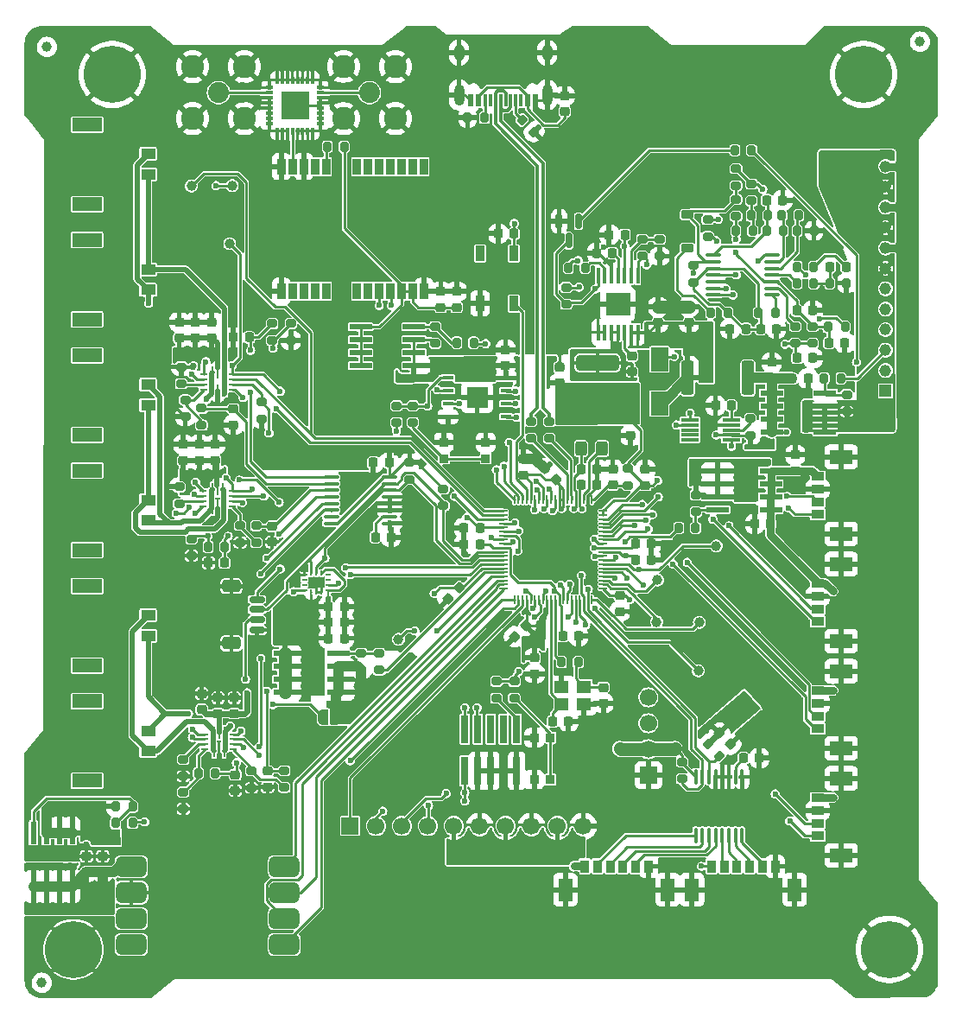
<source format=gtl>
%TF.GenerationSoftware,KiCad,Pcbnew,9.0.1*%
%TF.CreationDate,2025-04-07T16:57:50-07:00*%
%TF.ProjectId,ADCS_board,41444353-5f62-46f6-9172-642e6b696361,v1.2*%
%TF.SameCoordinates,Original*%
%TF.FileFunction,Copper,L1,Top*%
%TF.FilePolarity,Positive*%
%FSLAX46Y46*%
G04 Gerber Fmt 4.6, Leading zero omitted, Abs format (unit mm)*
G04 Created by KiCad (PCBNEW 9.0.1) date 2025-04-07 16:57:50*
%MOMM*%
%LPD*%
G01*
G04 APERTURE LIST*
G04 Aperture macros list*
%AMRoundRect*
0 Rectangle with rounded corners*
0 $1 Rounding radius*
0 $2 $3 $4 $5 $6 $7 $8 $9 X,Y pos of 4 corners*
0 Add a 4 corners polygon primitive as box body*
4,1,4,$2,$3,$4,$5,$6,$7,$8,$9,$2,$3,0*
0 Add four circle primitives for the rounded corners*
1,1,$1+$1,$2,$3*
1,1,$1+$1,$4,$5*
1,1,$1+$1,$6,$7*
1,1,$1+$1,$8,$9*
0 Add four rect primitives between the rounded corners*
20,1,$1+$1,$2,$3,$4,$5,0*
20,1,$1+$1,$4,$5,$6,$7,0*
20,1,$1+$1,$6,$7,$8,$9,0*
20,1,$1+$1,$8,$9,$2,$3,0*%
%AMFreePoly0*
4,1,23,0.500000,-0.750000,0.000000,-0.750000,0.000000,-0.745722,-0.065263,-0.745722,-0.191342,-0.711940,-0.304381,-0.646677,-0.396677,-0.554381,-0.461940,-0.441342,-0.495722,-0.315263,-0.495722,-0.250000,-0.500000,-0.250000,-0.500000,0.250000,-0.495722,0.250000,-0.495722,0.315263,-0.461940,0.441342,-0.396677,0.554381,-0.304381,0.646677,-0.191342,0.711940,-0.065263,0.745722,0.000000,0.745722,
0.000000,0.750000,0.500000,0.750000,0.500000,-0.750000,0.500000,-0.750000,$1*%
%AMFreePoly1*
4,1,23,0.000000,0.745722,0.065263,0.745722,0.191342,0.711940,0.304381,0.646677,0.396677,0.554381,0.461940,0.441342,0.495722,0.315263,0.495722,0.250000,0.500000,0.250000,0.500000,-0.250000,0.495722,-0.250000,0.495722,-0.315263,0.461940,-0.441342,0.396677,-0.554381,0.304381,-0.646677,0.191342,-0.711940,0.065263,-0.745722,0.000000,-0.745722,0.000000,-0.750000,-0.500000,-0.750000,
-0.500000,0.750000,0.000000,0.750000,0.000000,0.745722,0.000000,0.745722,$1*%
G04 Aperture macros list end*
%TA.AperFunction,SMDPad,CuDef*%
%ADD10R,0.304800X1.600200*%
%TD*%
%TA.AperFunction,SMDPad,CuDef*%
%ADD11R,2.460000X2.310000*%
%TD*%
%TA.AperFunction,SMDPad,CuDef*%
%ADD12RoundRect,0.225000X-0.250000X0.225000X-0.250000X-0.225000X0.250000X-0.225000X0.250000X0.225000X0*%
%TD*%
%TA.AperFunction,SMDPad,CuDef*%
%ADD13RoundRect,0.225000X0.250000X-0.225000X0.250000X0.225000X-0.250000X0.225000X-0.250000X-0.225000X0*%
%TD*%
%TA.AperFunction,SMDPad,CuDef*%
%ADD14RoundRect,0.200000X0.200000X0.275000X-0.200000X0.275000X-0.200000X-0.275000X0.200000X-0.275000X0*%
%TD*%
%TA.AperFunction,SMDPad,CuDef*%
%ADD15RoundRect,0.225000X0.225000X0.250000X-0.225000X0.250000X-0.225000X-0.250000X0.225000X-0.250000X0*%
%TD*%
%TA.AperFunction,ComponentPad*%
%ADD16C,5.600000*%
%TD*%
%TA.AperFunction,SMDPad,CuDef*%
%ADD17C,1.000000*%
%TD*%
%TA.AperFunction,SMDPad,CuDef*%
%ADD18RoundRect,0.200000X0.335876X0.053033X0.053033X0.335876X-0.335876X-0.053033X-0.053033X-0.335876X0*%
%TD*%
%TA.AperFunction,SMDPad,CuDef*%
%ADD19RoundRect,0.200000X-0.275000X0.200000X-0.275000X-0.200000X0.275000X-0.200000X0.275000X0.200000X0*%
%TD*%
%TA.AperFunction,SMDPad,CuDef*%
%ADD20RoundRect,0.200000X-0.200000X-0.275000X0.200000X-0.275000X0.200000X0.275000X-0.200000X0.275000X0*%
%TD*%
%TA.AperFunction,SMDPad,CuDef*%
%ADD21RoundRect,0.200000X0.275000X-0.200000X0.275000X0.200000X-0.275000X0.200000X-0.275000X-0.200000X0*%
%TD*%
%TA.AperFunction,SMDPad,CuDef*%
%ADD22RoundRect,0.250000X-0.362500X-1.425000X0.362500X-1.425000X0.362500X1.425000X-0.362500X1.425000X0*%
%TD*%
%TA.AperFunction,SMDPad,CuDef*%
%ADD23RoundRect,0.333000X-1.767000X0.417000X-1.767000X-0.417000X1.767000X-0.417000X1.767000X0.417000X0*%
%TD*%
%TA.AperFunction,SMDPad,CuDef*%
%ADD24R,1.778000X0.330200*%
%TD*%
%TA.AperFunction,SMDPad,CuDef*%
%ADD25RoundRect,0.225000X-0.225000X-0.250000X0.225000X-0.250000X0.225000X0.250000X-0.225000X0.250000X0*%
%TD*%
%TA.AperFunction,SMDPad,CuDef*%
%ADD26R,0.600000X1.150000*%
%TD*%
%TA.AperFunction,SMDPad,CuDef*%
%ADD27R,0.300000X1.150000*%
%TD*%
%TA.AperFunction,ComponentPad*%
%ADD28O,1.000000X2.100000*%
%TD*%
%TA.AperFunction,ComponentPad*%
%ADD29O,1.000000X1.600000*%
%TD*%
%TA.AperFunction,SMDPad,CuDef*%
%ADD30RoundRect,0.500000X-1.000000X-0.500000X1.000000X-0.500000X1.000000X0.500000X-1.000000X0.500000X0*%
%TD*%
%TA.AperFunction,SMDPad,CuDef*%
%ADD31RoundRect,0.225000X-0.017678X0.335876X-0.335876X0.017678X0.017678X-0.335876X0.335876X-0.017678X0*%
%TD*%
%TA.AperFunction,SMDPad,CuDef*%
%ADD32R,1.450000X1.100000*%
%TD*%
%TA.AperFunction,SMDPad,CuDef*%
%ADD33R,2.899999X1.350000*%
%TD*%
%TA.AperFunction,SMDPad,CuDef*%
%ADD34R,0.304800X0.762000*%
%TD*%
%TA.AperFunction,SMDPad,CuDef*%
%ADD35R,0.762000X0.304800*%
%TD*%
%TA.AperFunction,SMDPad,CuDef*%
%ADD36R,2.794000X2.794000*%
%TD*%
%TA.AperFunction,SMDPad,CuDef*%
%ADD37RoundRect,0.100000X0.100000X-0.637500X0.100000X0.637500X-0.100000X0.637500X-0.100000X-0.637500X0*%
%TD*%
%TA.AperFunction,SMDPad,CuDef*%
%ADD38R,1.295400X0.838200*%
%TD*%
%TA.AperFunction,SMDPad,CuDef*%
%ADD39R,2.260600X1.397000*%
%TD*%
%TA.AperFunction,SMDPad,CuDef*%
%ADD40R,0.838200X1.295400*%
%TD*%
%TA.AperFunction,SMDPad,CuDef*%
%ADD41R,1.397000X2.260600*%
%TD*%
%TA.AperFunction,SMDPad,CuDef*%
%ADD42RoundRect,0.090000X-0.360000X0.660000X-0.360000X-0.660000X0.360000X-0.660000X0.360000X0.660000X0*%
%TD*%
%TA.AperFunction,SMDPad,CuDef*%
%ADD43R,0.200000X1.300000*%
%TD*%
%TA.AperFunction,SMDPad,CuDef*%
%ADD44R,0.800000X0.250000*%
%TD*%
%TA.AperFunction,SMDPad,CuDef*%
%ADD45RoundRect,0.250000X-0.325000X-0.450000X0.325000X-0.450000X0.325000X0.450000X-0.325000X0.450000X0*%
%TD*%
%TA.AperFunction,SMDPad,CuDef*%
%ADD46RoundRect,0.055000X0.335000X-0.055000X0.335000X0.055000X-0.335000X0.055000X-0.335000X-0.055000X0*%
%TD*%
%TA.AperFunction,SMDPad,CuDef*%
%ADD47RoundRect,0.055000X-0.055000X-0.335000X0.055000X-0.335000X0.055000X0.335000X-0.055000X0.335000X0*%
%TD*%
%TA.AperFunction,ComponentPad*%
%ADD48C,0.600000*%
%TD*%
%TA.AperFunction,SMDPad,CuDef*%
%ADD49R,1.133333X1.133333*%
%TD*%
%TA.AperFunction,SMDPad,CuDef*%
%ADD50RoundRect,0.150000X-0.150000X0.587500X-0.150000X-0.587500X0.150000X-0.587500X0.150000X0.587500X0*%
%TD*%
%TA.AperFunction,SMDPad,CuDef*%
%ADD51R,0.475000X0.250000*%
%TD*%
%TA.AperFunction,SMDPad,CuDef*%
%ADD52R,0.250000X0.475000*%
%TD*%
%TA.AperFunction,SMDPad,CuDef*%
%ADD53FreePoly0,0.000000*%
%TD*%
%TA.AperFunction,SMDPad,CuDef*%
%ADD54FreePoly1,0.000000*%
%TD*%
%TA.AperFunction,SMDPad,CuDef*%
%ADD55R,0.740000X2.790000*%
%TD*%
%TA.AperFunction,SMDPad,CuDef*%
%ADD56R,1.400000X1.200000*%
%TD*%
%TA.AperFunction,SMDPad,CuDef*%
%ADD57RoundRect,0.100000X-0.637500X-0.100000X0.637500X-0.100000X0.637500X0.100000X-0.637500X0.100000X0*%
%TD*%
%TA.AperFunction,SMDPad,CuDef*%
%ADD58R,0.609600X2.209800*%
%TD*%
%TA.AperFunction,SMDPad,CuDef*%
%ADD59R,0.900000X0.900000*%
%TD*%
%TA.AperFunction,SMDPad,CuDef*%
%ADD60R,2.209800X0.609600*%
%TD*%
%TA.AperFunction,SMDPad,CuDef*%
%ADD61RoundRect,0.150000X0.625000X-0.150000X0.625000X0.150000X-0.625000X0.150000X-0.625000X-0.150000X0*%
%TD*%
%TA.AperFunction,SMDPad,CuDef*%
%ADD62RoundRect,0.250000X0.650000X-0.350000X0.650000X0.350000X-0.650000X0.350000X-0.650000X-0.350000X0*%
%TD*%
%TA.AperFunction,ComponentPad*%
%ADD63R,1.700000X1.700000*%
%TD*%
%TA.AperFunction,ComponentPad*%
%ADD64C,1.700000*%
%TD*%
%TA.AperFunction,SMDPad,CuDef*%
%ADD65R,0.812800X1.625600*%
%TD*%
%TA.AperFunction,SMDPad,CuDef*%
%ADD66RoundRect,0.200000X-0.335876X-0.053033X-0.053033X-0.335876X0.335876X0.053033X0.053033X0.335876X0*%
%TD*%
%TA.AperFunction,SMDPad,CuDef*%
%ADD67RoundRect,0.100000X0.637500X0.100000X-0.637500X0.100000X-0.637500X-0.100000X0.637500X-0.100000X0*%
%TD*%
%TA.AperFunction,SMDPad,CuDef*%
%ADD68R,1.050000X0.450000*%
%TD*%
%TA.AperFunction,SMDPad,CuDef*%
%ADD69R,2.100000X2.100000*%
%TD*%
%TA.AperFunction,SMDPad,CuDef*%
%ADD70RoundRect,0.225000X0.335876X0.017678X0.017678X0.335876X-0.335876X-0.017678X-0.017678X-0.335876X0*%
%TD*%
%TA.AperFunction,SMDPad,CuDef*%
%ADD71RoundRect,0.225000X-0.335876X-0.017678X-0.017678X-0.335876X0.335876X0.017678X0.017678X0.335876X0*%
%TD*%
%TA.AperFunction,SMDPad,CuDef*%
%ADD72R,1.700000X2.350000*%
%TD*%
%TA.AperFunction,SMDPad,CuDef*%
%ADD73RoundRect,0.225000X-0.375000X0.225000X-0.375000X-0.225000X0.375000X-0.225000X0.375000X0.225000X0*%
%TD*%
%TA.AperFunction,ComponentPad*%
%ADD74C,2.050000*%
%TD*%
%TA.AperFunction,ComponentPad*%
%ADD75C,2.250000*%
%TD*%
%TA.AperFunction,ComponentPad*%
%ADD76R,1.150000X1.150000*%
%TD*%
%TA.AperFunction,ComponentPad*%
%ADD77C,1.150000*%
%TD*%
%TA.AperFunction,ViaPad*%
%ADD78C,0.600000*%
%TD*%
%TA.AperFunction,Conductor*%
%ADD79C,0.500000*%
%TD*%
%TA.AperFunction,Conductor*%
%ADD80C,0.250000*%
%TD*%
%TA.AperFunction,Conductor*%
%ADD81C,0.750000*%
%TD*%
%TA.AperFunction,Conductor*%
%ADD82C,1.000000*%
%TD*%
%TA.AperFunction,Conductor*%
%ADD83C,1.250000*%
%TD*%
%TA.AperFunction,Conductor*%
%ADD84C,0.313400*%
%TD*%
%TA.AperFunction,Conductor*%
%ADD85C,0.609600*%
%TD*%
%TA.AperFunction,Conductor*%
%ADD86C,0.234950*%
%TD*%
G04 APERTURE END LIST*
D10*
%TO.P,U5,1,VO*%
%TO.N,3.3V*%
X158766134Y-77289496D03*
%TO.P,U5,2,VFB*%
%TO.N,Net-(U5-VFB)*%
X158116121Y-77289496D03*
%TO.P,U5,3,VREG5*%
%TO.N,Net-(U5-VREG5)*%
X157466112Y-77289496D03*
%TO.P,U5,4,SS*%
%TO.N,Net-(U5-SS)*%
X156816100Y-77289496D03*
%TO.P,U5,5,GND*%
%TO.N,GND*%
X156166088Y-77289496D03*
%TO.P,U5,6,PG*%
%TO.N,Net-(U5-PG)*%
X155516079Y-77289496D03*
%TO.P,U5,7,EN*%
%TO.N,3V3_RESET*%
X154866066Y-77289496D03*
%TO.P,U5,8,PGND1*%
%TO.N,GND*%
X154866066Y-82826696D03*
%TO.P,U5,9,PGND2*%
X155516079Y-82826696D03*
%TO.P,U5,10,SW1*%
%TO.N,Net-(U5-SW1)*%
X156166088Y-82826696D03*
%TO.P,U5,11,SW2*%
X156816100Y-82826696D03*
%TO.P,U5,12,VBST*%
%TO.N,Net-(U5-VBST)*%
X157466112Y-82826696D03*
%TO.P,U5,13,VIN*%
%TO.N,VBATT_REG*%
X158116121Y-82826696D03*
%TO.P,U5,14,VCC*%
X158766134Y-82826696D03*
D11*
%TO.P,U5,15,EPAD*%
%TO.N,GND*%
X156816100Y-80058096D03*
%TD*%
D12*
%TO.P,C18,1*%
%TO.N,GND*%
X151100000Y-86250000D03*
%TO.P,C18,2*%
%TO.N,3.3V*%
X151100000Y-87800000D03*
%TD*%
D13*
%TO.P,C17,1*%
%TO.N,GND*%
X158050000Y-92975000D03*
%TO.P,C17,2*%
%TO.N,3.3V*%
X158050000Y-91425000D03*
%TD*%
%TO.P,C21,1*%
%TO.N,Net-(U5-SW1)*%
X158200000Y-86690500D03*
%TO.P,C21,2*%
%TO.N,Net-(U5-VBST)*%
X158200000Y-85140500D03*
%TD*%
D14*
%TO.P,R15,1*%
%TO.N,Net-(U5-PG)*%
X153606000Y-76517500D03*
%TO.P,R15,2*%
%TO.N,Net-(U5-VREG5)*%
X151956000Y-76517500D03*
%TD*%
D15*
%TO.P,C26,1*%
%TO.N,Net-(U5-SS)*%
X156286500Y-75057000D03*
%TO.P,C26,2*%
%TO.N,GND*%
X154736500Y-75057000D03*
%TD*%
D16*
%TO.P,H1,1,1*%
%TO.N,GND*%
X107236100Y-57564100D03*
%TD*%
%TO.P,H2,1,1*%
%TO.N,GND*%
X103426100Y-143294100D03*
%TD*%
%TO.P,H3,1,1*%
%TO.N,GND*%
X183426100Y-143294100D03*
%TD*%
%TO.P,H4,1,1*%
%TO.N,GND*%
X180896100Y-57564100D03*
%TD*%
D17*
%TO.P,REF1T,*%
%TO.N,*%
X100330000Y-146558000D03*
%TD*%
D18*
%TO.P,R40,1*%
%TO.N,GND*%
X148583363Y-63183363D03*
%TO.P,R40,2*%
%TO.N,USB_CC1*%
X147416637Y-62016637D03*
%TD*%
D13*
%TO.P,C29,1*%
%TO.N,Net-(C29-Pad1)*%
X151600000Y-61200000D03*
%TO.P,C29,2*%
%TO.N,GND*%
X151600000Y-59650000D03*
%TD*%
D19*
%TO.P,R13,1*%
%TO.N,Net-(U5-VFB)*%
X159194500Y-73724000D03*
%TO.P,R13,2*%
%TO.N,3.3V*%
X159194500Y-75374000D03*
%TD*%
D20*
%TO.P,R39,1*%
%TO.N,GND*%
X142075000Y-61800000D03*
%TO.P,R39,2*%
%TO.N,USB_CC2*%
X143725000Y-61800000D03*
%TD*%
D15*
%TO.P,C27,1*%
%TO.N,Net-(U5-VREG5)*%
X157493000Y-73279000D03*
%TO.P,C27,2*%
%TO.N,GND*%
X155943000Y-73279000D03*
%TD*%
D19*
%TO.P,R17,1*%
%TO.N,VBATT_REG*%
X151750000Y-78425000D03*
%TO.P,R17,2*%
%TO.N,3V3_RESET*%
X151750000Y-80075000D03*
%TD*%
D21*
%TO.P,R14,1*%
%TO.N,GND*%
X160909000Y-75374000D03*
%TO.P,R14,2*%
%TO.N,Net-(U5-VFB)*%
X160909000Y-73724000D03*
%TD*%
D22*
%TO.P,R7,1*%
%TO.N,VBATT_REG*%
X163637500Y-87300000D03*
%TO.P,R7,2*%
%TO.N,/Power/ADCS_EN_OUT*%
X169562500Y-87300000D03*
%TD*%
D23*
%TO.P,L2,1,1*%
%TO.N,Net-(U5-SW1)*%
X154813000Y-85830000D03*
%TO.P,L2,2,2*%
%TO.N,3.3V*%
X154813000Y-89430000D03*
%TD*%
D13*
%TO.P,C19,1*%
%TO.N,VBATT_REG*%
X160750000Y-81875000D03*
%TO.P,C19,2*%
%TO.N,GND*%
X160750000Y-80325000D03*
%TD*%
%TO.P,C20,1*%
%TO.N,VBATT_REG*%
X163785950Y-81875000D03*
%TO.P,C20,2*%
%TO.N,GND*%
X163785950Y-80325000D03*
%TD*%
D21*
%TO.P,R16,1*%
%TO.N,VBATT_REG*%
X169800000Y-92925000D03*
%TO.P,R16,2*%
%TO.N,Net-(U4-ON)*%
X169800000Y-91275000D03*
%TD*%
D24*
%TO.P,U4,1,VCC*%
%TO.N,/Power/ADCS_EN_OUT*%
X167944700Y-93400001D03*
%TO.P,U4,2,SENSE*%
%TO.N,VBATT_REG*%
X167944700Y-92899999D03*
%TO.P,U4,3,ON*%
%TO.N,Net-(U4-ON)*%
X167944700Y-92400000D03*
%TO.P,U4,4,GND*%
%TO.N,GND*%
X167944700Y-91900001D03*
%TO.P,U4,5,TIMER*%
%TO.N,Net-(U4-TIMER)*%
X167944700Y-91399999D03*
%TO.P,U4,6,SCL*%
%TO.N,I2C1_SCL*%
X163855300Y-91399999D03*
%TO.P,U4,7,SDA*%
%TO.N,I2C1_SDA*%
X163855300Y-91900001D03*
%TO.P,U4,8,A0*%
%TO.N,unconnected-(U4-A0-Pad8)*%
X163855300Y-92400000D03*
%TO.P,U4,9,A1*%
%TO.N,unconnected-(U4-A1-Pad9)*%
X163855300Y-92899999D03*
%TO.P,U4,10,GATE*%
%TO.N,unconnected-(U4-GATE-Pad10)*%
X163855300Y-93400001D03*
%TD*%
D25*
%TO.P,C32,1*%
%TO.N,GND*%
X166375000Y-90000000D03*
%TO.P,C32,2*%
%TO.N,Net-(U4-TIMER)*%
X167925000Y-90000000D03*
%TD*%
D26*
%TO.P,J9,A1,GND*%
%TO.N,GND*%
X148752000Y-60128000D03*
%TO.P,J9,A4,VBUS*%
%TO.N,Net-(C29-Pad1)*%
X147952000Y-60128000D03*
D27*
%TO.P,J9,A5,CC1*%
%TO.N,USB_CC1*%
X146802000Y-60128000D03*
%TO.P,J9,A6,D+*%
%TO.N,USB_D+*%
X145802000Y-60128000D03*
%TO.P,J9,A7,D-*%
%TO.N,USB_D-*%
X145302000Y-60128000D03*
%TO.P,J9,A8,SBU1*%
%TO.N,unconnected-(J9-SBU1-PadA8)*%
X144302000Y-60128000D03*
D26*
%TO.P,J9,A9,VBUS*%
%TO.N,Net-(C29-Pad1)*%
X143152000Y-60128000D03*
%TO.P,J9,A12,GND*%
%TO.N,GND*%
X142352000Y-60128000D03*
D27*
%TO.P,J9,B5,CC2*%
%TO.N,USB_CC2*%
X143802000Y-60128000D03*
%TO.P,J9,B6,D+*%
%TO.N,USB_D+*%
X144802000Y-60128000D03*
%TO.P,J9,B7,D-*%
%TO.N,USB_D-*%
X146302000Y-60128000D03*
%TO.P,J9,B8,SBU2*%
%TO.N,unconnected-(J9-SBU2-PadB8)*%
X147302000Y-60128000D03*
D28*
%TO.P,J9,S1,SHIELD*%
%TO.N,GND*%
X149872000Y-59553000D03*
D29*
X149872000Y-55413000D03*
D28*
X141232000Y-59553000D03*
D29*
X141232000Y-55413000D03*
%TD*%
D30*
%TO.P,U10,1,VCC*%
%TO.N,/IMU_and_Magnetometer/3V3_MAGNMETER*%
X109100000Y-135180000D03*
%TO.P,U10,2,GND*%
%TO.N,GND*%
X109100000Y-137720000D03*
%TO.P,U10,3,NC*%
%TO.N,unconnected-(U10-NC-Pad3)*%
X109100000Y-140260000D03*
%TO.P,U10,4,DRDY*%
%TO.N,unconnected-(U10-DRDY-Pad4)*%
X109100000Y-142800000D03*
%TO.P,U10,5,SCLK*%
%TO.N,SCLK_MAGMETER*%
X124100000Y-135180000D03*
%TO.P,U10,6,MISO*%
%TO.N,MISO_MAGMETER*%
X124100000Y-137720000D03*
%TO.P,U10,7,MOSI*%
%TO.N,MOSI_MAGMETER*%
X124100000Y-140260000D03*
%TO.P,U10,8,SSN*%
%TO.N,SCS_MAGMETER*%
X124100000Y-142800000D03*
%TD*%
D31*
%TO.P,C43,1*%
%TO.N,3.3V*%
X147750000Y-111551992D03*
%TO.P,C43,2*%
%TO.N,GND*%
X146653984Y-112648008D03*
%TD*%
D25*
%TO.P,C28,1*%
%TO.N,3.3V*%
X158525000Y-105100000D03*
%TO.P,C28,2*%
%TO.N,GND*%
X160075000Y-105100000D03*
%TD*%
%TO.P,C1,1*%
%TO.N,/Avionics/XTAL1*%
X150425000Y-120950000D03*
%TO.P,C1,2*%
%TO.N,GND*%
X151975000Y-120950000D03*
%TD*%
D32*
%TO.P,J10,1,1*%
%TO.N,X_MAGDRV_OUT1*%
X110750000Y-76671501D03*
%TO.P,J10,2,2*%
%TO.N,X_MAGDRV_OUT2*%
X110750000Y-78671502D03*
D33*
%TO.P,J10,3,SHIELD1*%
%TO.N,unconnected-(J10-SHIELD1-Pad3)*%
X104775001Y-73776503D03*
%TO.P,J10,4,SHIELD2*%
%TO.N,unconnected-(J10-SHIELD2-Pad4)*%
X104775001Y-81566498D03*
%TD*%
D20*
%TO.P,R8,1*%
%TO.N,Net-(Q4-Gate)*%
X141025000Y-83850000D03*
%TO.P,R8,2*%
%TO.N,EN_GPS*%
X142675000Y-83850000D03*
%TD*%
D25*
%TO.P,C59,1*%
%TO.N,/Avionics/Sun Pyramid Mux/VREF*%
X169132125Y-124544624D03*
%TO.P,C59,2*%
%TO.N,GND*%
X170682125Y-124544624D03*
%TD*%
D13*
%TO.P,C34,1*%
%TO.N,VBATT_REG*%
X117330000Y-95375000D03*
%TO.P,C34,2*%
%TO.N,GND*%
X117330000Y-93825000D03*
%TD*%
D17*
%TO.P,REF3T,*%
%TO.N,*%
X186436000Y-54356000D03*
%TD*%
D15*
%TO.P,C15,1*%
%TO.N,+1V1*%
X143275000Y-103600000D03*
%TO.P,C15,2*%
%TO.N,GND*%
X141725000Y-103600000D03*
%TD*%
D12*
%TO.P,C40,1*%
%TO.N,Z_MAGDRV_CM2*%
X119300000Y-126175000D03*
%TO.P,C40,2*%
%TO.N,GND*%
X119300000Y-127725000D03*
%TD*%
D14*
%TO.P,R25,1*%
%TO.N,Net-(Q5-Gate)*%
X109225000Y-129300000D03*
%TO.P,R25,2*%
%TO.N,3.3V*%
X107575000Y-129300000D03*
%TD*%
D21*
%TO.P,R55,1*%
%TO.N,/Watchdog/WD_integrate*%
X164204500Y-77947000D03*
%TO.P,R55,2*%
%TO.N,Net-(D2-K)*%
X164204500Y-76297000D03*
%TD*%
D19*
%TO.P,R42,1*%
%TO.N,X_MAGDRV_CM1*%
X122920000Y-81975000D03*
%TO.P,R42,2*%
%TO.N,Net-(U1-CM1)*%
X122920000Y-83625000D03*
%TD*%
D17*
%TO.P,TP7,1,1*%
%TO.N,EN_MAGDRV*%
X118750000Y-74150000D03*
%TD*%
D25*
%TO.P,C62,1*%
%TO.N,/IMU_and_Magnetometer/3V3_IMU*%
X128425000Y-111250000D03*
%TO.P,C62,2*%
%TO.N,GND*%
X129975000Y-111250000D03*
%TD*%
D32*
%TO.P,J15,1,1*%
%TO.N,Z_MAGDRV_OUT2*%
X110750000Y-110571500D03*
%TO.P,J15,2,2*%
%TO.N,Z_MAGDRV_OUT1*%
X110750000Y-112571501D03*
D33*
%TO.P,J15,3,SHIELD1*%
%TO.N,unconnected-(J15-SHIELD1-Pad3)*%
X104775001Y-107676502D03*
%TO.P,J15,4,SHIELD2*%
%TO.N,unconnected-(J15-SHIELD2-Pad4)*%
X104775001Y-115466497D03*
%TD*%
D14*
%TO.P,R54,1*%
%TO.N,Net-(R54-Pad1)*%
X172240000Y-80917000D03*
%TO.P,R54,2*%
%TO.N,/Watchdog/WD_integrate*%
X170590000Y-80917000D03*
%TD*%
D21*
%TO.P,R27,1*%
%TO.N,/Avionics/USB_IC_D+*%
X148300000Y-93225000D03*
%TO.P,R27,2*%
%TO.N,USB_D+*%
X148300000Y-91575000D03*
%TD*%
D19*
%TO.P,R45,1*%
%TO.N,3.3V*%
X139700000Y-98175000D03*
%TO.P,R45,2*%
%TO.N,I2C0_SDA*%
X139700000Y-99825000D03*
%TD*%
D34*
%TO.P,U13,1,GND*%
%TO.N,GND*%
X123400000Y-63110000D03*
%TO.P,U13,2,GND*%
X123900000Y-63110000D03*
%TO.P,U13,3,GND*%
X124400000Y-63110000D03*
%TO.P,U13,4,SUM_PORT*%
%TO.N,/GPS/RF_IN*%
X124900000Y-63110000D03*
%TO.P,U13,5,GND*%
%TO.N,GND*%
X125400000Y-63110000D03*
%TO.P,U13,6,GND*%
X125900000Y-63110000D03*
%TO.P,U13,7,GND*%
X126400000Y-63110000D03*
%TO.P,U13,8,GND*%
X126900000Y-63110000D03*
D35*
%TO.P,U13,9,GND*%
X127650000Y-62360000D03*
%TO.P,U13,10,GND*%
X127650000Y-61860000D03*
%TO.P,U13,11,GND*%
X127650000Y-61360000D03*
%TO.P,U13,12,GND*%
X127650000Y-60860000D03*
%TO.P,U13,13,GND*%
X127650000Y-60360000D03*
%TO.P,U13,14,GND*%
X127650000Y-59860000D03*
%TO.P,U13,15,PORT1*%
%TO.N,Net-(J6-In)*%
X127650000Y-59360000D03*
%TO.P,U13,16,GND*%
%TO.N,GND*%
X127650000Y-58860000D03*
D34*
%TO.P,U13,17,GND*%
X126900000Y-58110000D03*
%TO.P,U13,18,GND*%
X126400000Y-58110000D03*
%TO.P,U13,19,GND*%
X125900000Y-58110000D03*
%TO.P,U13,20,GND*%
X125400000Y-58110000D03*
%TO.P,U13,21,GND*%
X124900000Y-58110000D03*
%TO.P,U13,22,GND*%
X124400000Y-58110000D03*
%TO.P,U13,23,GND*%
X123900000Y-58110000D03*
%TO.P,U13,24,GND*%
X123400000Y-58110000D03*
D35*
%TO.P,U13,25,GND*%
X122650000Y-58860000D03*
%TO.P,U13,26,PORT2*%
%TO.N,Net-(J7-In)*%
X122650000Y-59360000D03*
%TO.P,U13,27,GND*%
%TO.N,GND*%
X122650000Y-59860000D03*
%TO.P,U13,28,GND*%
X122650000Y-60360000D03*
%TO.P,U13,29,GND*%
X122650000Y-60860000D03*
%TO.P,U13,30,GND*%
X122650000Y-61360000D03*
%TO.P,U13,31,GND*%
X122650000Y-61860000D03*
%TO.P,U13,32,GND*%
X122650000Y-62360000D03*
D36*
%TO.P,U13,EP,GND*%
X125150000Y-60610000D03*
%TD*%
D12*
%TO.P,C54,1*%
%TO.N,X_MAGDRV_CM2*%
X119115000Y-90345000D03*
%TO.P,C54,2*%
%TO.N,GND*%
X119115000Y-91895000D03*
%TD*%
D19*
%TO.P,R37,1*%
%TO.N,Net-(U6-CM2)*%
X115000000Y-103075000D03*
%TO.P,R37,2*%
%TO.N,GND*%
X115000000Y-104725000D03*
%TD*%
%TO.P,R36,1*%
%TO.N,Y_MAGDRV_CM1*%
X121350000Y-101775000D03*
%TO.P,R36,2*%
%TO.N,Net-(U6-CM1)*%
X121350000Y-103425000D03*
%TD*%
D20*
%TO.P,R59,1*%
%TO.N,/Watchdog/WD_Vcc*%
X168377000Y-72877000D03*
%TO.P,R59,2*%
%TO.N,/Watchdog/ref4*%
X170027000Y-72877000D03*
%TD*%
%TO.P,R61,1*%
%TO.N,/Watchdog/ref3*%
X171377000Y-72877000D03*
%TO.P,R61,2*%
%TO.N,/Watchdog/ref2*%
X173027000Y-72877000D03*
%TD*%
D19*
%TO.P,R19,1*%
%TO.N,Net-(Q1-Gate)*%
X179250000Y-88925000D03*
%TO.P,R19,2*%
%TO.N,VBATT_SENSE*%
X179250000Y-90575000D03*
%TD*%
D12*
%TO.P,C42,1*%
%TO.N,3.3V*%
X148650000Y-114725000D03*
%TO.P,C42,2*%
%TO.N,GND*%
X148650000Y-116275000D03*
%TD*%
D32*
%TO.P,J12,1,1*%
%TO.N,Z_MAGDRV_OUT1*%
X110750000Y-121871501D03*
%TO.P,J12,2,2*%
%TO.N,Z_MAGDRV_OUT2*%
X110750000Y-123871502D03*
D33*
%TO.P,J12,3,SHIELD1*%
%TO.N,unconnected-(J12-SHIELD1-Pad3)*%
X104775001Y-118976503D03*
%TO.P,J12,4,SHIELD2*%
%TO.N,unconnected-(J12-SHIELD2-Pad4)*%
X104775001Y-126766498D03*
%TD*%
D20*
%TO.P,R49,1*%
%TO.N,WATCHDOG_FEED*%
X174375000Y-76400000D03*
%TO.P,R49,2*%
%TO.N,Net-(C30-Pad1)*%
X176025000Y-76400000D03*
%TD*%
D17*
%TO.P,TP6,1,1*%
%TO.N,WATCHDOG_FEED*%
X166450000Y-103750000D03*
%TD*%
%TO.P,TP8,1,1*%
%TO.N,X_MAGDRV_IN1*%
X115000000Y-68500000D03*
%TD*%
D13*
%TO.P,C58,1*%
%TO.N,/IMU_and_Magnetometer/3V3_MAGNMETER*%
X106300000Y-135725000D03*
%TO.P,C58,2*%
%TO.N,GND*%
X106300000Y-134175000D03*
%TD*%
D20*
%TO.P,R63,1*%
%TO.N,/Watchdog/ref1*%
X174377000Y-72877000D03*
%TO.P,R63,2*%
%TO.N,GND*%
X176027000Y-72877000D03*
%TD*%
D15*
%TO.P,C51,1*%
%TO.N,GND*%
X172977000Y-69877000D03*
%TO.P,C51,2*%
%TO.N,/Watchdog/ref3*%
X171427000Y-69877000D03*
%TD*%
D21*
%TO.P,R4,1*%
%TO.N,Net-(SW2-P)*%
X136700000Y-91675000D03*
%TO.P,R4,2*%
%TO.N,/Avionics/FLASH_CS*%
X136700000Y-90025000D03*
%TD*%
D15*
%TO.P,C46,1*%
%TO.N,3.3V*%
X143275000Y-102000000D03*
%TO.P,C46,2*%
%TO.N,GND*%
X141725000Y-102000000D03*
%TD*%
D25*
%TO.P,C10,1*%
%TO.N,+1V1*%
X153225000Y-96250000D03*
%TO.P,C10,2*%
%TO.N,GND*%
X154775000Y-96250000D03*
%TD*%
D31*
%TO.P,C47,1*%
%TO.N,3.3V*%
X141248008Y-107851992D03*
%TO.P,C47,2*%
%TO.N,GND*%
X140151992Y-108948008D03*
%TD*%
D19*
%TO.P,R66,1*%
%TO.N,Net-(D2-K)*%
X168402000Y-69802000D03*
%TO.P,R66,2*%
%TO.N,/Watchdog/WD_Vcc*%
X168402000Y-71452000D03*
%TD*%
D37*
%TO.P,U9,1,CH0*%
%TO.N,pyramid1_1*%
X164432125Y-132107124D03*
%TO.P,U9,2,CH1*%
%TO.N,pyramid1_2*%
X165082125Y-132107124D03*
%TO.P,U9,3,CH2*%
%TO.N,pyramid1_3*%
X165732125Y-132107124D03*
%TO.P,U9,4,CH3*%
%TO.N,pyramid1_4*%
X166382125Y-132107124D03*
%TO.P,U9,5,CH4*%
%TO.N,pyramid2_1*%
X167032125Y-132107124D03*
%TO.P,U9,6,CH5*%
%TO.N,pyramid2_2*%
X167682125Y-132107124D03*
%TO.P,U9,7,CH6*%
%TO.N,pyramid2_3*%
X168332125Y-132107124D03*
%TO.P,U9,8,CH7*%
%TO.N,pyramid2_4*%
X168982125Y-132107124D03*
%TO.P,U9,9,GND*%
%TO.N,GND*%
X168982125Y-126382124D03*
%TO.P,U9,10,REFin/REFout*%
%TO.N,/Avionics/Sun Pyramid Mux/VREF*%
X168332125Y-126382124D03*
%TO.P,U9,11,COM*%
%TO.N,GND*%
X167682125Y-126382124D03*
%TO.P,U9,12,A0*%
X167032125Y-126382124D03*
%TO.P,U9,13,A1*%
X166382125Y-126382124D03*
%TO.P,U9,14,SCL*%
%TO.N,I2C1_SCL*%
X165732125Y-126382124D03*
%TO.P,U9,15,SDA*%
%TO.N,I2C1_SDA*%
X165082125Y-126382124D03*
%TO.P,U9,16,VDD*%
%TO.N,3.3V*%
X164432125Y-126382124D03*
%TD*%
D19*
%TO.P,R52,1*%
%TO.N,Net-(R52-Pad1)*%
X174200000Y-82266999D03*
%TO.P,R52,2*%
%TO.N,Net-(U7B-+)*%
X174200000Y-83916999D03*
%TD*%
D13*
%TO.P,C9,1*%
%TO.N,VBATT_REG*%
X113800000Y-83375000D03*
%TO.P,C9,2*%
%TO.N,GND*%
X113800000Y-81825000D03*
%TD*%
D21*
%TO.P,R1,1*%
%TO.N,Net-(Q2-Gate)*%
X164450000Y-100425000D03*
%TO.P,R1,2*%
%TO.N,3.3V*%
X164450000Y-98775000D03*
%TD*%
D12*
%TO.P,C37,1*%
%TO.N,3.3V*%
X157000000Y-108625000D03*
%TO.P,C37,2*%
%TO.N,GND*%
X157000000Y-110175000D03*
%TD*%
D13*
%TO.P,C56,1*%
%TO.N,/GPS/3V3_GPS*%
X141000000Y-80375000D03*
%TO.P,C56,2*%
%TO.N,GND*%
X141000000Y-78825000D03*
%TD*%
%TO.P,C33,1*%
%TO.N,VBATT_REG*%
X114200000Y-95375000D03*
%TO.P,C33,2*%
%TO.N,GND*%
X114200000Y-93825000D03*
%TD*%
D19*
%TO.P,R47,1*%
%TO.N,Net-(Q6-Gate)*%
X133400000Y-114275000D03*
%TO.P,R47,2*%
%TO.N,EN_IMU*%
X133400000Y-115925000D03*
%TD*%
D15*
%TO.P,C39,1*%
%TO.N,GND*%
X172345000Y-82490000D03*
%TO.P,C39,2*%
%TO.N,/Watchdog/WD_integrate*%
X170795000Y-82490000D03*
%TD*%
D38*
%TO.P,J1,1,1*%
%TO.N,pd_y+_2*%
X176405800Y-132175000D03*
%TO.P,J1,2,2*%
%TO.N,pd_y+_1*%
X176405800Y-130925000D03*
%TO.P,J1,3,3*%
%TO.N,GND*%
X176405800Y-129675000D03*
%TO.P,J1,4,4*%
%TO.N,/Photodiodes/3V3_PD*%
X176405800Y-128425000D03*
D39*
%TO.P,J1,5,Shield*%
%TO.N,GND*%
X178700690Y-126525000D03*
%TO.P,J1,6,Shield*%
X178700690Y-134075000D03*
%TD*%
D25*
%TO.P,C14,1*%
%TO.N,+1V1*%
X151400000Y-112600000D03*
%TO.P,C14,2*%
%TO.N,GND*%
X152950000Y-112600000D03*
%TD*%
D40*
%TO.P,J18,1,1*%
%TO.N,/Photodiodes/3V3_PD*%
X165982125Y-135150424D03*
%TO.P,J18,2,2*%
%TO.N,pyramid2_1*%
X167232125Y-135150424D03*
%TO.P,J18,3,3*%
%TO.N,pyramid2_2*%
X168482125Y-135150424D03*
%TO.P,J18,4,4*%
%TO.N,pyramid2_3*%
X169732125Y-135150424D03*
%TO.P,J18,5,5*%
%TO.N,pyramid2_4*%
X170982125Y-135150424D03*
%TO.P,J18,6,6*%
%TO.N,GND*%
X172232125Y-135150424D03*
D41*
%TO.P,J18,7,SHIELD*%
X174132125Y-137445314D03*
%TO.P,J18,8,SHIELD*%
X164082125Y-137445314D03*
%TD*%
D13*
%TO.P,C12,1*%
%TO.N,Net-(U2-VREG_AVDD)*%
X156300000Y-97775000D03*
%TO.P,C12,2*%
%TO.N,GND*%
X156300000Y-96225000D03*
%TD*%
D15*
%TO.P,C8,1*%
%TO.N,3.3V*%
X134375000Y-95600000D03*
%TO.P,C8,2*%
%TO.N,GND*%
X132825000Y-95600000D03*
%TD*%
D42*
%TO.P,D1,1,VDD*%
%TO.N,3.3V*%
X146600000Y-75100000D03*
%TO.P,D1,2,DOUT*%
%TO.N,unconnected-(D1-DOUT-Pad2)*%
X143300000Y-75100000D03*
%TO.P,D1,3,VSS*%
%TO.N,GND*%
X143300000Y-80000000D03*
%TO.P,D1,4,DIN*%
%TO.N,/Avionics/NEOPIXEL*%
X146600000Y-80000000D03*
%TD*%
D25*
%TO.P,C48,1*%
%TO.N,GND*%
X167795000Y-82490000D03*
%TO.P,C48,2*%
%TO.N,/Watchdog/WD_integrate*%
X169345000Y-82490000D03*
%TD*%
D43*
%TO.P,U1,1,OUT1*%
%TO.N,X_MAGDRV_OUT1*%
X118090126Y-86770188D03*
%TO.P,U1,2,VIN*%
%TO.N,VBATT_REG*%
X117590000Y-86770188D03*
%TO.P,U1,3,OUT2*%
%TO.N,X_MAGDRV_OUT2*%
X117089874Y-86770188D03*
D44*
%TO.P,U1,4,EN2*%
%TO.N,EN_MAGDRV*%
X116190000Y-86920000D03*
%TO.P,U1,5,IN2*%
%TO.N,X_MAGDRV_IN2*%
X116190000Y-87420126D03*
%TO.P,U1,6,SR*%
%TO.N,Net-(U1-SR)*%
X116190000Y-87920252D03*
%TO.P,U1,7,CM2*%
%TO.N,Net-(U1-CM2)*%
X116190000Y-88420378D03*
D43*
%TO.P,U1,8,OUT2*%
%TO.N,X_MAGDRV_OUT2*%
X117089874Y-88570190D03*
%TO.P,U1,9,GND*%
%TO.N,GND*%
X117590000Y-88570190D03*
%TO.P,U1,10,OUT1*%
%TO.N,X_MAGDRV_OUT1*%
X118090126Y-88570190D03*
D44*
%TO.P,U1,11,CM1*%
%TO.N,Net-(U1-CM1)*%
X118990000Y-88420378D03*
%TO.P,U1,12,NFAULT*%
%TO.N,X_MAGDRV_nFAULT*%
X118990000Y-87920252D03*
%TO.P,U1,13,IN1*%
%TO.N,X_MAGDRV_IN1*%
X118990000Y-87420126D03*
%TO.P,U1,14,EN1*%
%TO.N,EN_MAGDRV*%
X118990000Y-86920000D03*
%TD*%
D15*
%TO.P,C30,1*%
%TO.N,Net-(C30-Pad1)*%
X179175000Y-76400000D03*
%TO.P,C30,2*%
%TO.N,Net-(C30-Pad2)*%
X177625000Y-76400000D03*
%TD*%
%TO.P,C3,1*%
%TO.N,/Photodiodes/3V3_PD*%
X171775000Y-101600000D03*
%TO.P,C3,2*%
%TO.N,GND*%
X170225000Y-101600000D03*
%TD*%
D45*
%TO.P,L1,1,1*%
%TO.N,+1V1*%
X153197303Y-94217303D03*
%TO.P,L1,2,2*%
%TO.N,Net-(U2-VREG_LX)*%
X155247303Y-94217303D03*
%TD*%
D38*
%TO.P,J17,1,1*%
%TO.N,pd_z-_2*%
X176405800Y-100675000D03*
%TO.P,J17,2,2*%
%TO.N,pd_z-_1*%
X176405800Y-99425000D03*
%TO.P,J17,3,3*%
%TO.N,GND*%
X176405800Y-98175000D03*
%TO.P,J17,4,4*%
%TO.N,/Photodiodes/3V3_PD*%
X176405800Y-96925000D03*
D39*
%TO.P,J17,5,Shield*%
%TO.N,GND*%
X178700690Y-95025000D03*
%TO.P,J17,6,Shield*%
X178700690Y-102575000D03*
%TD*%
D14*
%TO.P,R58,1*%
%TO.N,Net-(D3-K)*%
X179076001Y-82281999D03*
%TO.P,R58,2*%
%TO.N,/Watchdog/WD_Vcc*%
X177426001Y-82281999D03*
%TD*%
D13*
%TO.P,C57,1*%
%TO.N,/IMU_and_Magnetometer/3V3_MAGNMETER*%
X104700000Y-135725000D03*
%TO.P,C57,2*%
%TO.N,GND*%
X104700000Y-134175000D03*
%TD*%
D19*
%TO.P,R30,1*%
%TO.N,Z_MAGDRV_CM1*%
X124100000Y-125775000D03*
%TO.P,R30,2*%
%TO.N,Net-(U8-CM1)*%
X124100000Y-127425000D03*
%TD*%
%TO.P,R43,1*%
%TO.N,Net-(U1-CM2)*%
X114390000Y-89445000D03*
%TO.P,R43,2*%
%TO.N,GND*%
X114390000Y-91095000D03*
%TD*%
D46*
%TO.P,U2,1,GPIO4*%
%TO.N,X_MAGDRV_IN1*%
X145563500Y-100343333D03*
%TO.P,U2,2,GPIO5*%
%TO.N,X_MAGDRV_IN2*%
X145563500Y-100743333D03*
%TO.P,U2,3,GPIO6*%
%TO.N,Y_MAGDRV_IN1*%
X145563500Y-101143333D03*
%TO.P,U2,4,GPIO7*%
%TO.N,Y_MAGDRV_IN2*%
X145563500Y-101543333D03*
%TO.P,U2,5,IOVDD*%
%TO.N,3.3V*%
X145563500Y-101943333D03*
%TO.P,U2,6,GPIO8*%
%TO.N,Z_MAGDRV_IN1*%
X145563500Y-102343333D03*
%TO.P,U2,7,GPIO9*%
%TO.N,Z_MAGDRV_IN2*%
X145563500Y-102743333D03*
%TO.P,U2,8,GPIO10*%
%TO.N,X_MAGDRV_nFAULT*%
X145563500Y-103143333D03*
%TO.P,U2,9,GPIO11*%
%TO.N,EN_MAGDRV*%
X145563500Y-103543333D03*
%TO.P,U2,10,DVDD*%
%TO.N,+1V1*%
X145563500Y-103943333D03*
%TO.P,U2,11,GPIO12*%
%TO.N,I2C0_SDA*%
X145563500Y-104343333D03*
%TO.P,U2,12,GPIO13*%
%TO.N,I2C0_SCL*%
X145563500Y-104743333D03*
%TO.P,U2,13,GPIO14*%
%TO.N,IMU_INT1*%
X145563500Y-105143333D03*
%TO.P,U2,14,GPIO15*%
%TO.N,IMU_INT2*%
X145563500Y-105543333D03*
%TO.P,U2,15,IOVDD*%
%TO.N,3.3V*%
X145563500Y-105943333D03*
%TO.P,U2,16,GPIO16*%
%TO.N,EN_IMU*%
X145563500Y-106343333D03*
%TO.P,U2,17,GPIO17*%
%TO.N,GPIO_17*%
X145563500Y-106743333D03*
%TO.P,U2,18,GPIO18*%
%TO.N,SCLK_MAGMETER*%
X145563500Y-107143333D03*
%TO.P,U2,19,GPIO19*%
%TO.N,MOSI_MAGMETER*%
X145563500Y-107543333D03*
%TO.P,U2,20,GPIO20*%
%TO.N,MISO_MAGMETER*%
X145563500Y-107943333D03*
D47*
%TO.P,U2,21,GPIO21*%
%TO.N,SCS_MAGMETER*%
X146660000Y-109039833D03*
%TO.P,U2,22,GPIO22*%
%TO.N,EN_MAGNMETER*%
X147060000Y-109039833D03*
%TO.P,U2,23,GPIO23*%
%TO.N,MOTOR_EN*%
X147460000Y-109039833D03*
%TO.P,U2,24,IOVDD*%
%TO.N,3.3V*%
X147860000Y-109039833D03*
%TO.P,U2,25,GPIO24*%
%TO.N,TX_TO_MOTOR*%
X148260000Y-109039833D03*
%TO.P,U2,26,GPIO25*%
%TO.N,RX_FROM_MOTOR*%
X148660000Y-109039833D03*
%TO.P,U2,27,GPIO26*%
%TO.N,MOTOR_PGOOD*%
X149060000Y-109039833D03*
%TO.P,U2,28,GPIO27*%
%TO.N,GPIO_27*%
X149460000Y-109039833D03*
%TO.P,U2,29,IOVDD*%
%TO.N,3.3V*%
X149860000Y-109039833D03*
%TO.P,U2,30,XIN*%
%TO.N,/Avionics/XTAL1*%
X150260000Y-109039833D03*
%TO.P,U2,31,XOUT*%
%TO.N,/Avionics/XTAL2*%
X150660000Y-109039833D03*
%TO.P,U2,32,DVDD*%
%TO.N,+1V1*%
X151060000Y-109039833D03*
%TO.P,U2,33,SWCLK*%
%TO.N,SWCLK*%
X151460000Y-109039833D03*
%TO.P,U2,34,SWD*%
%TO.N,SWDIO*%
X151860000Y-109039833D03*
%TO.P,U2,35,RUN*%
%TO.N,/Avionics/RUN*%
X152260000Y-109039833D03*
%TO.P,U2,36,GPIO28*%
%TO.N,UART_TO_DEBUG*%
X152660000Y-109039833D03*
%TO.P,U2,37,GPIO29*%
%TO.N,UART_FROM_DEBUG*%
X153060000Y-109039833D03*
%TO.P,U2,38,GPIO30*%
%TO.N,I2C1_SDA*%
X153460000Y-109039833D03*
%TO.P,U2,39,GPIO31*%
%TO.N,I2C1_SCL*%
X153860000Y-109039833D03*
%TO.P,U2,40,GPIO32*%
%TO.N,GPIO_32*%
X154260000Y-109039833D03*
D46*
%TO.P,U2,41,IOVDD*%
%TO.N,3.3V*%
X155356500Y-107943333D03*
%TO.P,U2,42,GPIO33*%
%TO.N,GPIO_33*%
X155356500Y-107543333D03*
%TO.P,U2,43,GPIO34*%
%TO.N,GPIO_34*%
X155356500Y-107143333D03*
%TO.P,U2,44,GPIO35*%
%TO.N,ADCS_PGOOD*%
X155356500Y-106743333D03*
%TO.P,U2,45,GPIO36*%
%TO.N,TX_TO_PICUBED*%
X155356500Y-106343333D03*
%TO.P,U2,46,GPIO37*%
%TO.N,RX_FROM_PICUBED*%
X155356500Y-105943333D03*
%TO.P,U2,47,GPIO38*%
%TO.N,WATCHDOG_FEED*%
X155356500Y-105543333D03*
%TO.P,U2,48,GPIO39*%
%TO.N,EN_PD*%
X155356500Y-105143333D03*
%TO.P,U2,49,GPIO40_ADC0*%
%TO.N,pd_y+_1*%
X155356500Y-104743333D03*
%TO.P,U2,50,IOVDD*%
%TO.N,3.3V*%
X155356500Y-104343333D03*
%TO.P,U2,51,DVDD*%
%TO.N,+1V1*%
X155356500Y-103943333D03*
%TO.P,U2,52,GPIO41_ADC1*%
%TO.N,pd_y+_2*%
X155356500Y-103543333D03*
%TO.P,U2,53,GPIO42_ADC2*%
%TO.N,pd_z+_1*%
X155356500Y-103143333D03*
%TO.P,U2,54,GPIO43_ADC3*%
%TO.N,pd_z+_2*%
X155356500Y-102743333D03*
%TO.P,U2,55,GPIO44_ADC4*%
%TO.N,pd_y-_1*%
X155356500Y-102343333D03*
%TO.P,U2,56,GPIO45_ADC5*%
%TO.N,pd_y-_2*%
X155356500Y-101943333D03*
%TO.P,U2,57,GPIO46_ADC6*%
%TO.N,pd_z-_1*%
X155356500Y-101543333D03*
%TO.P,U2,58,GPIO47_ADC7*%
%TO.N,pd_z-_2*%
X155356500Y-101143333D03*
%TO.P,U2,59,ADC_AVDD*%
%TO.N,3.3V*%
X155356500Y-100743333D03*
%TO.P,U2,60,IOVDD*%
X155356500Y-100343333D03*
D47*
%TO.P,U2,61,VREG_AVDD*%
%TO.N,Net-(U2-VREG_AVDD)*%
X154260000Y-99246833D03*
%TO.P,U2,62,VREG_PGND*%
%TO.N,GND*%
X153860000Y-99246833D03*
%TO.P,U2,63,VREG_LX*%
%TO.N,Net-(U2-VREG_LX)*%
X153460000Y-99246833D03*
%TO.P,U2,64,VREG_VIN*%
%TO.N,3.3V*%
X153060000Y-99246833D03*
%TO.P,U2,65,VREG_FB*%
%TO.N,+1V1*%
X152660000Y-99246833D03*
%TO.P,U2,66,USB_DM*%
%TO.N,/Avionics/USB_IC_D-*%
X152260000Y-99246833D03*
%TO.P,U2,67,USB_DP*%
%TO.N,/Avionics/USB_IC_D+*%
X151860000Y-99246833D03*
%TO.P,U2,68,USB_OTP_VDD*%
%TO.N,3.3V*%
X151460000Y-99246833D03*
%TO.P,U2,69,QSPI_IOVDD*%
X151060000Y-99246833D03*
%TO.P,U2,70,QSPI_SD3*%
%TO.N,/Avionics/FLASH_IO3*%
X150660000Y-99246833D03*
%TO.P,U2,71,QSPI_SCLK*%
%TO.N,/Avionics/FLASH_SCK*%
X150260000Y-99246833D03*
%TO.P,U2,72,QSPI_SD0*%
%TO.N,/Avionics/FLASH_MOSI*%
X149860000Y-99246833D03*
%TO.P,U2,73,QSPI_SD2*%
%TO.N,/Avionics/FLASH_IO2*%
X149460000Y-99246833D03*
%TO.P,U2,74,QSPI_SD1*%
%TO.N,/Avionics/FLASH_MISO*%
X149060000Y-99246833D03*
%TO.P,U2,75,QSPI_SS*%
%TO.N,/Avionics/FLASH_CS*%
X148660000Y-99246833D03*
%TO.P,U2,76,IOVDD*%
%TO.N,3.3V*%
X148260000Y-99246833D03*
%TO.P,U2,77,GPIO0*%
%TO.N,/Avionics/NEOPIXEL*%
X147860000Y-99246833D03*
%TO.P,U2,78,GPIO1*%
%TO.N,EN_GPS*%
X147460000Y-99246833D03*
%TO.P,U2,79,GPIO2*%
%TO.N,TX_TO_GPS*%
X147060000Y-99246833D03*
%TO.P,U2,80,GPIO3*%
%TO.N,RX_FROM_GPS*%
X146660000Y-99246833D03*
D48*
%TO.P,U2,81,GND*%
%TO.N,GND*%
X149326667Y-103010000D03*
D49*
X149326667Y-103010000D03*
D48*
X149326667Y-104143333D03*
D49*
X149326667Y-104143333D03*
D48*
X149326667Y-105276666D03*
D49*
X149326667Y-105276666D03*
D48*
X150460000Y-103010000D03*
D49*
X150460000Y-103010000D03*
D48*
X150460000Y-104143333D03*
D49*
X150460000Y-104143333D03*
D48*
X150460000Y-105276666D03*
D49*
X150460000Y-105276666D03*
D48*
X151593333Y-103010000D03*
D49*
X151593333Y-103010000D03*
D48*
X151593333Y-104143333D03*
D49*
X151593333Y-104143333D03*
D48*
X151593333Y-105276666D03*
D49*
X151593333Y-105276666D03*
%TD*%
D15*
%TO.P,C49,1*%
%TO.N,GND*%
X175926001Y-80700000D03*
%TO.P,C49,2*%
%TO.N,/Watchdog/WD_Vcc*%
X174376001Y-80700000D03*
%TD*%
D50*
%TO.P,Q3,1,B*%
%TO.N,Net-(Q3-B)*%
X152950000Y-71962500D03*
%TO.P,Q3,2,E*%
%TO.N,GND*%
X151050000Y-71962500D03*
%TO.P,Q3,3,C*%
%TO.N,3V3_RESET*%
X152000000Y-73837500D03*
%TD*%
D43*
%TO.P,U6,1,OUT1*%
%TO.N,Y_MAGDRV_OUT1*%
X118065000Y-98220000D03*
%TO.P,U6,2,VIN*%
%TO.N,VBATT_REG*%
X117564874Y-98220000D03*
%TO.P,U6,3,OUT2*%
%TO.N,Y_MAGDRV_OUT2*%
X117064748Y-98220000D03*
D44*
%TO.P,U6,4,EN2*%
%TO.N,EN_MAGDRV*%
X116164874Y-98369812D03*
%TO.P,U6,5,IN2*%
%TO.N,Y_MAGDRV_IN2*%
X116164874Y-98869938D03*
%TO.P,U6,6,SR*%
%TO.N,Net-(U6-SR)*%
X116164874Y-99370064D03*
%TO.P,U6,7,CM2*%
%TO.N,Net-(U6-CM2)*%
X116164874Y-99870190D03*
D43*
%TO.P,U6,8,OUT2*%
%TO.N,Y_MAGDRV_OUT2*%
X117064748Y-100020002D03*
%TO.P,U6,9,GND*%
%TO.N,GND*%
X117564874Y-100020002D03*
%TO.P,U6,10,OUT1*%
%TO.N,Y_MAGDRV_OUT1*%
X118065000Y-100020002D03*
D44*
%TO.P,U6,11,CM1*%
%TO.N,Net-(U6-CM1)*%
X118964874Y-99870190D03*
%TO.P,U6,12,NFAULT*%
%TO.N,X_MAGDRV_nFAULT*%
X118964874Y-99370064D03*
%TO.P,U6,13,IN1*%
%TO.N,Y_MAGDRV_IN1*%
X118964874Y-98869938D03*
%TO.P,U6,14,EN1*%
%TO.N,EN_MAGDRV*%
X118964874Y-98369812D03*
%TD*%
D14*
%TO.P,R51,1*%
%TO.N,GND*%
X179225000Y-78000000D03*
%TO.P,R51,2*%
%TO.N,Net-(C30-Pad2)*%
X177575000Y-78000000D03*
%TD*%
D51*
%TO.P,U11,1,SDO*%
%TO.N,GND*%
X126075000Y-106600000D03*
%TO.P,U11,2,ASDX*%
%TO.N,unconnected-(U11-ASDX-Pad2)*%
X126075000Y-107100000D03*
%TO.P,U11,3,ASCX*%
%TO.N,unconnected-(U11-ASCX-Pad3)*%
X126075000Y-107600000D03*
%TO.P,U11,4,INT1*%
%TO.N,IMU_INT1*%
X126075000Y-108100000D03*
D52*
%TO.P,U11,5,VDDIO*%
%TO.N,/IMU_and_Magnetometer/3V3_IMU*%
X126737500Y-108262500D03*
%TO.P,U11,6,GNDIO*%
%TO.N,GND*%
X127237500Y-108262500D03*
%TO.P,U11,7,GND*%
X127737500Y-108262500D03*
D51*
%TO.P,U11,8,VDD*%
%TO.N,/IMU_and_Magnetometer/3V3_IMU*%
X128400000Y-108100000D03*
%TO.P,U11,9,INT2*%
%TO.N,IMU_INT2*%
X128400000Y-107600000D03*
%TO.P,U11,10,OSCB*%
%TO.N,unconnected-(U11-OSCB-Pad10)*%
X128400000Y-107100000D03*
%TO.P,U11,11,OSDO*%
%TO.N,unconnected-(U11-OSDO-Pad11)*%
X128400000Y-106600000D03*
D52*
%TO.P,U11,12,CSB*%
%TO.N,/IMU_and_Magnetometer/3V3_IMU*%
X127737500Y-106437500D03*
%TO.P,U11,13,SCX*%
%TO.N,I2C0_SCL*%
X127237500Y-106437500D03*
%TO.P,U11,14,SDX*%
%TO.N,I2C0_SDA*%
X126737500Y-106437500D03*
%TD*%
D20*
%TO.P,R24,1*%
%TO.N,Net-(Q5-Gate)*%
X107575000Y-130900000D03*
%TO.P,R24,2*%
%TO.N,EN_MAGNMETER*%
X109225000Y-130900000D03*
%TD*%
D53*
%TO.P,JP1,1,A*%
%TO.N,Net-(J19-Pin_2)*%
X127900000Y-120550000D03*
D54*
%TO.P,JP1,2,B*%
%TO.N,3.3V*%
X129200000Y-120550000D03*
%TD*%
D55*
%TO.P,J20,1,VTref*%
%TO.N,3.3V*%
X141795000Y-125800000D03*
%TO.P,J20,2,SWDIO/TMS*%
%TO.N,SWDIO*%
X141795000Y-121730000D03*
%TO.P,J20,3,GND*%
%TO.N,GND*%
X143065000Y-125800000D03*
%TO.P,J20,4,SWCLK/TCK*%
%TO.N,SWCLK*%
X143065000Y-121730000D03*
%TO.P,J20,5,GND*%
%TO.N,GND*%
X144335000Y-125800000D03*
%TO.P,J20,6,SWO/TDO*%
%TO.N,unconnected-(J20-SWO{slash}TDO-Pad6)*%
X144335000Y-121730000D03*
%TO.P,J20,8,NC/TDI*%
%TO.N,unconnected-(J20-NC{slash}TDI-Pad8)*%
X145605000Y-121730000D03*
%TO.P,J20,9,GNDDetect*%
%TO.N,GND*%
X146875000Y-125800000D03*
%TO.P,J20,10,~{RESET}*%
%TO.N,~{RESET}*%
X146875000Y-121730000D03*
%TD*%
D56*
%TO.P,Y1,1,1*%
%TO.N,/Avionics/XTAL1*%
X151300000Y-119250000D03*
%TO.P,Y1,2,2*%
%TO.N,GND*%
X153500000Y-119250000D03*
%TO.P,Y1,3,3*%
%TO.N,Net-(C2-Pad1)*%
X153500000Y-117550000D03*
%TO.P,Y1,4,4*%
%TO.N,GND*%
X151300000Y-117550000D03*
%TD*%
D25*
%TO.P,C63,1*%
%TO.N,/IMU_and_Magnetometer/3V3_IMU*%
X128425000Y-112800000D03*
%TO.P,C63,2*%
%TO.N,GND*%
X129975000Y-112800000D03*
%TD*%
D13*
%TO.P,C23,1*%
%TO.N,VBATT_REG*%
X115400000Y-83375000D03*
%TO.P,C23,2*%
%TO.N,GND*%
X115400000Y-81825000D03*
%TD*%
D57*
%TO.P,U14,1,CH0*%
%TO.N,X_MAGDRV_CM1*%
X128700000Y-97000000D03*
%TO.P,U14,2,CH1*%
%TO.N,X_MAGDRV_CM2*%
X128700000Y-97650000D03*
%TO.P,U14,3,CH2*%
%TO.N,Y_MAGDRV_CM1*%
X128700000Y-98300000D03*
%TO.P,U14,4,CH3*%
%TO.N,Y_MAGDRV_CM2*%
X128700000Y-98950000D03*
%TO.P,U14,5,CH4*%
%TO.N,Z_MAGDRV_CM1*%
X128700000Y-99600000D03*
%TO.P,U14,6,CH5*%
%TO.N,Z_MAGDRV_CM2*%
X128700000Y-100250000D03*
%TO.P,U14,7,CH6*%
%TO.N,/Avionics/Magdrv Current Monitor Mux/Ch6*%
X128700000Y-100900000D03*
%TO.P,U14,8,CH7*%
%TO.N,3.3V*%
X128700000Y-101550000D03*
%TO.P,U14,9,GND*%
%TO.N,GND*%
X134425000Y-101550000D03*
%TO.P,U14,10,REFin/REFout*%
%TO.N,/Avionics/Magdrv Current Monitor Mux/VREF*%
X134425000Y-100900000D03*
%TO.P,U14,11,COM*%
%TO.N,GND*%
X134425000Y-100250000D03*
%TO.P,U14,12,A0*%
X134425000Y-99600000D03*
%TO.P,U14,13,A1*%
X134425000Y-98950000D03*
%TO.P,U14,14,SCL*%
%TO.N,I2C0_SCL*%
X134425000Y-98300000D03*
%TO.P,U14,15,SDA*%
%TO.N,I2C0_SDA*%
X134425000Y-97650000D03*
%TO.P,U14,16,VDD*%
%TO.N,3.3V*%
X134425000Y-97000000D03*
%TD*%
D19*
%TO.P,R29,1*%
%TO.N,X_MAGDRV_nFAULT*%
X121900000Y-89675000D03*
%TO.P,R29,2*%
%TO.N,3.3V*%
X121900000Y-91325000D03*
%TD*%
D58*
%TO.P,Q5,1,Source*%
%TO.N,3.3V*%
X103305000Y-131883800D03*
%TO.P,Q5,2,Source*%
X102035000Y-131883800D03*
%TO.P,Q5,3,Source*%
X100765000Y-131883800D03*
%TO.P,Q5,4,Gate*%
%TO.N,Net-(Q5-Gate)*%
X99495000Y-131883800D03*
%TO.P,Q5,5,Drain*%
%TO.N,/IMU_and_Magnetometer/3V3_MAGNMETER*%
X99495000Y-137116200D03*
%TO.P,Q5,6,Drain*%
X100765000Y-137116200D03*
%TO.P,Q5,7,Drain*%
X102035000Y-137116200D03*
%TO.P,Q5,8,Drain*%
X103305000Y-137116200D03*
%TD*%
D38*
%TO.P,J16,1,1*%
%TO.N,pd_y-_2*%
X176405800Y-111175000D03*
%TO.P,J16,2,2*%
%TO.N,pd_y-_1*%
X176405800Y-109925000D03*
%TO.P,J16,3,3*%
%TO.N,GND*%
X176405800Y-108675000D03*
%TO.P,J16,4,4*%
%TO.N,/Photodiodes/3V3_PD*%
X176405800Y-107425000D03*
D39*
%TO.P,J16,5,Shield*%
%TO.N,GND*%
X178700690Y-105525000D03*
%TO.P,J16,6,Shield*%
X178700690Y-113075000D03*
%TD*%
D59*
%TO.P,SW2,A,P*%
%TO.N,Net-(SW2-P)*%
X139750000Y-95200000D03*
%TO.P,SW2,A',P1*%
X143850000Y-95200000D03*
%TO.P,SW2,B,S*%
%TO.N,GND*%
X139750000Y-93600000D03*
%TO.P,SW2,B',S1*%
X143850000Y-93600000D03*
%TD*%
D60*
%TO.P,Q2,1,Source*%
%TO.N,3.3V*%
X166583800Y-96406900D03*
%TO.P,Q2,2,Source*%
X166583800Y-97676900D03*
%TO.P,Q2,3,Source*%
X166583800Y-98946900D03*
%TO.P,Q2,4,Gate*%
%TO.N,Net-(Q2-Gate)*%
X166583800Y-100216900D03*
%TO.P,Q2,5,Drain*%
%TO.N,/Photodiodes/3V3_PD*%
X171816200Y-100216900D03*
%TO.P,Q2,6,Drain*%
X171816200Y-98946900D03*
%TO.P,Q2,7,Drain*%
X171816200Y-97676900D03*
%TO.P,Q2,8,Drain*%
X171816200Y-96406900D03*
%TD*%
%TO.P,Q6,1,Source*%
%TO.N,3.3V*%
X129382400Y-118105000D03*
%TO.P,Q6,2,Source*%
X129382400Y-116835000D03*
%TO.P,Q6,3,Source*%
X129382400Y-115565000D03*
%TO.P,Q6,4,Gate*%
%TO.N,Net-(Q6-Gate)*%
X129382400Y-114295000D03*
%TO.P,Q6,5,Drain*%
%TO.N,/IMU_and_Magnetometer/3V3_IMU*%
X124150000Y-114295000D03*
%TO.P,Q6,6,Drain*%
X124150000Y-115565000D03*
%TO.P,Q6,7,Drain*%
X124150000Y-116835000D03*
%TO.P,Q6,8,Drain*%
X124150000Y-118105000D03*
%TD*%
D61*
%TO.P,J19,1,Pin_1*%
%TO.N,GND*%
X121425000Y-112000000D03*
%TO.P,J19,2,Pin_2*%
%TO.N,Net-(J19-Pin_2)*%
X121425000Y-111000000D03*
%TO.P,J19,3,Pin_3*%
%TO.N,I2C0_SDA*%
X121425000Y-110000000D03*
%TO.P,J19,4,Pin_4*%
%TO.N,I2C0_SCL*%
X121425000Y-109000000D03*
D62*
%TO.P,J19,MP,MountPin*%
%TO.N,GND*%
X118900000Y-113300000D03*
X118900000Y-107700000D03*
%TD*%
D17*
%TO.P,TP1,1,1*%
%TO.N,GPIO_17*%
X135300000Y-112900000D03*
%TD*%
D21*
%TO.P,R53,1*%
%TO.N,Net-(U7B-+)*%
X175901001Y-83916999D03*
%TO.P,R53,2*%
%TO.N,/Watchdog/WD_Vcc*%
X175901001Y-82266999D03*
%TD*%
D13*
%TO.P,C35,1*%
%TO.N,VBATT_REG*%
X115780000Y-95375000D03*
%TO.P,C35,2*%
%TO.N,GND*%
X115780000Y-93825000D03*
%TD*%
D14*
%TO.P,R50,1*%
%TO.N,Net-(C30-Pad2)*%
X176025000Y-78000000D03*
%TO.P,R50,2*%
%TO.N,Net-(U7A--)*%
X174375000Y-78000000D03*
%TD*%
D63*
%TO.P,J5,1,Pin_1*%
%TO.N,GND*%
X159800000Y-126220000D03*
D64*
%TO.P,J5,2,Pin_2*%
%TO.N,3.3V*%
X159800000Y-123680000D03*
%TO.P,J5,3,Pin_3*%
%TO.N,UART_TO_DEBUG*%
X159800000Y-121140000D03*
%TO.P,J5,4,Pin_4*%
%TO.N,UART_FROM_DEBUG*%
X159800000Y-118600000D03*
%TD*%
D20*
%TO.P,R35,1*%
%TO.N,Net-(U12-RSTN)*%
X128325000Y-64650000D03*
%TO.P,R35,2*%
%TO.N,/GPS/3V3_GPS*%
X129975000Y-64650000D03*
%TD*%
D15*
%TO.P,C38,1*%
%TO.N,GND*%
X175926001Y-85341999D03*
%TO.P,C38,2*%
%TO.N,Net-(U7B-+)*%
X174376001Y-85341999D03*
%TD*%
D21*
%TO.P,R10,1*%
%TO.N,Net-(U1-SR)*%
X114000000Y-87865000D03*
%TO.P,R10,2*%
%TO.N,GND*%
X114000000Y-86215000D03*
%TD*%
D17*
%TO.P,REF2T,*%
%TO.N,*%
X100838000Y-54864000D03*
%TD*%
D20*
%TO.P,R62,1*%
%TO.N,/Watchdog/ref2*%
X172877000Y-71377000D03*
%TO.P,R62,2*%
%TO.N,/Watchdog/ref1*%
X174527000Y-71377000D03*
%TD*%
D13*
%TO.P,C31,1*%
%TO.N,VBATT_REG*%
X117600000Y-120175000D03*
%TO.P,C31,2*%
%TO.N,GND*%
X117600000Y-118625000D03*
%TD*%
D65*
%TO.P,U12,1,NC@1*%
%TO.N,unconnected-(U12-NC@1-Pad1)*%
X137800000Y-66600000D03*
%TO.P,U12,2,NC@2*%
%TO.N,unconnected-(U12-NC@2-Pad2)*%
X136700000Y-66600000D03*
%TO.P,U12,3,1PPS*%
%TO.N,unconnected-(U12-1PPS-Pad3)*%
X135600000Y-66600000D03*
%TO.P,U12,4,NC@4*%
%TO.N,unconnected-(U12-NC@4-Pad4)*%
X134500000Y-66600000D03*
%TO.P,U12,5,NC@5*%
%TO.N,unconnected-(U12-NC@5-Pad5)*%
X133400000Y-66600000D03*
%TO.P,U12,6,NC@6*%
%TO.N,unconnected-(U12-NC@6-Pad6)*%
X132300000Y-66600000D03*
%TO.P,U12,7,NC@7*%
%TO.N,unconnected-(U12-NC@7-Pad7)*%
X131200000Y-66600000D03*
%TO.P,U12,8,RSTN*%
%TO.N,Net-(U12-RSTN)*%
X128200000Y-66600000D03*
%TO.P,U12,9,NC@9*%
%TO.N,unconnected-(U12-NC@9-Pad9)*%
X127100000Y-66600000D03*
%TO.P,U12,10,GND@10*%
%TO.N,GND*%
X126000000Y-66600000D03*
%TO.P,U12,11,RF_IN*%
%TO.N,/GPS/RF_IN*%
X124900000Y-66600000D03*
%TO.P,U12,12,GND@12*%
%TO.N,GND*%
X123800000Y-66600000D03*
%TO.P,U12,13,GND@13*%
X123800000Y-78800000D03*
%TO.P,U12,14,NC@14*%
%TO.N,unconnected-(U12-NC@14-Pad14)*%
X124900000Y-78800000D03*
%TO.P,U12,15,NC@15*%
%TO.N,unconnected-(U12-NC@15-Pad15)*%
X126000000Y-78800000D03*
%TO.P,U12,16,NC@16*%
%TO.N,unconnected-(U12-NC@16-Pad16)*%
X127100000Y-78800000D03*
%TO.P,U12,17,NC@17*%
%TO.N,unconnected-(U12-NC@17-Pad17)*%
X128200000Y-78800000D03*
%TO.P,U12,18,SDA/NC*%
%TO.N,unconnected-(U12-SDA{slash}NC-Pad18)*%
X131200000Y-78800000D03*
%TO.P,U12,19,SCL/NC*%
%TO.N,unconnected-(U12-SCL{slash}NC-Pad19)*%
X132300000Y-78800000D03*
%TO.P,U12,20,TXD*%
%TO.N,RX_FROM_GPS*%
X133400000Y-78800000D03*
%TO.P,U12,21,RXD*%
%TO.N,TX_TO_GPS*%
X134500000Y-78800000D03*
%TO.P,U12,22,V_BCKP*%
%TO.N,/GPS/3V3_GPS*%
X135600000Y-78800000D03*
%TO.P,U12,23,VCC*%
X136700000Y-78800000D03*
%TO.P,U12,24,GND@24*%
%TO.N,GND*%
X137800000Y-78800000D03*
%TD*%
D38*
%TO.P,J2,1,1*%
%TO.N,pd_z+_2*%
X176405800Y-121675000D03*
%TO.P,J2,2,2*%
%TO.N,pd_z+_1*%
X176405800Y-120425000D03*
%TO.P,J2,3,3*%
%TO.N,GND*%
X176405800Y-119175000D03*
%TO.P,J2,4,4*%
%TO.N,/Photodiodes/3V3_PD*%
X176405800Y-117925000D03*
D39*
%TO.P,J2,5,Shield*%
%TO.N,GND*%
X178700690Y-116025000D03*
%TO.P,J2,6,Shield*%
X178700690Y-123575000D03*
%TD*%
D21*
%TO.P,R3,1*%
%TO.N,Net-(SW1-P)*%
X146650000Y-118675000D03*
%TO.P,R3,2*%
%TO.N,/Avionics/RUN*%
X146650000Y-117025000D03*
%TD*%
D17*
%TO.P,TP4,1,1*%
%TO.N,GPIO_33*%
X160600000Y-111200000D03*
%TD*%
D63*
%TO.P,J8,1,Pin_1*%
%TO.N,MOTOR_EN*%
X130560000Y-131200000D03*
D64*
%TO.P,J8,2,Pin_2*%
%TO.N,MOTOR_PGOOD*%
X133100000Y-131200000D03*
%TO.P,J8,3,Pin_3*%
%TO.N,RX_FROM_MOTOR*%
X135640000Y-131200000D03*
%TO.P,J8,4,Pin_4*%
%TO.N,TX_TO_MOTOR*%
X138180000Y-131200000D03*
%TO.P,J8,5,Pin_5*%
%TO.N,VBATT_REG*%
X140720000Y-131200000D03*
%TO.P,J8,6,Pin_6*%
%TO.N,GND*%
X143260000Y-131200000D03*
%TO.P,J8,7,Pin_7*%
%TO.N,VBATT_REG*%
X145800000Y-131200000D03*
%TO.P,J8,8,Pin_8*%
%TO.N,GND*%
X148340000Y-131200000D03*
%TO.P,J8,9,Pin_9*%
%TO.N,VBATT_REG*%
X150880000Y-131200000D03*
%TO.P,J8,10,Pin_10*%
%TO.N,GND*%
X153420000Y-131200000D03*
%TD*%
D66*
%TO.P,R6,1*%
%TO.N,3.3V*%
X165623762Y-123161261D03*
%TO.P,R6,2*%
%TO.N,I2C1_SCL*%
X166790488Y-124327987D03*
%TD*%
D32*
%TO.P,J14,1,1*%
%TO.N,Y_MAGDRV_OUT2*%
X110750000Y-87971500D03*
%TO.P,J14,2,2*%
%TO.N,Y_MAGDRV_OUT1*%
X110750000Y-89971501D03*
D33*
%TO.P,J14,3,SHIELD1*%
%TO.N,unconnected-(J14-SHIELD1-Pad3)*%
X104775001Y-85076502D03*
%TO.P,J14,4,SHIELD2*%
%TO.N,unconnected-(J14-SHIELD2-Pad4)*%
X104775001Y-92866497D03*
%TD*%
D60*
%TO.P,Q4,1,Source*%
%TO.N,3.3V*%
X136816200Y-86105000D03*
%TO.P,Q4,2,Source*%
X136816200Y-84835000D03*
%TO.P,Q4,3,Source*%
X136816200Y-83565000D03*
%TO.P,Q4,4,Gate*%
%TO.N,Net-(Q4-Gate)*%
X136816200Y-82295000D03*
%TO.P,Q4,5,Drain*%
%TO.N,/GPS/3V3_GPS*%
X131583800Y-82295000D03*
%TO.P,Q4,6,Drain*%
X131583800Y-83565000D03*
%TO.P,Q4,7,Drain*%
X131583800Y-84835000D03*
%TO.P,Q4,8,Drain*%
X131583800Y-86105000D03*
%TD*%
D19*
%TO.P,R9,1*%
%TO.N,Net-(Q4-Gate)*%
X138900000Y-82275000D03*
%TO.P,R9,2*%
%TO.N,3.3V*%
X138900000Y-83925000D03*
%TD*%
D25*
%TO.P,C60,1*%
%TO.N,/Avionics/Magdrv Current Monitor Mux/VREF*%
X133025000Y-102900000D03*
%TO.P,C60,2*%
%TO.N,GND*%
X134575000Y-102900000D03*
%TD*%
D19*
%TO.P,R64,1*%
%TO.N,Net-(U7C-+)*%
X168402000Y-66802000D03*
%TO.P,R64,2*%
%TO.N,Net-(D2-K)*%
X168402000Y-68452000D03*
%TD*%
D21*
%TO.P,R57,1*%
%TO.N,Net-(R57-Pad1)*%
X165615000Y-73445000D03*
%TO.P,R57,2*%
%TO.N,3V3_RESET*%
X165615000Y-71795000D03*
%TD*%
D13*
%TO.P,C25,1*%
%TO.N,VBATT_REG*%
X119200000Y-120175000D03*
%TO.P,C25,2*%
%TO.N,GND*%
X119200000Y-118625000D03*
%TD*%
%TO.P,C45,1*%
%TO.N,3.3V*%
X147550000Y-96800000D03*
%TO.P,C45,2*%
%TO.N,GND*%
X147550000Y-95250000D03*
%TD*%
D17*
%TO.P,TP9,1,1*%
%TO.N,X_MAGDRV_IN2*%
X119000000Y-68450000D03*
%TD*%
%TO.P,TP5,1,1*%
%TO.N,GPIO_34*%
X160700000Y-107100000D03*
%TD*%
D19*
%TO.P,R12,1*%
%TO.N,Net-(U8-SR)*%
X114200000Y-124675000D03*
%TO.P,R12,2*%
%TO.N,GND*%
X114200000Y-126325000D03*
%TD*%
D12*
%TO.P,C41,1*%
%TO.N,Y_MAGDRV_CM1*%
X122900000Y-101825000D03*
%TO.P,C41,2*%
%TO.N,GND*%
X122900000Y-103375000D03*
%TD*%
D67*
%TO.P,U7,1*%
%TO.N,Net-(R54-Pad1)*%
X171885000Y-79170000D03*
%TO.P,U7,2*%
%TO.N,Net-(R52-Pad1)*%
X171885000Y-78520000D03*
%TO.P,U7,3,V+*%
%TO.N,/Watchdog/WD_Vcc*%
X171885000Y-77870000D03*
%TO.P,U7,4,-*%
%TO.N,Net-(U7A--)*%
X171885000Y-77220000D03*
%TO.P,U7,5,+*%
%TO.N,/Watchdog/ref1*%
X171885000Y-76570000D03*
%TO.P,U7,6,-*%
%TO.N,/Watchdog/ref2*%
X171885000Y-75920000D03*
%TO.P,U7,7,+*%
%TO.N,Net-(U7B-+)*%
X171885000Y-75270000D03*
%TO.P,U7,8,-*%
%TO.N,/Watchdog/ref3*%
X166160000Y-75270000D03*
%TO.P,U7,9,+*%
%TO.N,Net-(D2-K)*%
X166160000Y-75920000D03*
%TO.P,U7,10,-*%
%TO.N,/Watchdog/WD_integrate*%
X166160000Y-76570000D03*
%TO.P,U7,11,+*%
%TO.N,Net-(U7C-+)*%
X166160000Y-77220000D03*
%TO.P,U7,12,V-*%
%TO.N,GND*%
X166160000Y-77870000D03*
%TO.P,U7,13*%
%TO.N,Net-(D2-K)*%
X166160000Y-78520000D03*
%TO.P,U7,14*%
%TO.N,Net-(R57-Pad1)*%
X166160000Y-79170000D03*
%TD*%
D60*
%TO.P,Q1,1,Source*%
%TO.N,VBATT_SENSE*%
X177116200Y-92605000D03*
%TO.P,Q1,2,Source*%
X177116200Y-91335000D03*
%TO.P,Q1,3,Source*%
X177116200Y-90065000D03*
%TO.P,Q1,4,Gate*%
%TO.N,Net-(Q1-Gate)*%
X177116200Y-88795000D03*
%TO.P,Q1,5,Drain*%
%TO.N,/Power/ADCS_EN_OUT*%
X171883800Y-88795000D03*
%TO.P,Q1,6,Drain*%
X171883800Y-90065000D03*
%TO.P,Q1,7,Drain*%
X171883800Y-91335000D03*
%TO.P,Q1,8,Drain*%
X171883800Y-92605000D03*
%TD*%
D25*
%TO.P,C13,1*%
%TO.N,+1V1*%
X158525000Y-103550000D03*
%TO.P,C13,2*%
%TO.N,GND*%
X160075000Y-103550000D03*
%TD*%
D68*
%TO.P,U3,1,~{CS}*%
%TO.N,/Avionics/FLASH_CS*%
X140160000Y-87295000D03*
%TO.P,U3,2,SO*%
%TO.N,/Avionics/FLASH_MISO*%
X140160000Y-88565000D03*
%TO.P,U3,3,~{WP}*%
%TO.N,/Avionics/FLASH_IO2*%
X140160000Y-89835000D03*
%TO.P,U3,4,VSS*%
%TO.N,GND*%
X140160000Y-91105000D03*
%TO.P,U3,5,SI*%
%TO.N,/Avionics/FLASH_MOSI*%
X145860000Y-91105000D03*
%TO.P,U3,6,SCK*%
%TO.N,/Avionics/FLASH_SCK*%
X145860000Y-89835000D03*
%TO.P,U3,7,~{HOLD}*%
%TO.N,/Avionics/FLASH_IO3*%
X145860000Y-88565000D03*
%TO.P,U3,8,VDD*%
%TO.N,3.3V*%
X145860000Y-87295000D03*
D69*
%TO.P,U3,9,EP*%
%TO.N,GND*%
X143010000Y-89200000D03*
%TD*%
D15*
%TO.P,C5,1*%
%TO.N,3.3V*%
X146625000Y-73160000D03*
%TO.P,C5,2*%
%TO.N,GND*%
X145075000Y-73160000D03*
%TD*%
D13*
%TO.P,C24,1*%
%TO.N,VBATT_REG*%
X116000000Y-119775000D03*
%TO.P,C24,2*%
%TO.N,GND*%
X116000000Y-118225000D03*
%TD*%
D70*
%TO.P,C44,1*%
%TO.N,3.3V*%
X150748008Y-97298008D03*
%TO.P,C44,2*%
%TO.N,GND*%
X149651992Y-96201992D03*
%TD*%
D59*
%TO.P,SW1,A,P*%
%TO.N,Net-(SW1-P)*%
X150200000Y-126650000D03*
%TO.P,SW1,A',P1*%
X150200000Y-122550000D03*
%TO.P,SW1,B,S*%
%TO.N,GND*%
X148600000Y-126650000D03*
%TO.P,SW1,B',S1*%
X148600000Y-122550000D03*
%TD*%
D12*
%TO.P,C2,1*%
%TO.N,Net-(C2-Pad1)*%
X155400000Y-117625000D03*
%TO.P,C2,2*%
%TO.N,GND*%
X155400000Y-119175000D03*
%TD*%
D19*
%TO.P,R41,1*%
%TO.N,Net-(U1-CM1)*%
X124750000Y-81975000D03*
%TO.P,R41,2*%
%TO.N,GND*%
X124750000Y-83625000D03*
%TD*%
D17*
%TO.P,TP2,1,1*%
%TO.N,GPIO_27*%
X164700000Y-116000000D03*
%TD*%
D21*
%TO.P,R11,1*%
%TO.N,Net-(U6-SR)*%
X113800000Y-99625000D03*
%TO.P,R11,2*%
%TO.N,GND*%
X113800000Y-97975000D03*
%TD*%
D20*
%TO.P,R18,1*%
%TO.N,Net-(Q1-Gate)*%
X177025000Y-87350000D03*
%TO.P,R18,2*%
%TO.N,ADCS_EN*%
X178675000Y-87350000D03*
%TD*%
D71*
%TO.P,C6,1*%
%TO.N,3.3V*%
X166759117Y-122096616D03*
%TO.P,C6,2*%
%TO.N,GND*%
X167855133Y-123192632D03*
%TD*%
D72*
%TO.P,D3,1,K*%
%TO.N,Net-(D3-K)*%
X160900000Y-85500000D03*
%TO.P,D3,2,A*%
%TO.N,VBATT_REG*%
X160900000Y-89800000D03*
%TD*%
D40*
%TO.P,J3,1,1*%
%TO.N,/Photodiodes/3V3_PD*%
X153557124Y-135149734D03*
%TO.P,J3,2,2*%
%TO.N,pyramid1_1*%
X154807124Y-135149734D03*
%TO.P,J3,3,3*%
%TO.N,pyramid1_2*%
X156057124Y-135149734D03*
%TO.P,J3,4,4*%
%TO.N,pyramid1_3*%
X157307124Y-135149734D03*
%TO.P,J3,5,5*%
%TO.N,pyramid1_4*%
X158557124Y-135149734D03*
%TO.P,J3,6,6*%
%TO.N,GND*%
X159807124Y-135149734D03*
D41*
%TO.P,J3,7,SHIELD*%
X161707124Y-137444624D03*
%TO.P,J3,8,SHIELD*%
X151657124Y-137444624D03*
%TD*%
D19*
%TO.P,R48,1*%
%TO.N,Net-(Q6-Gate)*%
X131650000Y-114275000D03*
%TO.P,R48,2*%
%TO.N,3.3V*%
X131650000Y-115925000D03*
%TD*%
D20*
%TO.P,R60,1*%
%TO.N,/Watchdog/ref4*%
X169877000Y-71377000D03*
%TO.P,R60,2*%
%TO.N,/Watchdog/ref3*%
X171527000Y-71377000D03*
%TD*%
D14*
%TO.P,R33,1*%
%TO.N,Z_MAGDRV_CM2*%
X117325000Y-126025000D03*
%TO.P,R33,2*%
%TO.N,Net-(U8-CM2)*%
X115675000Y-126025000D03*
%TD*%
D32*
%TO.P,J13,1,1*%
%TO.N,X_MAGDRV_OUT2*%
X110750000Y-65371500D03*
%TO.P,J13,2,2*%
%TO.N,X_MAGDRV_OUT1*%
X110750000Y-67371501D03*
D33*
%TO.P,J13,3,SHIELD1*%
%TO.N,unconnected-(J13-SHIELD1-Pad3)*%
X104775001Y-62476502D03*
%TO.P,J13,4,SHIELD2*%
%TO.N,unconnected-(J13-SHIELD2-Pad4)*%
X104775001Y-70266497D03*
%TD*%
D43*
%TO.P,U8,1,OUT1*%
%TO.N,Z_MAGDRV_OUT1*%
X118200126Y-122050062D03*
%TO.P,U8,2,VIN*%
%TO.N,VBATT_REG*%
X117700000Y-122050062D03*
%TO.P,U8,3,OUT2*%
%TO.N,Z_MAGDRV_OUT2*%
X117199874Y-122050062D03*
D44*
%TO.P,U8,4,EN2*%
%TO.N,EN_MAGDRV*%
X116300000Y-122199874D03*
%TO.P,U8,5,IN2*%
%TO.N,Z_MAGDRV_IN2*%
X116300000Y-122700000D03*
%TO.P,U8,6,SR*%
%TO.N,Net-(U8-SR)*%
X116300000Y-123200126D03*
%TO.P,U8,7,CM2*%
%TO.N,Net-(U8-CM2)*%
X116300000Y-123700252D03*
D43*
%TO.P,U8,8,OUT2*%
%TO.N,Z_MAGDRV_OUT2*%
X117199874Y-123850064D03*
%TO.P,U8,9,GND*%
%TO.N,GND*%
X117700000Y-123850064D03*
%TO.P,U8,10,OUT1*%
%TO.N,Z_MAGDRV_OUT1*%
X118200126Y-123850064D03*
D44*
%TO.P,U8,11,CM1*%
%TO.N,Net-(U8-CM1)*%
X119100000Y-123700252D03*
%TO.P,U8,12,NFAULT*%
%TO.N,X_MAGDRV_nFAULT*%
X119100000Y-123200126D03*
%TO.P,U8,13,IN1*%
%TO.N,Z_MAGDRV_IN1*%
X119100000Y-122700000D03*
%TO.P,U8,14,EN1*%
%TO.N,EN_MAGDRV*%
X119100000Y-122199874D03*
%TD*%
D15*
%TO.P,C52,1*%
%TO.N,Y_MAGDRV_CM2*%
X118225000Y-105400000D03*
%TO.P,C52,2*%
%TO.N,GND*%
X116675000Y-105400000D03*
%TD*%
D19*
%TO.P,R44,1*%
%TO.N,X_MAGDRV_CM2*%
X115990000Y-90270000D03*
%TO.P,R44,2*%
%TO.N,Net-(U1-CM2)*%
X115990000Y-91920000D03*
%TD*%
D13*
%TO.P,C4,1*%
%TO.N,/Photodiodes/3V3_PD*%
X174200000Y-96375000D03*
%TO.P,C4,2*%
%TO.N,GND*%
X174200000Y-94825000D03*
%TD*%
D25*
%TO.P,C50,1*%
%TO.N,/Watchdog/WD_Vcc*%
X177516001Y-83861999D03*
%TO.P,C50,2*%
%TO.N,GND*%
X179066001Y-83861999D03*
%TD*%
D32*
%TO.P,J11,1,1*%
%TO.N,Y_MAGDRV_OUT1*%
X110750000Y-99271501D03*
%TO.P,J11,2,2*%
%TO.N,Y_MAGDRV_OUT2*%
X110750000Y-101271502D03*
D33*
%TO.P,J11,3,SHIELD1*%
%TO.N,unconnected-(J11-SHIELD1-Pad3)*%
X104775001Y-96376503D03*
%TO.P,J11,4,SHIELD2*%
%TO.N,unconnected-(J11-SHIELD2-Pad4)*%
X104775001Y-104166498D03*
%TD*%
D20*
%TO.P,R22,1*%
%TO.N,Net-(Q3-B)*%
X168275000Y-65000000D03*
%TO.P,R22,2*%
%TO.N,ADCS_POR*%
X169925000Y-65000000D03*
%TD*%
D17*
%TO.P,TP3,1,1*%
%TO.N,GPIO_32*%
X164800000Y-111250000D03*
%TD*%
D14*
%TO.P,R56,1*%
%TO.N,/Watchdog/WD_integrate*%
X167565000Y-80900000D03*
%TO.P,R56,2*%
%TO.N,Net-(D2-A)*%
X165915000Y-80900000D03*
%TD*%
D19*
%TO.P,R65,1*%
%TO.N,Net-(U7C-+)*%
X169902000Y-68302000D03*
%TO.P,R65,2*%
%TO.N,/Watchdog/ref4*%
X169902000Y-69952000D03*
%TD*%
D21*
%TO.P,R28,1*%
%TO.N,/Avionics/USB_IC_D-*%
X150100000Y-93225000D03*
%TO.P,R28,2*%
%TO.N,USB_D-*%
X150100000Y-91575000D03*
%TD*%
D13*
%TO.P,C16,1*%
%TO.N,3.3V*%
X159512000Y-97816000D03*
%TO.P,C16,2*%
%TO.N,GND*%
X159512000Y-96266000D03*
%TD*%
D19*
%TO.P,R32,1*%
%TO.N,Net-(U8-CM2)*%
X114200000Y-127875000D03*
%TO.P,R32,2*%
%TO.N,GND*%
X114200000Y-129525000D03*
%TD*%
D14*
%TO.P,R2,1*%
%TO.N,Net-(Q2-Gate)*%
X164425000Y-102000000D03*
%TO.P,R2,2*%
%TO.N,EN_PD*%
X162775000Y-102000000D03*
%TD*%
D19*
%TO.P,R21,1*%
%TO.N,/Avionics/FLASH_CS*%
X135100000Y-90025000D03*
%TO.P,R21,2*%
%TO.N,3.3V*%
X135100000Y-91675000D03*
%TD*%
D73*
%TO.P,D2,1,K*%
%TO.N,Net-(D2-K)*%
X163600000Y-71300000D03*
%TO.P,D2,2,A*%
%TO.N,Net-(D2-A)*%
X163600000Y-74600000D03*
%TD*%
D19*
%TO.P,R46,1*%
%TO.N,3.3V*%
X136400000Y-95575000D03*
%TO.P,R46,2*%
%TO.N,I2C0_SCL*%
X136400000Y-97225000D03*
%TD*%
D13*
%TO.P,C64,1*%
%TO.N,/Power/ADCS_EN_OUT*%
X171900000Y-87325000D03*
%TO.P,C64,2*%
%TO.N,GND*%
X171900000Y-85775000D03*
%TD*%
D14*
%TO.P,R20,1*%
%TO.N,Net-(C2-Pad1)*%
X152925000Y-115150000D03*
%TO.P,R20,2*%
%TO.N,/Avionics/XTAL2*%
X151275000Y-115150000D03*
%TD*%
D19*
%TO.P,R26,1*%
%TO.N,3.3V*%
X157800000Y-96175000D03*
%TO.P,R26,2*%
%TO.N,Net-(U2-VREG_AVDD)*%
X157800000Y-97825000D03*
%TD*%
D13*
%TO.P,C7,1*%
%TO.N,3.3V*%
X145800000Y-86075000D03*
%TO.P,C7,2*%
%TO.N,GND*%
X145800000Y-84525000D03*
%TD*%
D19*
%TO.P,R5,1*%
%TO.N,3.3V*%
X163107125Y-124919624D03*
%TO.P,R5,2*%
%TO.N,I2C1_SDA*%
X163107125Y-126569624D03*
%TD*%
D25*
%TO.P,C61,1*%
%TO.N,/IMU_and_Magnetometer/3V3_IMU*%
X128425000Y-109700000D03*
%TO.P,C61,2*%
%TO.N,GND*%
X129975000Y-109700000D03*
%TD*%
D12*
%TO.P,C36,1*%
%TO.N,Z_MAGDRV_CM1*%
X122470000Y-125825000D03*
%TO.P,C36,2*%
%TO.N,GND*%
X122470000Y-127375000D03*
%TD*%
D13*
%TO.P,C55,1*%
%TO.N,/GPS/3V3_GPS*%
X139450000Y-80375000D03*
%TO.P,C55,2*%
%TO.N,GND*%
X139450000Y-78825000D03*
%TD*%
D19*
%TO.P,R31,1*%
%TO.N,Net-(U8-CM1)*%
X120900000Y-125800000D03*
%TO.P,R31,2*%
%TO.N,GND*%
X120900000Y-127450000D03*
%TD*%
D25*
%TO.P,C65,1*%
%TO.N,/Power/ADCS_EN_OUT*%
X173900000Y-87350000D03*
%TO.P,C65,2*%
%TO.N,GND*%
X175450000Y-87350000D03*
%TD*%
D19*
%TO.P,R34,1*%
%TO.N,Net-(U6-CM1)*%
X119770000Y-101765000D03*
%TO.P,R34,2*%
%TO.N,GND*%
X119770000Y-103415000D03*
%TD*%
D21*
%TO.P,R23,1*%
%TO.N,~{RESET}*%
X144900000Y-118675000D03*
%TO.P,R23,2*%
%TO.N,/Avionics/RUN*%
X144900000Y-117025000D03*
%TD*%
D25*
%TO.P,C11,1*%
%TO.N,3.3V*%
X153225000Y-97750000D03*
%TO.P,C11,2*%
%TO.N,GND*%
X154775000Y-97750000D03*
%TD*%
D13*
%TO.P,C22,1*%
%TO.N,VBATT_REG*%
X117000000Y-83375000D03*
%TO.P,C22,2*%
%TO.N,GND*%
X117000000Y-81825000D03*
%TD*%
D14*
%TO.P,R38,1*%
%TO.N,Y_MAGDRV_CM2*%
X118280000Y-103840000D03*
%TO.P,R38,2*%
%TO.N,Net-(U6-CM2)*%
X116630000Y-103840000D03*
%TD*%
D15*
%TO.P,C53,1*%
%TO.N,X_MAGDRV_CM1*%
X120665000Y-83330000D03*
%TO.P,C53,2*%
%TO.N,GND*%
X119115000Y-83330000D03*
%TD*%
D74*
%TO.P,J6,1,In*%
%TO.N,Net-(J6-In)*%
X132450000Y-59350000D03*
D75*
%TO.P,J6,2,Ext*%
%TO.N,GND*%
X129910000Y-56810000D03*
X129910000Y-61890000D03*
X134990000Y-56810000D03*
X134990000Y-61890000D03*
%TD*%
D76*
%TO.P,J4,1,Pin_1*%
%TO.N,ADCS_POR*%
X183050000Y-88569999D03*
D77*
%TO.P,J4,2,Pin_2*%
%TO.N,unconnected-(J4-Pin_2-Pad2)*%
X183050000Y-86569998D03*
%TO.P,J4,3,Pin_3*%
%TO.N,ADCS_EN*%
X183050000Y-84569999D03*
%TO.P,J4,4,Pin_4*%
%TO.N,ADCS_PGOOD*%
X183050000Y-82569998D03*
%TO.P,J4,5,Pin_5*%
%TO.N,RX_FROM_PICUBED*%
X183050000Y-80570000D03*
%TO.P,J4,6,Pin_6*%
%TO.N,TX_TO_PICUBED*%
X183050000Y-78569999D03*
%TO.P,J4,7,Pin_7*%
%TO.N,VBATT_SENSE*%
X183050000Y-76570000D03*
%TO.P,J4,8,Pin_8*%
%TO.N,GND*%
X183050000Y-74569999D03*
%TO.P,J4,9,Pin_9*%
%TO.N,VBATT_SENSE*%
X183050000Y-72569998D03*
%TO.P,J4,10,Pin_10*%
%TO.N,GND*%
X183050000Y-70569999D03*
%TO.P,J4,11,Pin_11*%
%TO.N,VBATT_SENSE*%
X183050000Y-68569999D03*
%TO.P,J4,12,Pin_12*%
%TO.N,GND*%
X183050000Y-66569999D03*
%TD*%
D74*
%TO.P,J7,1,In*%
%TO.N,Net-(J7-In)*%
X117650000Y-59350000D03*
D75*
%TO.P,J7,2,Ext*%
%TO.N,GND*%
X120190000Y-56810000D03*
X115110000Y-56810000D03*
X120190000Y-61890000D03*
X115110000Y-61890000D03*
%TD*%
D78*
%TO.N,GND*%
X113250000Y-90000000D03*
X168707125Y-122344624D03*
X153100000Y-120900000D03*
X148350000Y-117450000D03*
X147400000Y-128200000D03*
X113000000Y-93000000D03*
X127150000Y-64450000D03*
X127410000Y-56310000D03*
X176000000Y-74200000D03*
X148807125Y-139944624D03*
X147500000Y-129400000D03*
X119190000Y-60060000D03*
X181500000Y-123600000D03*
X122910000Y-55550000D03*
X127600000Y-107300000D03*
X181500000Y-116000000D03*
X161800000Y-79000000D03*
X154600000Y-80600000D03*
X148400000Y-129400000D03*
X181500000Y-113200000D03*
X119000000Y-81800000D03*
X181500000Y-118000000D03*
X181493740Y-95014600D03*
X128660000Y-58550000D03*
X159707125Y-139944624D03*
X155950000Y-72150000D03*
X124950000Y-57050000D03*
X143310000Y-81540000D03*
X117000000Y-80400000D03*
X129510000Y-60060000D03*
X154900000Y-120600000D03*
X123910000Y-55550000D03*
X122650000Y-64450000D03*
X181500000Y-121600000D03*
X125910000Y-55550000D03*
X131400000Y-112050000D03*
X119200000Y-117500000D03*
X170600000Y-83800000D03*
X149400000Y-64000000D03*
X164707125Y-139944624D03*
X181500000Y-127500000D03*
X116950000Y-108450000D03*
X179100000Y-84950000D03*
X184569999Y-70569999D03*
X122410000Y-56350000D03*
X121670000Y-60060000D03*
X143200000Y-129400000D03*
X144200000Y-97400000D03*
X181500000Y-107600000D03*
X181493740Y-101614600D03*
X174407125Y-139944624D03*
X155450000Y-74450000D03*
X146600000Y-128200000D03*
X123450000Y-64450000D03*
X140700000Y-61800000D03*
X124410000Y-56310000D03*
X181500000Y-106600000D03*
X128670000Y-60060000D03*
X125950000Y-57060000D03*
X154600000Y-79800000D03*
X181493740Y-96014600D03*
X148650000Y-121500000D03*
X126910000Y-57060000D03*
X141900000Y-104500000D03*
X155800000Y-120600000D03*
X170200000Y-103000000D03*
X112700000Y-127600000D03*
X162607125Y-139944624D03*
X172000000Y-68400000D03*
X160600000Y-78800000D03*
X126910000Y-55550000D03*
X181500000Y-117000000D03*
X155800000Y-130400000D03*
X131160000Y-58560000D03*
X162200000Y-127200000D03*
X126350000Y-64450000D03*
X116900000Y-113950000D03*
X131400000Y-110700000D03*
X171400000Y-83800000D03*
X181500000Y-122600000D03*
X125410000Y-56310000D03*
X119190000Y-58560000D03*
X143200000Y-128000000D03*
X149200000Y-129400000D03*
X181493740Y-100614600D03*
X126410000Y-56310000D03*
X115400000Y-80400000D03*
X173407125Y-139944624D03*
X120860000Y-60060000D03*
X144100000Y-129400000D03*
X181500000Y-111200000D03*
X113000000Y-93800000D03*
X158750000Y-81250000D03*
X104700000Y-133000000D03*
X142000000Y-63200000D03*
X153200000Y-59600000D03*
X163707125Y-139944624D03*
X113800000Y-80400000D03*
X184569999Y-66569999D03*
X149250000Y-61200000D03*
X141000000Y-77600000D03*
X181500000Y-128500000D03*
X147707125Y-139944624D03*
X184569999Y-74569999D03*
X171807125Y-124544624D03*
X120040000Y-58560000D03*
X181500000Y-134100000D03*
X120900000Y-113650000D03*
X130330000Y-60060000D03*
X181500000Y-126500000D03*
X162200000Y-128400000D03*
X117600000Y-117500000D03*
X126000000Y-83600000D03*
X144000000Y-128000000D03*
X132800000Y-97000000D03*
X116950000Y-107500000D03*
X158707125Y-139944624D03*
X131400000Y-109400000D03*
X117400000Y-92600000D03*
X102650000Y-134400000D03*
X176000000Y-79400000D03*
X118150000Y-127400000D03*
X139400000Y-77600000D03*
X124250000Y-64450000D03*
X124910000Y-55550000D03*
X181493740Y-102614600D03*
X181500000Y-132100000D03*
X120030000Y-60060000D03*
X125210000Y-107280000D03*
X130340000Y-58560000D03*
X160800000Y-96200000D03*
X165000000Y-90300000D03*
X181500000Y-112200000D03*
X123910000Y-57060000D03*
X123750000Y-68550000D03*
X160950000Y-105150000D03*
X151300000Y-116350000D03*
X112725000Y-124425000D03*
X155800000Y-131200000D03*
X151000000Y-70200000D03*
X123200000Y-120450000D03*
X181493740Y-97014600D03*
X179200000Y-79200000D03*
X116800000Y-101400000D03*
X149300000Y-117450000D03*
X122950000Y-57060000D03*
X120860000Y-58560000D03*
X156625000Y-94825000D03*
X103500000Y-133500000D03*
X181500000Y-133100000D03*
X112800000Y-97975000D03*
X157607125Y-139944624D03*
X126800000Y-107300000D03*
X103500000Y-134400000D03*
X116900000Y-113000000D03*
X125550000Y-64450000D03*
X131130000Y-60060000D03*
X102650000Y-133500000D03*
X150907125Y-139944624D03*
X167607125Y-128244624D03*
X143750000Y-73160000D03*
X121670000Y-58560000D03*
X159000000Y-79000000D03*
X154000000Y-120600000D03*
X160400000Y-76800000D03*
X180200000Y-128000000D03*
X172307125Y-139944624D03*
X158000000Y-110200000D03*
X167800000Y-83800000D03*
X149807125Y-139944624D03*
X123410000Y-56310000D03*
X117590000Y-89750000D03*
X162200000Y-126000000D03*
X125950000Y-68550000D03*
X113000000Y-92200000D03*
X115200000Y-86100000D03*
X166507125Y-128244624D03*
X170280000Y-126980000D03*
X181500000Y-105600000D03*
X155800000Y-132000000D03*
X129530000Y-58560000D03*
X160807125Y-139944624D03*
X175507125Y-139944624D03*
X122650000Y-78700000D03*
X151100000Y-84800000D03*
X118400000Y-117500000D03*
X168750000Y-78100000D03*
X120900000Y-112850000D03*
X136050000Y-99600000D03*
X136200000Y-103500000D03*
X148725000Y-95275000D03*
X165807125Y-139944624D03*
%TO.N,3.3V*%
X156400000Y-91200000D03*
X170500000Y-95600000D03*
X157000000Y-123600000D03*
X131400000Y-118100000D03*
X127300000Y-95400000D03*
X135100000Y-94600000D03*
X157606667Y-104700000D03*
X146650000Y-72160000D03*
X142000000Y-100950000D03*
X105250000Y-130800000D03*
X138800000Y-108400000D03*
X139600000Y-86000000D03*
X105250000Y-132200000D03*
X140450000Y-86000000D03*
X153400000Y-91200000D03*
X148500000Y-112250000D03*
X130600000Y-120250000D03*
X158200000Y-90000000D03*
X161600000Y-123680000D03*
X151300000Y-100100000D03*
X130600000Y-119350000D03*
X153300000Y-100100000D03*
X148600000Y-113600000D03*
X104050000Y-129600000D03*
X160700000Y-97350000D03*
X102650000Y-129600000D03*
X135100000Y-92510000D03*
X141795000Y-127950000D03*
X154800000Y-91200000D03*
X142800000Y-87300000D03*
X157800000Y-123680000D03*
X131400000Y-119000000D03*
X142000000Y-87250000D03*
X170400000Y-119600000D03*
X126200000Y-95400000D03*
X138750000Y-86000000D03*
X157970000Y-109040000D03*
X141800000Y-128750000D03*
X159639000Y-76200054D03*
X141300000Y-86000000D03*
X162400000Y-123600000D03*
%TO.N,SWCLK*%
X143000000Y-119600000D03*
X151200000Y-107600000D03*
%TO.N,SWDIO*%
X141800000Y-119600000D03*
X152100000Y-107500000D03*
%TO.N,/Power/ADCS_EN_OUT*%
X173350000Y-92600000D03*
X167950000Y-94000000D03*
%TO.N,Net-(U5-VREG5)*%
X152900000Y-75800000D03*
X157479994Y-74358508D03*
%TO.N,Net-(U7B-+)*%
X170600000Y-75800000D03*
X173200000Y-84000000D03*
%TO.N,VBATT_REG*%
X115700000Y-96400000D03*
X116650000Y-84950000D03*
X120450000Y-119000000D03*
X114040000Y-84960000D03*
X166450000Y-92900000D03*
X120450000Y-118150000D03*
X160000000Y-83200000D03*
X163800000Y-83400000D03*
X120450000Y-119950000D03*
X165800000Y-87350000D03*
X146650000Y-133600000D03*
X141500000Y-133600000D03*
X145850000Y-133600000D03*
X150100000Y-133700000D03*
X150900000Y-133700000D03*
X151750000Y-133700000D03*
X114900000Y-96400000D03*
X114860000Y-84950000D03*
X153000000Y-78400000D03*
X142350000Y-133600000D03*
X140700000Y-133600000D03*
X115720000Y-84950000D03*
X145000000Y-133600000D03*
X165400000Y-83400000D03*
X114100000Y-96400000D03*
%TO.N,Net-(D2-K)*%
X167400000Y-78550000D03*
X164193763Y-77063773D03*
%TO.N,/Photodiodes/3V3_PD*%
X165007125Y-135144624D03*
X177900000Y-117900000D03*
X177900000Y-128400000D03*
X177900000Y-108200000D03*
X152507125Y-135144624D03*
%TO.N,Net-(D3-K)*%
X162350000Y-85200000D03*
X176550000Y-81500000D03*
%TO.N,+1V1*%
X154500000Y-103950000D03*
X150600000Y-108200000D03*
X152500000Y-100100000D03*
%TO.N,pd_z+_2*%
X162225000Y-105525000D03*
X158425000Y-101775000D03*
%TO.N,ADCS_PGOOD*%
X156535919Y-106921360D03*
%TO.N,ADCS_POR*%
X180200000Y-85750000D03*
%TO.N,/Avionics/RUN*%
X151900000Y-110700000D03*
X147100000Y-116050000D03*
%TO.N,/Avionics/FLASH_CS*%
X148650000Y-100200000D03*
X138150000Y-90050000D03*
%TO.N,3V3_RESET*%
X154592500Y-78582500D03*
X166650000Y-71770000D03*
%TO.N,EN_GPS*%
X143850000Y-83950000D03*
X146170000Y-93610000D03*
%TO.N,EN_MAGDRV*%
X118400000Y-97100000D03*
X123700000Y-88600000D03*
X146500000Y-103341070D03*
X118990000Y-86090000D03*
X115400000Y-97500000D03*
X119850000Y-121900000D03*
X115100000Y-121700000D03*
X116400000Y-85709575D03*
X120944938Y-98190000D03*
%TO.N,WATCHDOG_FEED*%
X158900000Y-106100000D03*
X175200000Y-77200000D03*
%TO.N,Net-(U1-CM1)*%
X123000000Y-84400000D03*
X120050000Y-89200000D03*
%TO.N,/Avionics/FLASH_IO2*%
X141250000Y-89835000D03*
X148840000Y-97414676D03*
%TO.N,X_MAGDRV_OUT2*%
X116500000Y-89400000D03*
X110800000Y-80000000D03*
%TO.N,X_MAGDRV_IN2*%
X117400000Y-68450000D03*
X123300000Y-90300000D03*
X115050000Y-86950000D03*
%TO.N,X_MAGDRV_nFAULT*%
X114790000Y-100000000D03*
X120100000Y-123500000D03*
X122600000Y-92700000D03*
X144420000Y-102920000D03*
X120000000Y-99509575D03*
X113500000Y-100550000D03*
%TO.N,IMU_INT2*%
X129389676Y-107389676D03*
X130580000Y-106586643D03*
%TO.N,pd_y-_2*%
X166125000Y-101125000D03*
X160210000Y-100690000D03*
%TO.N,/Avionics/FLASH_SCK*%
X146800000Y-89850000D03*
X150050000Y-98200000D03*
%TO.N,/Avionics/FLASH_MOSI*%
X149550000Y-100100000D03*
X146850000Y-91150000D03*
%TO.N,/Avionics/FLASH_MISO*%
X139100000Y-88450000D03*
X148885000Y-98275000D03*
%TO.N,/Avionics/FLASH_IO3*%
X150400000Y-100300000D03*
X146800000Y-88600000D03*
%TO.N,pd_z-_2*%
X159200000Y-99700000D03*
X173528190Y-100021810D03*
%TO.N,pd_z-_1*%
X173400000Y-98910000D03*
X160770000Y-98950000D03*
%TO.N,Net-(U7C-+)*%
X168400000Y-77200000D03*
X171000000Y-68800000D03*
%TO.N,Y_MAGDRV_IN2*%
X123600000Y-99500000D03*
X119700000Y-97300000D03*
X115292500Y-98667500D03*
X146700000Y-101500000D03*
%TO.N,/Watchdog/WD_Vcc*%
X168400000Y-73690425D03*
X168400000Y-74970000D03*
%TO.N,IMU_INT1*%
X130118445Y-105918445D03*
X125000000Y-108250000D03*
%TO.N,Z_MAGDRV_IN1*%
X121670000Y-124300000D03*
X147110000Y-102300000D03*
%TO.N,I2C0_SCL*%
X128075000Y-104950000D03*
X123700000Y-106027176D03*
%TO.N,Y_MAGDRV_IN1*%
X122090000Y-98878768D03*
X140800000Y-98900000D03*
%TO.N,Z_MAGDRV_IN2*%
X115090000Y-122530000D03*
X147000000Y-104250000D03*
%TO.N,Net-(U6-CM2)*%
X116599347Y-102800000D03*
X115350000Y-100600000D03*
%TO.N,Z_MAGDRV_OUT1*%
X114700000Y-120200000D03*
X118800000Y-121400000D03*
%TO.N,X_MAGDRV_CM1*%
X120800000Y-88700000D03*
X120800000Y-84600000D03*
%TO.N,Z_MAGDRV_CM1*%
X122400000Y-118000000D03*
X122390000Y-104980000D03*
%TO.N,Y_MAGDRV_CM2*%
X118600000Y-102800000D03*
X123600000Y-102600000D03*
%TO.N,Z_MAGDRV_CM2*%
X121640000Y-123400000D03*
X121800000Y-114800000D03*
X119400000Y-125000000D03*
X121800000Y-106500000D03*
%TO.N,Net-(J19-Pin_2)*%
X122979574Y-119299778D03*
X120300000Y-116800000D03*
%TO.N,I2C1_SCL*%
X163900000Y-90750000D03*
X153900000Y-108000000D03*
%TO.N,I2C1_SDA*%
X162550000Y-91900000D03*
X153225000Y-106650000D03*
%TO.N,EN_PD*%
X157510213Y-103330213D03*
X156620000Y-104920000D03*
%TO.N,EN_MAGNMETER*%
X110400000Y-130800000D03*
X130570000Y-124810000D03*
%TO.N,MOTOR_PGOOD*%
X148650000Y-110750000D03*
X133750000Y-129750000D03*
%TO.N,Net-(R57-Pad1)*%
X166475000Y-73875000D03*
X168100000Y-79170000D03*
%TO.N,pd_z+_1*%
X159770000Y-102090000D03*
X163620000Y-105370000D03*
%TO.N,pd_y+_2*%
X154500000Y-103100000D03*
X173660000Y-130710000D03*
%TO.N,pd_y+_1*%
X172240000Y-128050000D03*
X154600000Y-104810000D03*
%TO.N,pd_y-_1*%
X167690000Y-101790000D03*
X159563173Y-101250000D03*
%TO.N,TX_TO_GPS*%
X145650000Y-95950000D03*
X134600000Y-80200000D03*
%TO.N,TX_TO_PICUBED*%
X157700000Y-106880000D03*
%TO.N,RX_FROM_PICUBED*%
X159280000Y-107570000D03*
%TO.N,UART_TO_DEBUG*%
X152660000Y-111260000D03*
%TO.N,UART_FROM_DEBUG*%
X153650000Y-111500000D03*
%TO.N,RX_FROM_MOTOR*%
X139975000Y-128025000D03*
X148510000Y-109870000D03*
%TO.N,TX_TO_MOTOR*%
X138250000Y-129200000D03*
X147800000Y-108200000D03*
%TO.N,RX_FROM_GPS*%
X144893765Y-96306235D03*
X133400000Y-80200000D03*
%TO.N,GPIO_17*%
X139050000Y-112080000D03*
X136910000Y-112090000D03*
%TO.N,GPIO_27*%
X149700000Y-108200000D03*
X154560000Y-109910000D03*
%TD*%
D79*
%TO.N,GND*%
X117564874Y-100969876D02*
X117564874Y-100020002D01*
D80*
X148752000Y-60702000D02*
X149250000Y-61200000D01*
X114345000Y-91095000D02*
X113250000Y-90000000D01*
D79*
X117700000Y-125000000D02*
X117700000Y-124198466D01*
D81*
X184569999Y-74569999D02*
X183050000Y-74569999D01*
D80*
X141900000Y-104500000D02*
X141725000Y-104325000D01*
D82*
X148700000Y-95250000D02*
X148725000Y-95275000D01*
D81*
X184569999Y-70569999D02*
X183050000Y-70569999D01*
D80*
X141725000Y-104325000D02*
X141725000Y-103600000D01*
X148752000Y-60128000D02*
X148752000Y-60702000D01*
X114390000Y-91095000D02*
X114345000Y-91095000D01*
X174177000Y-69877000D02*
X176027000Y-71727000D01*
X116625000Y-118225000D02*
X117025000Y-118625000D01*
D82*
X147550000Y-95250000D02*
X148700000Y-95250000D01*
D80*
X154891582Y-75057000D02*
X156166088Y-76331506D01*
X156166088Y-76331506D02*
X156166088Y-77289496D01*
X165630110Y-77850000D02*
X168500000Y-77850000D01*
D79*
X116800000Y-101400000D02*
X117134750Y-101400000D01*
D80*
X141232000Y-59553000D02*
X141777000Y-59553000D01*
X116000000Y-118225000D02*
X116625000Y-118225000D01*
X153860000Y-99246833D02*
X153860000Y-98840000D01*
X175926001Y-79473999D02*
X176000000Y-79400000D01*
X168500000Y-77850000D02*
X168750000Y-78100000D01*
D82*
X148725000Y-95275000D02*
X149651992Y-96201992D01*
D81*
X184569999Y-66569999D02*
X183050000Y-66569999D01*
D80*
X125150000Y-60610000D02*
X127400000Y-60610000D01*
X127400000Y-60610000D02*
X127650000Y-60360000D01*
X160075000Y-103550000D02*
X160075000Y-105013334D01*
X179225000Y-79175000D02*
X179200000Y-79200000D01*
X154775000Y-97925000D02*
X154775000Y-97750000D01*
X154736500Y-75057000D02*
X154891582Y-75057000D01*
X175926001Y-80700000D02*
X175926001Y-79473999D01*
X149297000Y-60128000D02*
X149872000Y-59553000D01*
X151100000Y-84800000D02*
X151100000Y-86250000D01*
X127237500Y-108262500D02*
X127737500Y-108262500D01*
X179225000Y-78000000D02*
X179225000Y-79175000D01*
X141777000Y-59553000D02*
X142352000Y-60128000D01*
D79*
X117134750Y-101400000D02*
X117564874Y-100969876D01*
D80*
X117025000Y-118625000D02*
X117600000Y-118625000D01*
X148752000Y-60128000D02*
X149297000Y-60128000D01*
X153860000Y-98840000D02*
X154775000Y-97925000D01*
X117600000Y-118625000D02*
X119200000Y-118625000D01*
X172977000Y-69877000D02*
X174177000Y-69877000D01*
X143300000Y-80000000D02*
X143300000Y-81530000D01*
D79*
X117590000Y-89750000D02*
X117590000Y-88570190D01*
D83*
X163785950Y-80325000D02*
X160750000Y-80325000D01*
D80*
X176027000Y-71727000D02*
X176027000Y-72877000D01*
D82*
%TO.N,3.3V*%
X129150000Y-118337400D02*
X129150000Y-120500000D01*
X101175000Y-129750000D02*
X102500000Y-129750000D01*
D80*
X156400000Y-99300000D02*
X157600000Y-99300000D01*
D82*
X131290000Y-115565000D02*
X131650000Y-115925000D01*
D80*
X148260000Y-99246833D02*
X148260000Y-97510000D01*
X159040000Y-94385000D02*
X159040000Y-92415000D01*
X128700000Y-101550000D02*
X129249890Y-101550000D01*
X155356500Y-107943333D02*
X155356500Y-107956500D01*
X135100000Y-91675000D02*
X135100000Y-92510000D01*
X155356500Y-100343500D02*
X156400000Y-99300000D01*
X159321500Y-75336500D02*
X159639000Y-75654000D01*
X159441000Y-97816000D02*
X157800000Y-96175000D01*
X136816200Y-83565000D02*
X136816200Y-84835000D01*
X162400000Y-123973690D02*
X162400000Y-123600000D01*
X141795000Y-128745000D02*
X141800000Y-128750000D01*
X149860000Y-110390000D02*
X148698008Y-111551992D01*
X147860000Y-111441992D02*
X147750000Y-111551992D01*
X149180000Y-96760000D02*
X149718008Y-97298008D01*
D83*
X157800000Y-123680000D02*
X157080000Y-123680000D01*
D80*
X155356500Y-100743333D02*
X155356500Y-100400000D01*
X141795000Y-127950000D02*
X141795000Y-128745000D01*
X163107125Y-124919624D02*
X163107125Y-124307125D01*
X136400000Y-95575000D02*
X137100000Y-95575000D01*
X166759117Y-122096616D02*
X166688407Y-122096616D01*
D82*
X129382400Y-116835000D02*
X129382400Y-115565000D01*
D80*
X136816200Y-83565000D02*
X138540000Y-83565000D01*
X155356500Y-107956500D02*
X156025000Y-108625000D01*
X159639000Y-75654000D02*
X159639000Y-76200054D01*
X158125000Y-104700000D02*
X158525000Y-105100000D01*
D82*
X100765000Y-131883800D02*
X100765000Y-130160000D01*
D80*
X151060000Y-99246833D02*
X151060000Y-99860000D01*
D83*
X162320000Y-123680000D02*
X161600000Y-123680000D01*
X159800000Y-123680000D02*
X157800000Y-123680000D01*
D80*
X163107125Y-125057124D02*
X164432125Y-126382124D01*
X139348008Y-107851992D02*
X138800000Y-108400000D01*
X166688407Y-122096616D02*
X165623762Y-123161261D01*
X136425000Y-95600000D02*
X136400000Y-95575000D01*
X134425000Y-95650000D02*
X134375000Y-95600000D01*
X146625000Y-73160000D02*
X146625000Y-75075000D01*
X129249890Y-101550000D02*
X133799890Y-97000000D01*
X153060000Y-99246833D02*
X153060000Y-99860000D01*
X159512000Y-97816000D02*
X159441000Y-97816000D01*
X147550000Y-96800000D02*
X147590000Y-96760000D01*
X142000000Y-100950000D02*
X142150000Y-100950000D01*
X157292463Y-104700000D02*
X158125000Y-104700000D01*
X163107125Y-124919624D02*
X163107125Y-125057124D01*
X151060000Y-97760000D02*
X150598008Y-97298008D01*
X157555000Y-108625000D02*
X157000000Y-108625000D01*
D82*
X129150000Y-120500000D02*
X129200000Y-120550000D01*
D80*
X153060000Y-99246833D02*
X153060000Y-97915000D01*
D82*
X129382400Y-118105000D02*
X129150000Y-118337400D01*
D80*
X136816200Y-84835000D02*
X136816200Y-86105000D01*
D83*
X162320000Y-123680000D02*
X162400000Y-123600000D01*
D80*
X145563500Y-105943333D02*
X143456667Y-105943333D01*
X151460000Y-99940000D02*
X151300000Y-100100000D01*
X147860000Y-109039833D02*
X147860000Y-111441992D01*
X149718008Y-97298008D02*
X150748008Y-97298008D01*
X136400000Y-95575000D02*
X135850000Y-95575000D01*
X157600000Y-99300000D02*
X159084000Y-97816000D01*
X133799890Y-97000000D02*
X134425000Y-97000000D01*
X151460000Y-99246833D02*
X151460000Y-98160000D01*
X143143333Y-101943333D02*
X145563500Y-101943333D01*
X151460000Y-98160000D02*
X150598008Y-97298008D01*
X134425000Y-97000000D02*
X134425000Y-95650000D01*
X151060000Y-99860000D02*
X151300000Y-100100000D01*
X158766134Y-77289496D02*
X158766134Y-75891866D01*
X159040000Y-92415000D02*
X158050000Y-91425000D01*
X151060000Y-99246833D02*
X151460000Y-99246833D01*
X147590000Y-96760000D02*
X149180000Y-96760000D01*
X157800000Y-96175000D02*
X157800000Y-95625000D01*
X155356500Y-104343333D02*
X156935796Y-104343333D01*
D82*
X103305000Y-131883800D02*
X100765000Y-131883800D01*
D80*
X158766134Y-75891866D02*
X159321500Y-75336500D01*
X141548008Y-107851992D02*
X141248008Y-107851992D01*
X151460000Y-99246833D02*
X151460000Y-99940000D01*
D82*
X129382400Y-118105000D02*
X129382400Y-116835000D01*
X102500000Y-129750000D02*
X102650000Y-129600000D01*
D80*
X141248008Y-107851992D02*
X139348008Y-107851992D01*
X146625000Y-72185000D02*
X146650000Y-72160000D01*
X163107125Y-124307125D02*
X162400000Y-123600000D01*
X141795000Y-125800000D02*
X141795000Y-127950000D01*
X151060000Y-99246833D02*
X151060000Y-97760000D01*
X138540000Y-83565000D02*
X138900000Y-83925000D01*
X156935796Y-104343333D02*
X157292463Y-104700000D01*
X146625000Y-73160000D02*
X146625000Y-72185000D01*
X156025000Y-108625000D02*
X157000000Y-108625000D01*
D82*
X100765000Y-130160000D02*
X101175000Y-129750000D01*
D80*
X143456667Y-105943333D02*
X141548008Y-107851992D01*
D83*
X157080000Y-123680000D02*
X157000000Y-123600000D01*
X161600000Y-123680000D02*
X159800000Y-123680000D01*
D80*
X160234000Y-97816000D02*
X160700000Y-97350000D01*
D82*
X131650000Y-115925000D02*
X131650000Y-116900000D01*
D80*
X159512000Y-97816000D02*
X160234000Y-97816000D01*
X135850000Y-95575000D02*
X134425000Y-97000000D01*
X157970000Y-109040000D02*
X157555000Y-108625000D01*
X155356500Y-100400000D02*
X155356500Y-100343500D01*
X149860000Y-109039833D02*
X149860000Y-110390000D01*
X157800000Y-95625000D02*
X159040000Y-94385000D01*
X148260000Y-97510000D02*
X147550000Y-96800000D01*
X153060000Y-99860000D02*
X153300000Y-100100000D01*
X159084000Y-97816000D02*
X159512000Y-97816000D01*
X155356500Y-100400000D02*
X155356500Y-100343333D01*
X142150000Y-100950000D02*
X143143333Y-101943333D01*
X137100000Y-95575000D02*
X139700000Y-98175000D01*
X148698008Y-111551992D02*
X147750000Y-111551992D01*
D82*
X129382400Y-115565000D02*
X131290000Y-115565000D01*
D80*
%TO.N,SWCLK*%
X143000000Y-119600000D02*
X143000000Y-121665000D01*
X143000000Y-121665000D02*
X143065000Y-121730000D01*
X151200000Y-107600000D02*
X151460000Y-107860000D01*
X151460000Y-107860000D02*
X151460000Y-109039833D01*
%TO.N,SWDIO*%
X141795000Y-119605000D02*
X141795000Y-121730000D01*
X151860000Y-108340000D02*
X151860000Y-109039833D01*
X141800000Y-119600000D02*
X141795000Y-119605000D01*
X152100000Y-107500000D02*
X152100000Y-108100000D01*
X152100000Y-108100000D02*
X151860000Y-108340000D01*
%TO.N,~{RESET}*%
X146875000Y-121730000D02*
X146875000Y-120650000D01*
X146875000Y-120650000D02*
X144900000Y-118675000D01*
D84*
%TO.N,USB_D+*%
X145802000Y-59389600D02*
X145802000Y-60128000D01*
X148300000Y-91575000D02*
X148300000Y-90862499D01*
X144802000Y-59389600D02*
X144991600Y-59200000D01*
X145612400Y-59200000D02*
X145802000Y-59389600D01*
X148918300Y-66516684D02*
X144800376Y-62398760D01*
X144802000Y-60128000D02*
X144802000Y-59389600D01*
X144802000Y-61235217D02*
X144802000Y-60128000D01*
X144800376Y-62398760D02*
X144800376Y-61236841D01*
X148300000Y-90862499D02*
X148918300Y-90244199D01*
X144800376Y-61236841D02*
X144802000Y-61235217D01*
X144991600Y-59200000D02*
X145612400Y-59200000D01*
X148918300Y-90244199D02*
X148918300Y-66516684D01*
%TO.N,USB_D-*%
X146000000Y-61100000D02*
X146302000Y-60798000D01*
X145535600Y-61100000D02*
X146000000Y-61100000D01*
X149481700Y-66283316D02*
X145302000Y-62103616D01*
X145302000Y-60128000D02*
X145302000Y-60866400D01*
X150100000Y-91575000D02*
X150100000Y-90862499D01*
X146302000Y-60798000D02*
X146302000Y-60128000D01*
X145302000Y-60866400D02*
X145535600Y-61100000D01*
X150100000Y-90862499D02*
X149481700Y-90244199D01*
X145302000Y-62103616D02*
X145302000Y-60128000D01*
X149481700Y-90244199D02*
X149481700Y-66283316D01*
D80*
%TO.N,/Power/ADCS_EN_OUT*%
X167950000Y-93405301D02*
X167944700Y-93400001D01*
D82*
X171883800Y-92605000D02*
X171883800Y-91335000D01*
X171875000Y-87300000D02*
X171900000Y-87325000D01*
X171883800Y-91335000D02*
X171883800Y-90065000D01*
X171900000Y-87325000D02*
X173875000Y-87325000D01*
X171900000Y-88778800D02*
X171883800Y-88795000D01*
X171883800Y-90065000D02*
X171883800Y-88795000D01*
D80*
X171888800Y-92600000D02*
X171883800Y-92605000D01*
D82*
X171900000Y-87325000D02*
X171900000Y-88778800D01*
X173875000Y-87325000D02*
X173900000Y-87350000D01*
D80*
X167950000Y-94000000D02*
X167950000Y-93405301D01*
X173350000Y-92600000D02*
X171888800Y-92600000D01*
D82*
X169562500Y-87300000D02*
X171875000Y-87300000D01*
D80*
%TO.N,Net-(C30-Pad2)*%
X177625000Y-76400000D02*
X177625000Y-77950000D01*
X177625000Y-77950000D02*
X177575000Y-78000000D01*
X177575000Y-78000000D02*
X176025000Y-78000000D01*
%TO.N,Net-(C30-Pad1)*%
X178125000Y-75350000D02*
X179175000Y-76400000D01*
X177075000Y-75350000D02*
X178125000Y-75350000D01*
X176025000Y-76400000D02*
X177075000Y-75350000D01*
%TO.N,Net-(D2-A)*%
X163150000Y-79200000D02*
X162600000Y-78650000D01*
X164250000Y-79200000D02*
X163150000Y-79200000D01*
X165915000Y-80865000D02*
X164250000Y-79200000D01*
X162600000Y-78650000D02*
X162600000Y-75550000D01*
X165915000Y-80900000D02*
X165915000Y-80865000D01*
X163550000Y-74600000D02*
X163600000Y-74600000D01*
X162600000Y-75550000D02*
X163550000Y-74600000D01*
X163600000Y-74550000D02*
X163600000Y-74382500D01*
%TO.N,Net-(U5-VBST)*%
X158200000Y-85140500D02*
X157466112Y-84406612D01*
X157466112Y-84406612D02*
X157466112Y-82826696D01*
%TO.N,/Avionics/XTAL1*%
X150425000Y-120125000D02*
X151300000Y-119250000D01*
X150260000Y-109039833D02*
X150260000Y-118210000D01*
X150425000Y-120950000D02*
X150425000Y-120125000D01*
X150260000Y-118210000D02*
X151300000Y-119250000D01*
%TO.N,/Avionics/XTAL2*%
X150660000Y-114535000D02*
X150660000Y-109039833D01*
X151275000Y-115150000D02*
X150660000Y-114535000D01*
%TO.N,Net-(U5-SS)*%
X156299000Y-75082500D02*
X156816100Y-75599600D01*
X156816100Y-75599600D02*
X156816100Y-76756096D01*
%TO.N,Net-(U5-VREG5)*%
X157466112Y-77289496D02*
X157466112Y-74372390D01*
X157479994Y-72987006D02*
X157479994Y-74358508D01*
X152330000Y-75800000D02*
X151993500Y-76136500D01*
X152900000Y-75800000D02*
X152330000Y-75800000D01*
X157466112Y-74372390D02*
X157479994Y-74358508D01*
%TO.N,Net-(U4-TIMER)*%
X167925000Y-91380299D02*
X167925000Y-90000000D01*
X167944700Y-91399999D02*
X167925000Y-91380299D01*
%TO.N,Net-(C2-Pad1)*%
X155325000Y-117550000D02*
X155400000Y-117625000D01*
X153500000Y-117550000D02*
X155325000Y-117550000D01*
X152725000Y-116775000D02*
X152725000Y-115150000D01*
X152725000Y-116775000D02*
X153500000Y-117550000D01*
%TO.N,Net-(U7B-+)*%
X174200000Y-83916999D02*
X175901001Y-83916999D01*
X174200000Y-83916999D02*
X173283001Y-83916999D01*
X171130000Y-75270000D02*
X170600000Y-75800000D01*
X174200000Y-83916999D02*
X174200000Y-85165998D01*
X173283001Y-83916999D02*
X173200000Y-84000000D01*
X174200000Y-85165998D02*
X174376001Y-85341999D01*
X171885000Y-75270000D02*
X171130000Y-75270000D01*
%TO.N,USB_CC2*%
X143802000Y-60128000D02*
X143802000Y-61723000D01*
X143802000Y-61723000D02*
X143725000Y-61800000D01*
%TO.N,USB_CC1*%
X146802000Y-60128000D02*
X146802000Y-61402000D01*
X146802000Y-61402000D02*
X147416637Y-62016637D01*
D85*
%TO.N,VBATT_REG*%
X117600000Y-120175000D02*
X116400000Y-120175000D01*
D80*
X166450001Y-92899999D02*
X167944700Y-92899999D01*
D85*
X119200000Y-120175000D02*
X117600000Y-120175000D01*
D79*
X117700000Y-122050062D02*
X117700000Y-120275000D01*
D80*
X169800000Y-92925000D02*
X167969701Y-92925000D01*
X114050000Y-84950000D02*
X114040000Y-84960000D01*
X159798304Y-82826696D02*
X160750000Y-81875000D01*
D79*
X117514748Y-95559748D02*
X117514748Y-97821472D01*
D82*
X160900000Y-89800000D02*
X161137500Y-89800000D01*
D80*
X151750000Y-78425000D02*
X152975000Y-78425000D01*
X166450000Y-92900000D02*
X166450001Y-92899999D01*
D79*
X117539874Y-83914874D02*
X117539874Y-86371660D01*
X117700000Y-120275000D02*
X117600000Y-120175000D01*
D80*
X117700000Y-120325000D02*
X117650000Y-120275000D01*
X115720000Y-84950000D02*
X114860000Y-84950000D01*
D82*
X161137500Y-89800000D02*
X163637500Y-87300000D01*
D85*
X120250000Y-120150000D02*
X120450000Y-119950000D01*
D80*
X167969701Y-92925000D02*
X167944700Y-92899999D01*
D85*
X116400000Y-120175000D02*
X116000000Y-119775000D01*
D79*
X117000000Y-83375000D02*
X117539874Y-83914874D01*
D85*
X120450000Y-119950000D02*
X120450000Y-118150000D01*
D80*
X158766134Y-82826696D02*
X159798304Y-82826696D01*
X152975000Y-78425000D02*
X153000000Y-78400000D01*
D85*
X120225000Y-120175000D02*
X119200000Y-120175000D01*
D80*
X158116121Y-82826696D02*
X158766134Y-82826696D01*
D85*
X120450000Y-119950000D02*
X120225000Y-120175000D01*
D80*
X116650000Y-84950000D02*
X115720000Y-84950000D01*
D79*
X117330000Y-95375000D02*
X117514748Y-95559748D01*
D80*
X114860000Y-84950000D02*
X114050000Y-84950000D01*
%TO.N,ADCS_EN*%
X180269999Y-87350000D02*
X183050000Y-84569999D01*
X178675000Y-87350000D02*
X180269999Y-87350000D01*
%TO.N,Net-(D2-K)*%
X164650000Y-75147499D02*
X164650000Y-72350000D01*
X167400000Y-78550000D02*
X167370000Y-78520000D01*
X164650000Y-72350000D02*
X163600000Y-71300000D01*
X166160000Y-75920000D02*
X165422501Y-75920000D01*
X165422501Y-75920000D02*
X164650000Y-75147499D01*
X164000000Y-70900000D02*
X167304000Y-70900000D01*
X167304000Y-70900000D02*
X168402000Y-69802000D01*
X168402000Y-69802000D02*
X168402000Y-68452000D01*
X163600000Y-71300000D02*
X164000000Y-70900000D01*
X164581500Y-75920000D02*
X166160000Y-75920000D01*
X167370000Y-78520000D02*
X166160000Y-78520000D01*
X164193763Y-77063773D02*
X164204500Y-77053036D01*
X164204500Y-77053036D02*
X164204500Y-76297000D01*
X164204500Y-76297000D02*
X164581500Y-75920000D01*
%TO.N,Net-(C29-Pad1)*%
X147952000Y-60128000D02*
X147952000Y-60937950D01*
X151600000Y-61800000D02*
X151600000Y-61200000D01*
X147096324Y-58800000D02*
X147952000Y-59655676D01*
X149523625Y-62509575D02*
X150890425Y-62509575D01*
X143152000Y-59648000D02*
X144000000Y-58800000D01*
X144000000Y-58800000D02*
X147096324Y-58800000D01*
X150890425Y-62509575D02*
X151600000Y-61800000D01*
X147952000Y-59655676D02*
X147952000Y-60128000D01*
X143152000Y-60128000D02*
X143152000Y-59648000D01*
X147952000Y-60937950D02*
X149523625Y-62509575D01*
%TO.N,/GPS/3V3_GPS*%
X131583800Y-82295000D02*
X133425648Y-82295000D01*
X129975000Y-64650000D02*
X129975000Y-72620850D01*
X133425648Y-82295000D02*
X135600000Y-80120648D01*
X139450000Y-80375000D02*
X141000000Y-80375000D01*
X137227250Y-80375000D02*
X136700000Y-79847750D01*
X136700000Y-79847750D02*
X136700000Y-78800000D01*
X135600000Y-80120648D02*
X135600000Y-78800000D01*
X135600000Y-78245850D02*
X135600000Y-78800000D01*
X139450000Y-80375000D02*
X137227250Y-80375000D01*
X131583800Y-86105000D02*
X131583800Y-84835000D01*
X135600000Y-78800000D02*
X136700000Y-78800000D01*
X129975000Y-72620850D02*
X135600000Y-78245850D01*
X131583800Y-84835000D02*
X131583800Y-83565000D01*
X131583800Y-82295000D02*
X131583800Y-83565000D01*
D82*
%TO.N,/IMU_and_Magnetometer/3V3_MAGNMETER*%
X102035000Y-137116200D02*
X100765000Y-137116200D01*
X107920000Y-135180000D02*
X107375000Y-135725000D01*
X106300000Y-135725000D02*
X104700000Y-135725000D01*
X104696200Y-135725000D02*
X103305000Y-137116200D01*
X107375000Y-135725000D02*
X106300000Y-135725000D01*
X100765000Y-137116200D02*
X99495000Y-137116200D01*
X103305000Y-137116200D02*
X102035000Y-137116200D01*
X104700000Y-135725000D02*
X104696200Y-135725000D01*
X106300000Y-135725000D02*
X106300000Y-137200000D01*
X109100000Y-135180000D02*
X107920000Y-135180000D01*
D81*
%TO.N,/Photodiodes/3V3_PD*%
X177875000Y-117925000D02*
X177900000Y-117900000D01*
X171775000Y-102719891D02*
X176405110Y-107350001D01*
X171775000Y-101600000D02*
X171775000Y-100258100D01*
X171816200Y-98946900D02*
X171816200Y-97676900D01*
X177900000Y-128400000D02*
X177875000Y-128425000D01*
X175855800Y-96375000D02*
X176405800Y-96925000D01*
X176405800Y-117925000D02*
X177875000Y-117925000D01*
X171775000Y-101600000D02*
X171775000Y-102719891D01*
X174168100Y-96406900D02*
X174200000Y-96375000D01*
D80*
X171775000Y-98988100D02*
X171816200Y-98946900D01*
D81*
X171775000Y-100258100D02*
X171775000Y-98988100D01*
X171816200Y-97676900D02*
X171816200Y-96406900D01*
D80*
X165007125Y-135144624D02*
X165976325Y-135144624D01*
D81*
X177125000Y-107425000D02*
X177900000Y-108200000D01*
X171816200Y-96406900D02*
X174168100Y-96406900D01*
X152507125Y-135144624D02*
X153552014Y-135144624D01*
X176405800Y-107425000D02*
X177125000Y-107425000D01*
D86*
X171775000Y-100258100D02*
X171816200Y-100216900D01*
D81*
X174200000Y-96375000D02*
X175855800Y-96375000D01*
X177875000Y-128425000D02*
X176405800Y-128425000D01*
D80*
%TO.N,/IMU_and_Magnetometer/3V3_IMU*%
X128125000Y-106050000D02*
X127737500Y-106437500D01*
D83*
X124150000Y-115565000D02*
X124150000Y-116835000D01*
D80*
X128920000Y-106050000D02*
X128125000Y-106050000D01*
X129500000Y-108100000D02*
X130000000Y-107600000D01*
D83*
X124150000Y-115565000D02*
X124150000Y-114295000D01*
D80*
X126750000Y-108275000D02*
X126737500Y-108262500D01*
X130000000Y-107600000D02*
X130000000Y-107130000D01*
X130000000Y-107130000D02*
X128920000Y-106050000D01*
D83*
X124150000Y-116835000D02*
X124150000Y-118105000D01*
D80*
X128400000Y-108100000D02*
X129500000Y-108100000D01*
%TO.N,Net-(D3-K)*%
X176550000Y-81500000D02*
X176630000Y-81420000D01*
X161200000Y-85200000D02*
X160900000Y-85500000D01*
X176630000Y-81420000D02*
X178214002Y-81420000D01*
X162350000Y-85200000D02*
X161200000Y-85200000D01*
X178214002Y-81420000D02*
X179076001Y-82281999D01*
%TO.N,pyramid1_2*%
X165082125Y-132969624D02*
X165082125Y-132107124D01*
X156057124Y-134916025D02*
X156057124Y-135149734D01*
X156157125Y-135044624D02*
X156157125Y-134816024D01*
X157728525Y-133244624D02*
X164807125Y-133244624D01*
X164807125Y-133244624D02*
X165082125Y-132969624D01*
X157728525Y-133244624D02*
X156057124Y-134916025D01*
%TO.N,+1V1*%
X154500000Y-103950000D02*
X154506667Y-103943333D01*
X151300000Y-112575000D02*
X151275000Y-112600000D01*
X151060000Y-109427339D02*
X151300000Y-109667339D01*
X154506667Y-103943333D02*
X155356500Y-103943333D01*
X144236890Y-103600000D02*
X143275000Y-103600000D01*
X152550000Y-96990000D02*
X152550000Y-98270000D01*
X152660000Y-98380000D02*
X152660000Y-99246833D01*
X151060000Y-109039833D02*
X151060000Y-108560000D01*
X151060000Y-108560000D02*
X150700000Y-108200000D01*
X151300000Y-109667339D02*
X151300000Y-112575000D01*
X150700000Y-108200000D02*
X150600000Y-108200000D01*
X152550000Y-98270000D02*
X152660000Y-98380000D01*
X152660000Y-99940000D02*
X152660000Y-99246833D01*
X151060000Y-109039833D02*
X151060000Y-109427339D01*
X150150000Y-107300000D02*
X150600000Y-107750000D01*
X153225000Y-96250000D02*
X153225000Y-94245000D01*
X153225000Y-96315000D02*
X152550000Y-96990000D01*
X145563500Y-103943333D02*
X146169387Y-103943333D01*
X155356500Y-103943333D02*
X158131667Y-103943333D01*
X145563500Y-103943333D02*
X144580223Y-103943333D01*
X150600000Y-107750000D02*
X150600000Y-108200000D01*
X144580223Y-103943333D02*
X144236890Y-103600000D01*
X158131667Y-103943333D02*
X158525000Y-103550000D01*
X146169387Y-103943333D02*
X146300000Y-104073946D01*
X147000000Y-107300000D02*
X150150000Y-107300000D01*
X153225000Y-94245000D02*
X153197303Y-94217303D01*
X152500000Y-100100000D02*
X152660000Y-99940000D01*
X146300000Y-104073946D02*
X146300000Y-106600000D01*
X146300000Y-106600000D02*
X147000000Y-107300000D01*
%TO.N,Net-(U2-VREG_AVDD)*%
X154453167Y-99246833D02*
X154260000Y-99246833D01*
X156025000Y-97775000D02*
X155925000Y-97775000D01*
X155925000Y-97775000D02*
X154453167Y-99246833D01*
X157800000Y-97825000D02*
X156350000Y-97825000D01*
D86*
%TO.N,Net-(J6-In)*%
X127650000Y-59360000D02*
X132440000Y-59360000D01*
X132440000Y-59360000D02*
X132450000Y-59350000D01*
D80*
%TO.N,pyramid1_3*%
X165307125Y-133644624D02*
X165732125Y-133219624D01*
X158578525Y-133644624D02*
X157307124Y-134916025D01*
X157407125Y-135044624D02*
X157407125Y-134816024D01*
X157307124Y-134916025D02*
X157307124Y-135149734D01*
X158578525Y-133644624D02*
X165307125Y-133644624D01*
X165732125Y-133219624D02*
X165732125Y-132107124D01*
%TO.N,pyramid1_4*%
X166382125Y-133169624D02*
X166382125Y-132107124D01*
X165507125Y-134044624D02*
X166382125Y-133169624D01*
X158657125Y-135044624D02*
X158657125Y-134792874D01*
X158557124Y-134892875D02*
X158557124Y-135149734D01*
X159405375Y-134044624D02*
X158557124Y-134892875D01*
X159405375Y-134044624D02*
X165507125Y-134044624D01*
%TO.N,pyramid1_1*%
X157592875Y-132107124D02*
X164432125Y-132107124D01*
X154807124Y-134892875D02*
X154807124Y-135149734D01*
X157592875Y-132107124D02*
X154807124Y-134892875D01*
X154907125Y-135044624D02*
X154907125Y-134792874D01*
%TO.N,pd_z+_2*%
X175183100Y-120719100D02*
X176139000Y-121675000D01*
X162225000Y-105525000D02*
X175183100Y-118483100D01*
X176139000Y-121675000D02*
X176405800Y-121675000D01*
X156256667Y-102743333D02*
X155356500Y-102743333D01*
X157225000Y-101775000D02*
X156256667Y-102743333D01*
X175183100Y-118483100D02*
X175183100Y-120719100D01*
X158425000Y-101775000D02*
X157225000Y-101775000D01*
%TO.N,/Avionics/NEOPIXEL*%
X147860000Y-98227630D02*
X146825000Y-97192630D01*
X147860000Y-99246833D02*
X147860000Y-98227630D01*
X147450000Y-80850000D02*
X146600000Y-80000000D01*
X146825000Y-97192630D02*
X146825000Y-93575000D01*
X147450000Y-92950000D02*
X147450000Y-80850000D01*
X146825000Y-93575000D02*
X147450000Y-92950000D01*
D86*
%TO.N,Net-(J7-In)*%
X117660000Y-59360000D02*
X117650000Y-59350000D01*
X122650000Y-59360000D02*
X117660000Y-59360000D01*
D81*
%TO.N,VBATT_SENSE*%
X181970002Y-72569998D02*
X183000000Y-72569998D01*
X181900001Y-68569999D02*
X183000000Y-68569999D01*
D80*
%TO.N,ADCS_PGOOD*%
X156535919Y-106921360D02*
X156357892Y-106743333D01*
X156357892Y-106743333D02*
X155356500Y-106743333D01*
%TO.N,ADCS_POR*%
X180200000Y-75275000D02*
X169925000Y-65000000D01*
X180200000Y-85750000D02*
X180200000Y-75275000D01*
%TO.N,Net-(U2-VREG_LX)*%
X154000000Y-95464606D02*
X155247303Y-94217303D01*
X153460000Y-99246833D02*
X153460000Y-98690000D01*
X153460000Y-98690000D02*
X154000000Y-98150000D01*
X154000000Y-98150000D02*
X154000000Y-95464606D01*
%TO.N,Net-(SW1-P)*%
X150200000Y-122136276D02*
X150200000Y-122550000D01*
X150200000Y-122550000D02*
X150200000Y-126650000D01*
X146738724Y-118675000D02*
X150200000Y-122136276D01*
X146650000Y-118675000D02*
X146738724Y-118675000D01*
%TO.N,/Avionics/RUN*%
X144900000Y-117025000D02*
X146650000Y-117025000D01*
X146650000Y-116500000D02*
X147100000Y-116050000D01*
X152260000Y-109039833D02*
X152260000Y-110340000D01*
X146650000Y-117025000D02*
X146650000Y-116500000D01*
X152260000Y-110340000D02*
X151900000Y-110700000D01*
%TO.N,Net-(U5-VFB)*%
X160909000Y-73761500D02*
X159321500Y-73761500D01*
X158116121Y-74802379D02*
X159194500Y-73724000D01*
X158116121Y-77289496D02*
X158116121Y-74802379D01*
%TO.N,Net-(U5-PG)*%
X154073500Y-76050000D02*
X153606000Y-76517500D01*
X155000000Y-76050000D02*
X154073500Y-76050000D01*
X155516079Y-77289496D02*
X155516079Y-76566079D01*
X155516079Y-76566079D02*
X155000000Y-76050000D01*
%TO.N,Net-(U4-ON)*%
X169075000Y-92400000D02*
X167944700Y-92400000D01*
X169800000Y-91275000D02*
X169800000Y-91675000D01*
X169800000Y-91675000D02*
X169075000Y-92400000D01*
%TO.N,/Avionics/FLASH_CS*%
X138211073Y-88483977D02*
X139400050Y-87295000D01*
X138150000Y-90050000D02*
X138211073Y-89988927D01*
X148650000Y-100200000D02*
X148660000Y-100190000D01*
X148660000Y-100190000D02*
X148660000Y-99246833D01*
X136700000Y-90025000D02*
X135100000Y-90025000D01*
X136725000Y-90050000D02*
X136700000Y-90025000D01*
X138211073Y-89988927D02*
X138211073Y-88483977D01*
X139400050Y-87295000D02*
X140160000Y-87295000D01*
X138150000Y-90050000D02*
X136725000Y-90050000D01*
%TO.N,Net-(SW2-P)*%
X139750000Y-95200000D02*
X143850000Y-95200000D01*
X139750000Y-95200000D02*
X136700000Y-92150000D01*
X136700000Y-92150000D02*
X136700000Y-91675000D01*
%TO.N,3V3_RESET*%
X154866066Y-77289496D02*
X154866066Y-78210708D01*
X152000000Y-73837500D02*
X150730000Y-75107500D01*
X154866066Y-78308934D02*
X154866066Y-78210708D01*
X150730000Y-79055000D02*
X151750000Y-80075000D01*
X166625000Y-71795000D02*
X166650000Y-71770000D01*
X150730000Y-75107500D02*
X150730000Y-79055000D01*
X165615000Y-71795000D02*
X166625000Y-71795000D01*
X154592500Y-78582500D02*
X154866066Y-78308934D01*
X153250000Y-79925000D02*
X154592500Y-78582500D01*
X153250000Y-79925000D02*
X151900000Y-79925000D01*
%TO.N,pyramid2_4*%
X170982125Y-135150424D02*
X170982125Y-134819624D01*
X168982125Y-132819624D02*
X168982125Y-132107124D01*
X170982125Y-134819624D02*
X168982125Y-132819624D01*
%TO.N,EN_GPS*%
X142775000Y-83950000D02*
X142675000Y-83850000D01*
X147460000Y-98760000D02*
X147460000Y-99246833D01*
X146235324Y-93675324D02*
X146235324Y-97535324D01*
X143850000Y-83950000D02*
X142775000Y-83950000D01*
X146235324Y-97535324D02*
X147460000Y-98760000D01*
X146170000Y-93610000D02*
X146235324Y-93675324D01*
%TO.N,Net-(U12-RSTN)*%
X128200000Y-64975000D02*
X128325000Y-64850000D01*
X128200000Y-66600000D02*
X128200000Y-64775000D01*
X128200000Y-64775000D02*
X128325000Y-64650000D01*
X128190000Y-66590000D02*
X128200000Y-66600000D01*
%TO.N,pyramid2_1*%
X167232125Y-135150424D02*
X167007125Y-134925424D01*
X167007125Y-132132124D02*
X167032125Y-132107124D01*
X167007125Y-134925424D02*
X167007125Y-132132124D01*
%TO.N,pyramid2_2*%
X168482125Y-134569624D02*
X167682125Y-133769624D01*
X167682125Y-133769624D02*
X167682125Y-132107124D01*
X168482125Y-135150424D02*
X168482125Y-134569624D01*
%TO.N,EN_IMU*%
X143746617Y-106343333D02*
X145563500Y-106343333D01*
X133400000Y-115925000D02*
X134164950Y-115925000D01*
X134164950Y-115925000D02*
X143746617Y-106343333D01*
%TO.N,EN_MAGDRV*%
X120944938Y-98190000D02*
X120765126Y-98369812D01*
X118400000Y-97100000D02*
X118964874Y-97664874D01*
X146297737Y-103543333D02*
X145563500Y-103543333D01*
X120765126Y-98369812D02*
X118964874Y-98369812D01*
X115100000Y-121700000D02*
X115599874Y-122199874D01*
X118990000Y-86090000D02*
X118990000Y-86920000D01*
X122020000Y-86920000D02*
X118990000Y-86920000D01*
X115400000Y-97604938D02*
X116164874Y-98369812D01*
X116190000Y-85919575D02*
X116400000Y-85709575D01*
X116190000Y-86920000D02*
X116190000Y-85919575D01*
X146500000Y-103341070D02*
X146297737Y-103543333D01*
X119550126Y-122199874D02*
X119100000Y-122199874D01*
X119850000Y-121900000D02*
X119550126Y-122199874D01*
X119790000Y-85290000D02*
X119790000Y-75190000D01*
X123700000Y-88600000D02*
X122020000Y-86920000D01*
X115400000Y-97500000D02*
X115400000Y-97604938D01*
X115599874Y-122199874D02*
X116300000Y-122199874D01*
X119790000Y-75190000D02*
X118750000Y-74150000D01*
X118964874Y-97664874D02*
X118964874Y-98369812D01*
X118990000Y-86090000D02*
X119790000Y-85290000D01*
%TO.N,WATCHDOG_FEED*%
X160813173Y-106100000D02*
X158900000Y-106100000D01*
X158400000Y-106100000D02*
X157875000Y-105575000D01*
X157875000Y-105575000D02*
X155388167Y-105575000D01*
X166450000Y-103750000D02*
X163163173Y-103750000D01*
X155388167Y-105575000D02*
X155356500Y-105543333D01*
X174375000Y-76400000D02*
X174400000Y-76400000D01*
X158900000Y-106100000D02*
X158400000Y-106100000D01*
X174400000Y-76400000D02*
X175200000Y-77200000D01*
X163163173Y-103750000D02*
X160813173Y-106100000D01*
%TO.N,Net-(U1-CM1)*%
X119270378Y-88420378D02*
X118990000Y-88420378D01*
X122920000Y-83625000D02*
X123100000Y-83625000D01*
X120050000Y-89200000D02*
X119270378Y-88420378D01*
X123100000Y-83625000D02*
X124750000Y-81975000D01*
X123000000Y-83705000D02*
X122920000Y-83625000D01*
X123000000Y-84400000D02*
X123000000Y-83705000D01*
%TO.N,Net-(U7A--)*%
X174375000Y-78000000D02*
X173595000Y-77220000D01*
X173595000Y-77220000D02*
X171885000Y-77220000D01*
%TO.N,/Avionics/FLASH_IO2*%
X148840000Y-97414676D02*
X149460000Y-98034676D01*
X149460000Y-98034676D02*
X149460000Y-99246833D01*
X141250000Y-89835000D02*
X140160000Y-89835000D01*
X140195000Y-89800000D02*
X140160000Y-89835000D01*
D79*
%TO.N,X_MAGDRV_OUT2*%
X116990000Y-88845378D02*
X116500000Y-89335378D01*
X116435378Y-89400000D02*
X116435378Y-89400000D01*
X116500000Y-89400000D02*
X116435378Y-89400000D01*
X109675000Y-77596502D02*
X109675000Y-66446500D01*
X110750000Y-78671502D02*
X109675000Y-77596502D01*
X109675000Y-66446500D02*
X110750000Y-65371500D01*
X116990000Y-86870062D02*
X116990000Y-88570190D01*
X116500000Y-89335378D02*
X116500000Y-89400000D01*
X116990000Y-88570190D02*
X116990000Y-88845378D01*
X110800000Y-80000000D02*
X110800000Y-78721502D01*
X117089874Y-86770188D02*
X116990000Y-86870062D01*
X110800000Y-78721502D02*
X110750000Y-78671502D01*
D80*
%TO.N,X_MAGDRV_IN1*%
X120400000Y-77550000D02*
X120400000Y-68150000D01*
X127100000Y-93200000D02*
X136500000Y-93200000D01*
X118990000Y-87420126D02*
X121320126Y-87420126D01*
X136500000Y-93200000D02*
X143643333Y-100343333D01*
X119550000Y-67300000D02*
X116200000Y-67300000D01*
X123200000Y-80350000D02*
X120400000Y-77550000D01*
X116200000Y-67300000D02*
X115000000Y-68500000D01*
X126700000Y-82843418D02*
X124206582Y-80350000D01*
X120400000Y-68150000D02*
X119550000Y-67300000D01*
X143643333Y-100343333D02*
X145563500Y-100343333D01*
X124206582Y-80350000D02*
X123200000Y-80350000D01*
X126700000Y-92800000D02*
X126700000Y-82843418D01*
X126700000Y-92800000D02*
X127100000Y-93200000D01*
X121320126Y-87420126D02*
X126700000Y-92800000D01*
%TO.N,X_MAGDRV_IN2*%
X123300000Y-90300000D02*
X126600000Y-93600000D01*
X143548359Y-100743333D02*
X145563500Y-100743333D01*
X126600000Y-93600000D02*
X136405026Y-93600000D01*
X115050000Y-86950000D02*
X115520126Y-87420126D01*
X119000000Y-68450000D02*
X117400000Y-68450000D01*
X115520126Y-87420126D02*
X116190000Y-87420126D01*
X136405026Y-93600000D02*
X143548359Y-100743333D01*
%TO.N,X_MAGDRV_nFAULT*%
X121900000Y-89675000D02*
X121900000Y-88850000D01*
X121900000Y-88850000D02*
X120970252Y-87920252D01*
X114240000Y-100550000D02*
X113500000Y-100550000D01*
X119860489Y-99370064D02*
X120000000Y-99509575D01*
X120970252Y-87920252D02*
X118990000Y-87920252D01*
X119800126Y-123200126D02*
X119100000Y-123200126D01*
X122600000Y-92700000D02*
X122600000Y-90375000D01*
X122600000Y-90375000D02*
X121900000Y-89675000D01*
X114790000Y-100000000D02*
X114240000Y-100550000D01*
X144420000Y-102920000D02*
X144643333Y-103143333D01*
X118964874Y-99370064D02*
X119860489Y-99370064D01*
X120100000Y-123500000D02*
X119800126Y-123200126D01*
X144643333Y-103143333D02*
X145563500Y-103143333D01*
D79*
%TO.N,X_MAGDRV_OUT1*%
X118240000Y-88895378D02*
X118240000Y-80490000D01*
X118240000Y-80490000D02*
X114421501Y-76671501D01*
X110750000Y-76671501D02*
X110750000Y-67371501D01*
X114421501Y-76671501D02*
X110750000Y-76671501D01*
D80*
%TO.N,pyramid2_3*%
X169732125Y-134569624D02*
X168332125Y-133169624D01*
X168332125Y-133169624D02*
X168332125Y-132107124D01*
X169732125Y-135150424D02*
X169732125Y-134569624D01*
%TO.N,Net-(U1-CM2)*%
X114390000Y-89920000D02*
X114390000Y-89445000D01*
X114390000Y-89445000D02*
X115165378Y-89445000D01*
X115990000Y-91520000D02*
X114390000Y-89920000D01*
X115165378Y-89445000D02*
X116190000Y-88420378D01*
X115990000Y-91920000D02*
X115990000Y-91520000D01*
%TO.N,Net-(U1-SR)*%
X114055252Y-87920252D02*
X116190000Y-87920252D01*
X114000000Y-87865000D02*
X114055252Y-87920252D01*
%TO.N,IMU_INT2*%
X130580000Y-106586643D02*
X142313357Y-106586643D01*
X142313357Y-106586643D02*
X143356667Y-105543333D01*
X129389676Y-107389676D02*
X129179352Y-107600000D01*
X129179352Y-107600000D02*
X128400000Y-107600000D01*
X143356667Y-105543333D02*
X145563500Y-105543333D01*
%TO.N,pd_y-_2*%
X160210000Y-100690000D02*
X160170000Y-100650000D01*
X157284923Y-100650000D02*
X155991590Y-101943333D01*
X176100001Y-111100001D02*
X176405110Y-111100001D01*
X155991590Y-101943333D02*
X155356500Y-101943333D01*
X166125000Y-101125000D02*
X176100001Y-111100001D01*
X160170000Y-100650000D02*
X157284923Y-100650000D01*
%TO.N,/Avionics/FLASH_SCK*%
X146800000Y-89850000D02*
X145875000Y-89850000D01*
X150260000Y-98410000D02*
X150260000Y-99246833D01*
X150050000Y-98200000D02*
X150260000Y-98410000D01*
X145875000Y-89850000D02*
X145860000Y-89835000D01*
%TO.N,/Avionics/FLASH_MOSI*%
X145905000Y-91150000D02*
X145860000Y-91105000D01*
X149550000Y-100100000D02*
X149860000Y-99790000D01*
X149860000Y-99790000D02*
X149860000Y-99246833D01*
X146850000Y-91150000D02*
X145905000Y-91150000D01*
%TO.N,/Avionics/FLASH_MISO*%
X139100000Y-88450000D02*
X139215000Y-88565000D01*
X149060000Y-98450000D02*
X149060000Y-99246833D01*
X139215000Y-88565000D02*
X140160000Y-88565000D01*
X148885000Y-98275000D02*
X149060000Y-98450000D01*
%TO.N,/Avionics/FLASH_IO3*%
X146800000Y-88600000D02*
X145895000Y-88600000D01*
X150400000Y-100300000D02*
X150660000Y-100040000D01*
X150660000Y-100040000D02*
X150660000Y-99246833D01*
X145895000Y-88600000D02*
X145860000Y-88565000D01*
%TO.N,pd_z-_2*%
X155801641Y-101143333D02*
X155356500Y-101143333D01*
X173528190Y-100021810D02*
X174181380Y-100675000D01*
X157244974Y-99700000D02*
X155801641Y-101143333D01*
X159200000Y-99700000D02*
X157244974Y-99700000D01*
X174181380Y-100675000D02*
X176405800Y-100675000D01*
%TO.N,pd_z-_1*%
X159420000Y-100300000D02*
X157139949Y-100300000D01*
X157139949Y-100300000D02*
X155896616Y-101543333D01*
X160770000Y-98950000D02*
X159420000Y-100300000D01*
X175890800Y-98910000D02*
X176405800Y-99425000D01*
X155896616Y-101543333D02*
X155356500Y-101543333D01*
X173400000Y-98910000D02*
X175890800Y-98910000D01*
%TO.N,Net-(U7C-+)*%
X169902000Y-68302000D02*
X168402000Y-66802000D01*
X168400000Y-77200000D02*
X168380000Y-77220000D01*
X169902000Y-68302000D02*
X170502000Y-68302000D01*
X168380000Y-77220000D02*
X166160000Y-77220000D01*
X170502000Y-68302000D02*
X171000000Y-68800000D01*
%TO.N,I2C0_SDA*%
X145563500Y-104343333D02*
X143056667Y-104343333D01*
X124300000Y-107225110D02*
X133875110Y-97650000D01*
X126737500Y-106437500D02*
X126737500Y-105337500D01*
X126737500Y-105337500D02*
X126462555Y-105062555D01*
X139700000Y-99825000D02*
X139700000Y-99425000D01*
X142300000Y-105100000D02*
X141525404Y-105100000D01*
X121425000Y-110000000D02*
X122400000Y-110000000D01*
X143056667Y-104343333D02*
X142300000Y-105100000D01*
X135600000Y-96919975D02*
X135600000Y-97200000D01*
X141525404Y-105100000D02*
X139700000Y-103274596D01*
X136825000Y-96550000D02*
X135969975Y-96550000D01*
X135600000Y-97200000D02*
X135150000Y-97650000D01*
X133875110Y-97650000D02*
X134425000Y-97650000D01*
X139700000Y-99425000D02*
X136825000Y-96550000D01*
X139700000Y-103274596D02*
X139700000Y-99825000D01*
X122400000Y-110000000D02*
X124300000Y-108100000D01*
X135969975Y-96550000D02*
X135600000Y-96919975D01*
X124300000Y-108100000D02*
X124300000Y-107225110D01*
X135150000Y-97650000D02*
X134425000Y-97650000D01*
%TO.N,Y_MAGDRV_IN2*%
X121384927Y-97300000D02*
X123584927Y-99500000D01*
X123600000Y-99500000D02*
X123600000Y-99515073D01*
X115292500Y-98667500D02*
X115494938Y-98869938D01*
X123584927Y-99500000D02*
X123600000Y-99500000D01*
X123600000Y-99515073D02*
X123584927Y-99500000D01*
X119700000Y-97300000D02*
X121384927Y-97300000D01*
X145563500Y-101543333D02*
X146656667Y-101543333D01*
X115494938Y-98869938D02*
X116164874Y-98869938D01*
X146656667Y-101543333D02*
X146700000Y-101500000D01*
D86*
%TO.N,/Avionics/USB_IC_D+*%
X151860000Y-99246833D02*
X151851461Y-99238294D01*
D80*
X151820000Y-96745000D02*
X148300000Y-93225000D01*
X151851461Y-99238294D02*
X151820000Y-99206833D01*
X151820000Y-99206833D02*
X151820000Y-96745000D01*
%TO.N,/Avionics/USB_IC_D-*%
X152260000Y-98856834D02*
X152186411Y-98783245D01*
X152260000Y-99246833D02*
X152260000Y-98856834D01*
X152186411Y-95311411D02*
X150100000Y-93225000D01*
X152186411Y-98783245D02*
X152186411Y-95311411D01*
%TO.N,/Watchdog/WD_integrate*%
X164204500Y-77945500D02*
X165580000Y-76570000D01*
X164204500Y-77947000D02*
X164204500Y-77945500D01*
X169120000Y-76570000D02*
X170590000Y-78040000D01*
X169155000Y-82490000D02*
X167565000Y-80900000D01*
X169345000Y-82490000D02*
X169155000Y-82490000D01*
X166160000Y-76570000D02*
X169120000Y-76570000D01*
X170795000Y-82490000D02*
X169345000Y-82490000D01*
X167565000Y-80900000D02*
X166765000Y-80100000D01*
X164204500Y-78604500D02*
X164204500Y-77947000D01*
X165700000Y-80100000D02*
X164204500Y-78604500D01*
X170590000Y-78040000D02*
X170590000Y-80917000D01*
X165580000Y-76570000D02*
X166160000Y-76570000D01*
X166765000Y-80100000D02*
X165700000Y-80100000D01*
X170795000Y-81122000D02*
X170590000Y-80917000D01*
X170795000Y-82490000D02*
X170795000Y-81122000D01*
%TO.N,/Watchdog/WD_Vcc*%
X175901001Y-82266999D02*
X175901001Y-82225000D01*
X175901001Y-82225000D02*
X174376001Y-80700000D01*
X177516001Y-82371999D02*
X177426001Y-82281999D01*
X177516001Y-83861999D02*
X177516001Y-82371999D01*
X168400000Y-74970000D02*
X168400000Y-75122499D01*
X168377000Y-71477000D02*
X168402000Y-71452000D01*
X177426001Y-82281999D02*
X175916001Y-82281999D01*
X168400000Y-72900000D02*
X168377000Y-72877000D01*
X174376001Y-79776001D02*
X172470000Y-77870000D01*
X168377000Y-72877000D02*
X168377000Y-71477000D01*
X175916001Y-82281999D02*
X175901001Y-82266999D01*
X172470000Y-77870000D02*
X171885000Y-77870000D01*
X168400000Y-75122499D02*
X171147501Y-77870000D01*
X168400000Y-73690425D02*
X168400000Y-72900000D01*
X174376001Y-80700000D02*
X174376001Y-79776001D01*
X171147501Y-77870000D02*
X171885000Y-77870000D01*
%TO.N,/Watchdog/ref3*%
X171527000Y-71377000D02*
X171527000Y-69977000D01*
X166160000Y-75270000D02*
X167035000Y-74395000D01*
X171377000Y-72877000D02*
X171377000Y-71527000D01*
X167035000Y-74395000D02*
X169859000Y-74395000D01*
X171377000Y-71527000D02*
X171527000Y-71377000D01*
X171527000Y-69977000D02*
X171427000Y-69877000D01*
X169859000Y-74395000D02*
X171377000Y-72877000D01*
%TO.N,/Watchdog/ref4*%
X169877000Y-69977000D02*
X169902000Y-69952000D01*
X170027000Y-71527000D02*
X169877000Y-71377000D01*
X169877000Y-71377000D02*
X169877000Y-69977000D01*
X170027000Y-72877000D02*
X170027000Y-71527000D01*
%TO.N,/Watchdog/ref2*%
X172622499Y-75920000D02*
X171885000Y-75920000D01*
X173027000Y-75515499D02*
X172622499Y-75920000D01*
X173027000Y-72877000D02*
X173027000Y-71527000D01*
X173027000Y-71527000D02*
X172877000Y-71377000D01*
X173027000Y-72877000D02*
X173027000Y-75515499D01*
%TO.N,/Watchdog/ref1*%
X174377000Y-72877000D02*
X174377000Y-74923000D01*
X174377000Y-72877000D02*
X174377000Y-71527000D01*
X174377000Y-71527000D02*
X174527000Y-71377000D01*
X172730000Y-76570000D02*
X171885000Y-76570000D01*
X174377000Y-74923000D02*
X172730000Y-76570000D01*
%TO.N,IMU_INT1*%
X142539949Y-105850000D02*
X143246616Y-105143333D01*
X130118445Y-105918445D02*
X130186890Y-105850000D01*
X143246616Y-105143333D02*
X145563500Y-105143333D01*
X125150000Y-108100000D02*
X126075000Y-108100000D01*
X125000000Y-108250000D02*
X125150000Y-108100000D01*
X130186890Y-105850000D02*
X142539949Y-105850000D01*
%TO.N,Z_MAGDRV_IN1*%
X121670000Y-124300000D02*
X121670000Y-124256827D01*
X147066667Y-102343333D02*
X145563500Y-102343333D01*
X121670000Y-124256827D02*
X120113173Y-122700000D01*
X120113173Y-122700000D02*
X119100000Y-122700000D01*
X147110000Y-102300000D02*
X147066667Y-102343333D01*
%TO.N,I2C0_SCL*%
X141300000Y-105500000D02*
X142394974Y-105500000D01*
X127237500Y-106437500D02*
X127237500Y-105787500D01*
X128075000Y-104950000D02*
X128075000Y-103975000D01*
X143151641Y-104743333D02*
X145563500Y-104743333D01*
X135325000Y-98300000D02*
X136400000Y-97225000D01*
X139000000Y-99825000D02*
X139000000Y-103200000D01*
X121425000Y-108275000D02*
X121425000Y-109000000D01*
X139000000Y-103200000D02*
X141300000Y-105500000D01*
X123700000Y-106027176D02*
X123672824Y-106027176D01*
X123672824Y-106027176D02*
X121425000Y-108275000D01*
X128075000Y-103975000D02*
X133750000Y-98300000D01*
X127237500Y-105787500D02*
X128075000Y-104950000D01*
X134425000Y-98300000D02*
X135325000Y-98300000D01*
X136400000Y-97225000D02*
X139000000Y-99825000D01*
X142394974Y-105500000D02*
X143151641Y-104743333D01*
X133750000Y-98300000D02*
X134425000Y-98300000D01*
%TO.N,Y_MAGDRV_IN1*%
X143043333Y-101143333D02*
X145563500Y-101143333D01*
X122090000Y-98878768D02*
X122081170Y-98869938D01*
X122081170Y-98869938D02*
X118964874Y-98869938D01*
X140800000Y-98900000D02*
X143043333Y-101143333D01*
%TO.N,Z_MAGDRV_IN2*%
X147090000Y-104160000D02*
X147090000Y-103090000D01*
X147000000Y-104250000D02*
X147090000Y-104160000D01*
X147090000Y-103090000D02*
X146743333Y-102743333D01*
X146743333Y-102743333D02*
X145563500Y-102743333D01*
X115090000Y-122530000D02*
X115260000Y-122700000D01*
X115260000Y-122700000D02*
X116300000Y-122700000D01*
%TO.N,Net-(Q1-Gate)*%
X177266200Y-87408800D02*
X177275000Y-87400000D01*
X177296200Y-88875000D02*
X177266200Y-88845000D01*
X177116200Y-88795000D02*
X177116200Y-87441200D01*
X177246200Y-88925000D02*
X177116200Y-88795000D01*
X177116200Y-87441200D02*
X177025000Y-87350000D01*
X179250000Y-88925000D02*
X177246200Y-88925000D01*
%TO.N,Net-(Q2-Gate)*%
X164450000Y-100425000D02*
X164658100Y-100216900D01*
X164425000Y-100450000D02*
X164450000Y-100425000D01*
X164425000Y-102000000D02*
X164425000Y-100450000D01*
X164658100Y-100216900D02*
X166583800Y-100216900D01*
%TO.N,SCS_MAGMETER*%
X146660000Y-109039833D02*
X145410167Y-109039833D01*
X145410167Y-109039833D02*
X127750000Y-126700000D01*
X127750000Y-126700000D02*
X127750000Y-139150000D01*
X127750000Y-139150000D02*
X124100000Y-142800000D01*
D79*
%TO.N,Y_MAGDRV_OUT1*%
X117283278Y-102100000D02*
X114716642Y-102100000D01*
X109903498Y-102400000D02*
X109500000Y-101996502D01*
X109500000Y-101996502D02*
X109500000Y-100500000D01*
X109500000Y-100500000D02*
X110728499Y-99271501D01*
X110728499Y-99271501D02*
X110750000Y-99271501D01*
X118164874Y-98319874D02*
X118164874Y-101218404D01*
X118164874Y-101218404D02*
X117283278Y-102100000D01*
X110750000Y-99271501D02*
X110750000Y-89971501D01*
X118065000Y-98220000D02*
X118164874Y-98319874D01*
X114716642Y-102100000D02*
X114416642Y-102400000D01*
X114416642Y-102400000D02*
X109903498Y-102400000D01*
D80*
%TO.N,Net-(U6-CM1)*%
X118964874Y-99870190D02*
X119770000Y-100675316D01*
X121500000Y-103425000D02*
X121430000Y-103425000D01*
X119770000Y-101845000D02*
X121350000Y-103425000D01*
X119770000Y-100675316D02*
X119770000Y-101765000D01*
X119770000Y-101765000D02*
X119770000Y-101845000D01*
%TO.N,Net-(U6-CM2)*%
X116599347Y-103809347D02*
X116630000Y-103840000D01*
X115350000Y-100600000D02*
X116079810Y-99870190D01*
X116079810Y-99870190D02*
X116164874Y-99870190D01*
X116599347Y-102800000D02*
X116599347Y-103809347D01*
X116599347Y-102800000D02*
X115275000Y-102800000D01*
X115275000Y-102800000D02*
X115000000Y-103075000D01*
D79*
%TO.N,Y_MAGDRV_OUT2*%
X112700000Y-101450000D02*
X111900000Y-100650000D01*
X116964874Y-98319874D02*
X117064748Y-98220000D01*
X111900000Y-100650000D02*
X111900000Y-89121500D01*
X110978498Y-101500000D02*
X114000000Y-101500000D01*
X115830761Y-101300000D02*
X116964874Y-100165887D01*
X114000000Y-101500000D02*
X114200000Y-101300000D01*
X114200000Y-101300000D02*
X115830761Y-101300000D01*
X111900000Y-89121500D02*
X110750000Y-87971500D01*
X116964874Y-100165887D02*
X116964874Y-98319874D01*
X110750000Y-101271502D02*
X110978498Y-101500000D01*
D80*
%TO.N,Net-(U6-SR)*%
X113800000Y-99625000D02*
X114074251Y-99350749D01*
X114074251Y-99350749D02*
X116145559Y-99350749D01*
X116145559Y-99350749D02*
X116164874Y-99370064D01*
D79*
%TO.N,Z_MAGDRV_OUT1*%
X118300000Y-121900000D02*
X118800000Y-121400000D01*
D80*
X118200126Y-122050062D02*
X118200126Y-121999874D01*
D79*
X112421501Y-120200000D02*
X110750000Y-121871501D01*
X118200126Y-123850064D02*
X118300000Y-123750190D01*
X114700000Y-120200000D02*
X112421501Y-120200000D01*
X112421501Y-120200000D02*
X110750000Y-118528499D01*
X118300000Y-123750190D02*
X118300000Y-121900000D01*
X110750000Y-118528499D02*
X110750000Y-112571501D01*
%TO.N,Z_MAGDRV_OUT2*%
X109200000Y-112121500D02*
X110750000Y-110571500D01*
X117100000Y-123750190D02*
X117100000Y-121774874D01*
X109200000Y-122321502D02*
X109200000Y-112121500D01*
X117199874Y-123850064D02*
X117100000Y-123750190D01*
X116325126Y-121000000D02*
X114550000Y-121000000D01*
X117100000Y-121774874D02*
X116325126Y-121000000D01*
X111678498Y-123871502D02*
X110750000Y-123871502D01*
X114550000Y-121000000D02*
X111678498Y-123871502D01*
X110750000Y-123871502D02*
X109200000Y-122321502D01*
D80*
%TO.N,Net-(U8-SR)*%
X116300000Y-123200126D02*
X115665050Y-123200126D01*
X115665050Y-123200126D02*
X114200000Y-124665176D01*
X114200000Y-124665176D02*
X114200000Y-124675000D01*
%TO.N,Net-(U8-CM1)*%
X123275000Y-126600000D02*
X124100000Y-127425000D01*
X120900000Y-125800000D02*
X121700000Y-126600000D01*
X121700000Y-126600000D02*
X123275000Y-126600000D01*
X119100000Y-123700252D02*
X120900000Y-125500252D01*
X120900000Y-125500252D02*
X120900000Y-125800000D01*
%TO.N,Net-(U8-CM2)*%
X115675000Y-126025000D02*
X115675000Y-124325000D01*
X115675000Y-126425000D02*
X114225000Y-127875000D01*
X114225000Y-127875000D02*
X114200000Y-127875000D01*
X116299748Y-123700252D02*
X116300000Y-123700252D01*
X115675000Y-124325000D02*
X116299748Y-123700252D01*
X115675000Y-126025000D02*
X115675000Y-126425000D01*
D86*
%TO.N,/GPS/RF_IN*%
X124900000Y-66600000D02*
X124900000Y-63110000D01*
D80*
%TO.N,Y_MAGDRV_CM1*%
X122900000Y-101825000D02*
X121400000Y-101825000D01*
X122900000Y-101825000D02*
X123075000Y-101825000D01*
X121400000Y-101825000D02*
X121350000Y-101775000D01*
X123075000Y-101825000D02*
X126600000Y-98300000D01*
X126600000Y-98300000D02*
X128700000Y-98300000D01*
X121500000Y-101775000D02*
X121350000Y-101775000D01*
%TO.N,X_MAGDRV_CM1*%
X122300000Y-97000000D02*
X128700000Y-97000000D01*
X120800000Y-83465000D02*
X120665000Y-83330000D01*
X121565000Y-83330000D02*
X122920000Y-81975000D01*
X120800000Y-95500000D02*
X122300000Y-97000000D01*
X120800000Y-84600000D02*
X120800000Y-83465000D01*
X120665000Y-83330000D02*
X121565000Y-83330000D01*
X120800000Y-88700000D02*
X120800000Y-95500000D01*
%TO.N,Z_MAGDRV_CM1*%
X122400000Y-125755000D02*
X122470000Y-125825000D01*
X122400000Y-118000000D02*
X122400000Y-125755000D01*
X124100000Y-125775000D02*
X122520000Y-125775000D01*
X127810000Y-99600000D02*
X128700000Y-99600000D01*
X122390000Y-104980000D02*
X122430000Y-104980000D01*
X122520000Y-125775000D02*
X122470000Y-125825000D01*
X122430000Y-104980000D02*
X127810000Y-99600000D01*
%TO.N,X_MAGDRV_CM2*%
X116070000Y-90350000D02*
X119110000Y-90350000D01*
X128700000Y-97650000D02*
X122300000Y-97650000D01*
X119110000Y-90350000D02*
X119115000Y-90345000D01*
X122300000Y-97650000D02*
X120400000Y-95750000D01*
X115990000Y-90270000D02*
X116070000Y-90350000D01*
X120400000Y-91630000D02*
X119115000Y-90345000D01*
X120400000Y-95750000D02*
X120400000Y-91630000D01*
%TO.N,Y_MAGDRV_CM2*%
X123600000Y-102600000D02*
X127250000Y-98950000D01*
X127250000Y-98950000D02*
X128700000Y-98950000D01*
X118225000Y-105400000D02*
X118225000Y-103895000D01*
X118280000Y-103120000D02*
X118600000Y-102800000D01*
X118280000Y-103840000D02*
X118280000Y-103120000D01*
X118225000Y-103895000D02*
X118280000Y-103840000D01*
%TO.N,Z_MAGDRV_CM2*%
X121800000Y-106442463D02*
X127992463Y-100250000D01*
X121800000Y-123240000D02*
X121800000Y-114800000D01*
X119150000Y-126025000D02*
X119300000Y-126175000D01*
X121640000Y-123400000D02*
X121800000Y-123240000D01*
X117325000Y-126025000D02*
X119150000Y-126025000D01*
X128650000Y-100300000D02*
X128700000Y-100250000D01*
X119400000Y-126075000D02*
X119300000Y-126175000D01*
X121800000Y-106500000D02*
X121800000Y-106442463D01*
X119400000Y-125000000D02*
X119400000Y-126075000D01*
X127992463Y-100250000D02*
X128700000Y-100250000D01*
%TO.N,Net-(Q6-Gate)*%
X133400000Y-114275000D02*
X131650000Y-114275000D01*
X129402400Y-114275000D02*
X129382400Y-114295000D01*
X131650000Y-114275000D02*
X129402400Y-114275000D01*
%TO.N,Net-(J19-Pin_2)*%
X126649778Y-119299778D02*
X127900000Y-120550000D01*
X120300000Y-116800000D02*
X120300000Y-111350001D01*
X120650001Y-111000000D02*
X121425000Y-111000000D01*
X120300000Y-111350001D02*
X120650001Y-111000000D01*
X122979574Y-119299778D02*
X126649778Y-119299778D01*
%TO.N,I2C1_SCL*%
X153860000Y-110065026D02*
X153860000Y-109039833D01*
X153860000Y-108040000D02*
X153860000Y-109039833D01*
X163900000Y-91355299D02*
X163855300Y-91399999D01*
X166790488Y-124327987D02*
X166248851Y-124869624D01*
X165732125Y-124869624D02*
X164400000Y-123537499D01*
X163900000Y-90750000D02*
X163900000Y-91355299D01*
X164400000Y-123537499D02*
X164400000Y-120605026D01*
X164400000Y-120605026D02*
X153860000Y-110065026D01*
X153900000Y-108000000D02*
X153860000Y-108040000D01*
X166248851Y-124869624D02*
X165732125Y-124869624D01*
X165732125Y-126382124D02*
X165732125Y-124869624D01*
%TO.N,I2C1_SDA*%
X153232506Y-106657506D02*
X153232506Y-108424833D01*
X163107125Y-126569624D02*
X163107125Y-127044624D01*
X164000000Y-123637499D02*
X165082125Y-124719624D01*
X153232506Y-108424833D02*
X153460000Y-108652327D01*
X153460000Y-110160000D02*
X164000000Y-120700000D01*
X165082125Y-127119623D02*
X165082125Y-126382124D01*
X162550000Y-91900000D02*
X163855299Y-91900000D01*
X163855299Y-91900000D02*
X163855300Y-91900001D01*
X163607125Y-127544624D02*
X164657124Y-127544624D01*
X164657124Y-127544624D02*
X165082125Y-127119623D01*
X153460000Y-108652327D02*
X153460000Y-109039833D01*
X153225000Y-106650000D02*
X153232506Y-106657506D01*
X163107125Y-127044624D02*
X163607125Y-127544624D01*
X164000000Y-120700000D02*
X164000000Y-123637499D01*
X165082125Y-124719624D02*
X165082125Y-126382124D01*
X153460000Y-109039833D02*
X153460000Y-110160000D01*
%TO.N,SCLK_MAGMETER*%
X125200000Y-134080000D02*
X124100000Y-135180000D01*
X125200000Y-126950000D02*
X125200000Y-134080000D01*
X145563500Y-107143333D02*
X145006667Y-107143333D01*
X145006667Y-107143333D02*
X125200000Y-126950000D01*
%TO.N,MOSI_MAGMETER*%
X144948500Y-107951500D02*
X125825000Y-127075000D01*
X125407576Y-136495000D02*
X122792424Y-136495000D01*
X145175994Y-107543333D02*
X144948500Y-107770827D01*
X144948500Y-107770827D02*
X144948500Y-107951500D01*
X122375000Y-138535000D02*
X124100000Y-140260000D01*
X125825000Y-127075000D02*
X125825000Y-136077576D01*
X145563500Y-107543333D02*
X145175994Y-107543333D01*
X122375000Y-136912424D02*
X122375000Y-138535000D01*
X122792424Y-136495000D02*
X122375000Y-136912424D01*
X125825000Y-136077576D02*
X125407576Y-136495000D01*
%TO.N,MISO_MAGMETER*%
X145563500Y-108053332D02*
X127200000Y-126416832D01*
X145563500Y-107943333D02*
X145563500Y-108053332D01*
X127200000Y-136200000D02*
X125680000Y-137720000D01*
X125680000Y-137720000D02*
X124100000Y-137720000D01*
X127200000Y-126416832D02*
X127200000Y-136200000D01*
%TO.N,Net-(Q4-Gate)*%
X136836200Y-82275000D02*
X136816200Y-82295000D01*
X140475000Y-83850000D02*
X138900000Y-82275000D01*
X138900000Y-82275000D02*
X136836200Y-82275000D01*
X141025000Y-83850000D02*
X140475000Y-83850000D01*
%TO.N,EN_PD*%
X156620000Y-104920000D02*
X156396667Y-105143333D01*
X156396667Y-105143333D02*
X155356500Y-105143333D01*
X157990426Y-102850000D02*
X161950000Y-102850000D01*
X162775000Y-102025000D02*
X162775000Y-102000000D01*
X157510213Y-103330213D02*
X157990426Y-102850000D01*
X161950000Y-102850000D02*
X162775000Y-102025000D01*
%TO.N,EN_MAGNMETER*%
X146650000Y-109850000D02*
X147060000Y-109440000D01*
X130570000Y-124810000D02*
X130590000Y-124810000D01*
X147060000Y-109440000D02*
X147060000Y-109039833D01*
X130590000Y-124810000D02*
X145550000Y-109850000D01*
X109325000Y-130800000D02*
X109225000Y-130900000D01*
X110400000Y-130800000D02*
X109325000Y-130800000D01*
X145550000Y-109850000D02*
X146650000Y-109850000D01*
%TO.N,MOTOR_EN*%
X130560000Y-131200000D02*
X130560000Y-126490000D01*
X130560000Y-126490000D02*
X147460000Y-109590000D01*
X147460000Y-109590000D02*
X147460000Y-109039833D01*
%TO.N,MOTOR_PGOOD*%
X133100000Y-130400000D02*
X133100000Y-131200000D01*
X133750000Y-129750000D02*
X133100000Y-130400000D01*
X149060000Y-109427339D02*
X149060000Y-109039833D01*
X149190000Y-109557339D02*
X149060000Y-109427339D01*
X148650000Y-110750000D02*
X149190000Y-110210000D01*
X149190000Y-110210000D02*
X149190000Y-109557339D01*
%TO.N,Net-(Q5-Gate)*%
X109175000Y-129300000D02*
X107575000Y-130900000D01*
X109225000Y-128825000D02*
X109225000Y-129300000D01*
X108900000Y-128500000D02*
X109225000Y-128825000D01*
X99525000Y-129750000D02*
X100775000Y-128500000D01*
X109225000Y-129300000D02*
X109175000Y-129300000D01*
X99525000Y-131853800D02*
X99495000Y-131883800D01*
X99525000Y-129750000D02*
X99525000Y-131853800D01*
X100775000Y-128500000D02*
X108900000Y-128500000D01*
%TO.N,Net-(R52-Pad1)*%
X174200000Y-82266999D02*
X173373576Y-81440575D01*
X173373576Y-79323576D02*
X172570000Y-78520000D01*
X173373576Y-81440575D02*
X173373576Y-79323576D01*
X172570000Y-78520000D02*
X171885000Y-78520000D01*
%TO.N,Net-(R54-Pad1)*%
X172240000Y-79525000D02*
X171885000Y-79170000D01*
X172240000Y-80917000D02*
X172240000Y-79525000D01*
%TO.N,Net-(R57-Pad1)*%
X166045000Y-73445000D02*
X165615000Y-73445000D01*
X168100000Y-79170000D02*
X166160000Y-79170000D01*
X166475000Y-73875000D02*
X166045000Y-73445000D01*
%TO.N,Net-(Q3-B)*%
X159912500Y-65000000D02*
X152950000Y-71962500D01*
X168275000Y-65000000D02*
X159912500Y-65000000D01*
%TO.N,pd_z+_1*%
X175533100Y-119819100D02*
X176139000Y-120425000D01*
X156752065Y-103143333D02*
X155356500Y-103143333D01*
X159770000Y-102090000D02*
X159510000Y-102350000D01*
X163620000Y-105380000D02*
X175533100Y-117293100D01*
X157545398Y-102350000D02*
X156752065Y-103143333D01*
X176139000Y-120425000D02*
X176405800Y-120425000D01*
X159510000Y-102350000D02*
X157545398Y-102350000D01*
X163620000Y-105370000D02*
X163620000Y-105380000D01*
X175533100Y-117293100D02*
X175533100Y-119819100D01*
%TO.N,pd_y+_2*%
X173660000Y-130710000D02*
X173670000Y-130710000D01*
X155356500Y-103543333D02*
X154943333Y-103543333D01*
X173670000Y-130710000D02*
X175135000Y-132175000D01*
X154500000Y-103207537D02*
X154500000Y-103100000D01*
X154392463Y-103100000D02*
X154500000Y-103207537D01*
X154943333Y-103543333D02*
X154500000Y-103100000D01*
X154500000Y-103100000D02*
X154392463Y-103100000D01*
X175135000Y-132175000D02*
X176405800Y-132175000D01*
%TO.N,pd_y+_1*%
X175115000Y-130925000D02*
X176405800Y-130925000D01*
X154600000Y-104810000D02*
X154666667Y-104743333D01*
X154666667Y-104743333D02*
X155356500Y-104743333D01*
X172240000Y-128050000D02*
X175115000Y-130925000D01*
%TO.N,pd_y-_1*%
X167690000Y-101790000D02*
X175750001Y-109850001D01*
X175750001Y-109850001D02*
X176405110Y-109850001D01*
X156156667Y-102343333D02*
X155356500Y-102343333D01*
X157300000Y-101200000D02*
X156156667Y-102343333D01*
X159563173Y-101250000D02*
X159513173Y-101200000D01*
X159513173Y-101200000D02*
X157300000Y-101200000D01*
%TO.N,/Avionics/Sun Pyramid Mux/VREF*%
X168332125Y-125344624D02*
X168332125Y-126382124D01*
X169132125Y-124544624D02*
X168332125Y-125344624D01*
%TO.N,/Avionics/Magdrv Current Monitor Mux/VREF*%
X133025000Y-101562501D02*
X133025000Y-102900000D01*
X133687501Y-100900000D02*
X133025000Y-101562501D01*
X134425000Y-100900000D02*
X133687501Y-100900000D01*
%TO.N,TX_TO_GPS*%
X134600000Y-78900000D02*
X134500000Y-78800000D01*
X147060000Y-98860000D02*
X145650000Y-97450000D01*
X147060000Y-99246833D02*
X147060000Y-98860000D01*
X134600000Y-80200000D02*
X134600000Y-78900000D01*
X145650000Y-97450000D02*
X145650000Y-95950000D01*
%TO.N,TX_TO_PICUBED*%
X183030001Y-78550000D02*
X183050000Y-78569999D01*
X157700000Y-106880000D02*
X157163333Y-106343333D01*
X157163333Y-106343333D02*
X155356500Y-106343333D01*
%TO.N,RX_FROM_PICUBED*%
X182980000Y-80500000D02*
X183050000Y-80570000D01*
X159270000Y-107570000D02*
X157643333Y-105943333D01*
X159280000Y-107570000D02*
X159270000Y-107570000D01*
X157643333Y-105943333D02*
X155356500Y-105943333D01*
%TO.N,UART_TO_DEBUG*%
X152660000Y-111260000D02*
X152660000Y-109039833D01*
%TO.N,UART_FROM_DEBUG*%
X153060000Y-110560000D02*
X153060000Y-109039833D01*
X153650000Y-111500000D02*
X153650000Y-111150000D01*
X153650000Y-111150000D02*
X153060000Y-110560000D01*
%TO.N,RX_FROM_MOTOR*%
X139975000Y-128025000D02*
X139509575Y-128490425D01*
X139509575Y-128490425D02*
X138009575Y-128490425D01*
X148510000Y-109870000D02*
X148660000Y-109720000D01*
X135640000Y-130860000D02*
X135640000Y-131200000D01*
X148660000Y-109720000D02*
X148660000Y-109039833D01*
X138009575Y-128490425D02*
X135640000Y-130860000D01*
%TO.N,TX_TO_MOTOR*%
X147800000Y-108200000D02*
X147900000Y-108200000D01*
X147900000Y-108200000D02*
X148260000Y-108560000D01*
X148260000Y-108560000D02*
X148260000Y-109039833D01*
X138250000Y-131130000D02*
X138180000Y-131200000D01*
X138250000Y-129200000D02*
X138250000Y-131130000D01*
%TO.N,RX_FROM_GPS*%
X144900000Y-96312470D02*
X144900000Y-97486833D01*
X144900000Y-97486833D02*
X146660000Y-99246833D01*
X133400000Y-80200000D02*
X133400000Y-78800000D01*
X144893765Y-96306235D02*
X144900000Y-96312470D01*
%TO.N,GPIO_17*%
X136110000Y-112090000D02*
X135300000Y-112900000D01*
X139060000Y-112080000D02*
X144396667Y-106743333D01*
X139050000Y-112080000D02*
X139060000Y-112080000D01*
X136910000Y-112090000D02*
X136110000Y-112090000D01*
X144396667Y-106743333D02*
X145563500Y-106743333D01*
%TO.N,GPIO_27*%
X154560000Y-109960000D02*
X157800000Y-113200000D01*
X149460000Y-108440000D02*
X149700000Y-108200000D01*
X154560000Y-109910000D02*
X154560000Y-109960000D01*
X161900000Y-113200000D02*
X164700000Y-116000000D01*
X157800000Y-113200000D02*
X161900000Y-113200000D01*
X149460000Y-109039833D02*
X149460000Y-108440000D01*
%TO.N,GPIO_32*%
X154739833Y-109039833D02*
X156292630Y-110592630D01*
X156300000Y-110592630D02*
X157632370Y-111925000D01*
X164125000Y-111925000D02*
X164800000Y-111250000D01*
X156292630Y-110592630D02*
X156300000Y-110592630D01*
X154260000Y-109039833D02*
X154739833Y-109039833D01*
X157632370Y-111925000D02*
X164125000Y-111925000D01*
%TO.N,GPIO_33*%
X158195000Y-108465000D02*
X158208173Y-108465000D01*
X155763333Y-107543333D02*
X156114975Y-107894975D01*
X160600000Y-110856827D02*
X160600000Y-111200000D01*
X156114975Y-107894975D02*
X157624975Y-107894975D01*
X155356500Y-107543333D02*
X155763333Y-107543333D01*
X157624975Y-107894975D02*
X158195000Y-108465000D01*
X158208173Y-108465000D02*
X160600000Y-110856827D01*
%TO.N,GPIO_34*%
X155356500Y-107143333D02*
X155883333Y-107143333D01*
X157750000Y-107510000D02*
X158460000Y-108220000D01*
X158460000Y-108220000D02*
X159580000Y-108220000D01*
X156250000Y-107510000D02*
X157750000Y-107510000D01*
X155883333Y-107143333D02*
X156250000Y-107510000D01*
X159580000Y-108220000D02*
X160700000Y-107100000D01*
%TD*%
%TA.AperFunction,Conductor*%
%TO.N,GND*%
G36*
X110372500Y-98266794D02*
G01*
X110372500Y-98515001D01*
X110354018Y-98565781D01*
X110307218Y-98592801D01*
X110293500Y-98594001D01*
X110012442Y-98594001D01*
X110006272Y-98595228D01*
X109975252Y-98601398D01*
X109933078Y-98629579D01*
X109904897Y-98671753D01*
X109897500Y-98708944D01*
X109897500Y-99535912D01*
X109879018Y-99586692D01*
X109874361Y-99591773D01*
X109197925Y-100268208D01*
X109148226Y-100354288D01*
X109148225Y-100354292D01*
X109128390Y-100428319D01*
X109128390Y-100428320D01*
X109122500Y-100450300D01*
X109122500Y-102046203D01*
X109148225Y-102142209D01*
X109148226Y-102142212D01*
X109197925Y-102228292D01*
X109197926Y-102228293D01*
X109197928Y-102228296D01*
X109671704Y-102702073D01*
X109671706Y-102702074D01*
X109671707Y-102702075D01*
X109705663Y-102721679D01*
X109749866Y-102747200D01*
X109757789Y-102751774D01*
X109853799Y-102777500D01*
X114318500Y-102777500D01*
X114369280Y-102795982D01*
X114396300Y-102842782D01*
X114397500Y-102856500D01*
X114397500Y-103313375D01*
X114397501Y-103313381D01*
X114403777Y-103361068D01*
X114403778Y-103361072D01*
X114452589Y-103465744D01*
X114452591Y-103465747D01*
X114534252Y-103547408D01*
X114534255Y-103547410D01*
X114534256Y-103547411D01*
X114638929Y-103596221D01*
X114686625Y-103602500D01*
X115313374Y-103602499D01*
X115313375Y-103602499D01*
X115313378Y-103602498D01*
X115318865Y-103601776D01*
X115361068Y-103596222D01*
X115361072Y-103596221D01*
X115394359Y-103580698D01*
X115465744Y-103547411D01*
X115547411Y-103465744D01*
X115596221Y-103361071D01*
X115602500Y-103313375D01*
X115602499Y-103131499D01*
X115620981Y-103080720D01*
X115667780Y-103053700D01*
X115681499Y-103052500D01*
X116185965Y-103052500D01*
X116236745Y-103070982D01*
X116245666Y-103079763D01*
X116301297Y-103143966D01*
X116304999Y-103148238D01*
X116303303Y-103149706D01*
X116325278Y-103189200D01*
X116315053Y-103242263D01*
X116280659Y-103273282D01*
X116239254Y-103292590D01*
X116239252Y-103292591D01*
X116157591Y-103374252D01*
X116157589Y-103374255D01*
X116108779Y-103478926D01*
X116108779Y-103478928D01*
X116102500Y-103526622D01*
X116102500Y-104153375D01*
X116102501Y-104153381D01*
X116108777Y-104201068D01*
X116108778Y-104201072D01*
X116157589Y-104305744D01*
X116157591Y-104305747D01*
X116239252Y-104387408D01*
X116239255Y-104387410D01*
X116239256Y-104387411D01*
X116343929Y-104436221D01*
X116391625Y-104442500D01*
X116868374Y-104442499D01*
X116868375Y-104442499D01*
X116868378Y-104442498D01*
X116873865Y-104441776D01*
X116916068Y-104436222D01*
X116916072Y-104436221D01*
X116960061Y-104415708D01*
X117020744Y-104387411D01*
X117102411Y-104305744D01*
X117151221Y-104201071D01*
X117157500Y-104153375D01*
X117157499Y-103526626D01*
X117157498Y-103526622D01*
X117157498Y-103526618D01*
X117151222Y-103478931D01*
X117151221Y-103478927D01*
X117114218Y-103399576D01*
X117102411Y-103374256D01*
X117102410Y-103374255D01*
X117102408Y-103374252D01*
X117020747Y-103292591D01*
X117020744Y-103292589D01*
X116936029Y-103253085D01*
X116897817Y-103214873D01*
X116893108Y-103161040D01*
X116909712Y-103129753D01*
X116909932Y-103129500D01*
X116961683Y-103069775D01*
X116982225Y-103046068D01*
X116982226Y-103046066D01*
X116982229Y-103046063D01*
X117036044Y-102928226D01*
X117054480Y-102800000D01*
X117036044Y-102671774D01*
X116998386Y-102589317D01*
X116994104Y-102535449D01*
X117025450Y-102491430D01*
X117070248Y-102477500D01*
X117332975Y-102477500D01*
X117332977Y-102477500D01*
X117428988Y-102451774D01*
X117515068Y-102402075D01*
X118466949Y-101450194D01*
X118516648Y-101364114D01*
X118542374Y-101268103D01*
X118542374Y-101168705D01*
X118542374Y-100201690D01*
X118560856Y-100150910D01*
X118607656Y-100123890D01*
X118621374Y-100122690D01*
X118827563Y-100122690D01*
X118878343Y-100141172D01*
X118883424Y-100145829D01*
X119494361Y-100756766D01*
X119517199Y-100805742D01*
X119517500Y-100812627D01*
X119517500Y-101160205D01*
X119499018Y-101210985D01*
X119452218Y-101238005D01*
X119448809Y-101238529D01*
X119408931Y-101243777D01*
X119408927Y-101243778D01*
X119304255Y-101292589D01*
X119304252Y-101292591D01*
X119222591Y-101374252D01*
X119222589Y-101374255D01*
X119173779Y-101478926D01*
X119173779Y-101478928D01*
X119167500Y-101526622D01*
X119167500Y-102003375D01*
X119167501Y-102003381D01*
X119173777Y-102051068D01*
X119173778Y-102051072D01*
X119222589Y-102155744D01*
X119222591Y-102155747D01*
X119304252Y-102237408D01*
X119304255Y-102237410D01*
X119304256Y-102237411D01*
X119408929Y-102286221D01*
X119456625Y-102292500D01*
X119827688Y-102292499D01*
X119878468Y-102310981D01*
X119883549Y-102315638D01*
X120331181Y-102763270D01*
X120354019Y-102812246D01*
X120340033Y-102864444D01*
X120295767Y-102895439D01*
X120241933Y-102890729D01*
X120240624Y-102890104D01*
X120154291Y-102847899D01*
X120154293Y-102847899D01*
X120080857Y-102837200D01*
X119960500Y-102837200D01*
X119960500Y-103224500D01*
X120422800Y-103224500D01*
X120422800Y-103179147D01*
X120422799Y-103179142D01*
X120412100Y-103105708D01*
X120369895Y-103019375D01*
X120364197Y-102965637D01*
X120394374Y-102920809D01*
X120446307Y-102905866D01*
X120495694Y-102927801D01*
X120496729Y-102928818D01*
X120724361Y-103156450D01*
X120747199Y-103205426D01*
X120747500Y-103212311D01*
X120747500Y-103663375D01*
X120747501Y-103663381D01*
X120753777Y-103711068D01*
X120753778Y-103711072D01*
X120802589Y-103815744D01*
X120802591Y-103815747D01*
X120884252Y-103897408D01*
X120884255Y-103897410D01*
X120884256Y-103897411D01*
X120988929Y-103946221D01*
X121036625Y-103952500D01*
X121663374Y-103952499D01*
X121663375Y-103952499D01*
X121663378Y-103952498D01*
X121668865Y-103951776D01*
X121711068Y-103946222D01*
X121711072Y-103946221D01*
X121752880Y-103926725D01*
X121815744Y-103897411D01*
X121897411Y-103815744D01*
X121946221Y-103711071D01*
X121952500Y-103663375D01*
X121952500Y-103631697D01*
X122247200Y-103631697D01*
X122247201Y-103631713D01*
X122262138Y-103726022D01*
X122262139Y-103726026D01*
X122320064Y-103839709D01*
X122320066Y-103839712D01*
X122410287Y-103929933D01*
X122410290Y-103929935D01*
X122523973Y-103987860D01*
X122523977Y-103987861D01*
X122618286Y-104002798D01*
X122618303Y-104002800D01*
X122709500Y-104002800D01*
X122709500Y-103565500D01*
X122247200Y-103565500D01*
X122247200Y-103631697D01*
X121952500Y-103631697D01*
X121952499Y-103186626D01*
X121952081Y-103183452D01*
X121946222Y-103138931D01*
X121946221Y-103138927D01*
X121936603Y-103118302D01*
X122247200Y-103118302D01*
X122247200Y-103184500D01*
X122709500Y-103184500D01*
X122709500Y-102747200D01*
X122618303Y-102747200D01*
X122618286Y-102747201D01*
X122523977Y-102762138D01*
X122523973Y-102762139D01*
X122410290Y-102820064D01*
X122410287Y-102820066D01*
X122320066Y-102910287D01*
X122320064Y-102910290D01*
X122262139Y-103023973D01*
X122262138Y-103023977D01*
X122247201Y-103118286D01*
X122247200Y-103118302D01*
X121936603Y-103118302D01*
X121905545Y-103051700D01*
X121897411Y-103034256D01*
X121897410Y-103034255D01*
X121897408Y-103034252D01*
X121815747Y-102952591D01*
X121815744Y-102952589D01*
X121711072Y-102903779D01*
X121663377Y-102897500D01*
X121663375Y-102897500D01*
X121212311Y-102897500D01*
X121161531Y-102879018D01*
X121156450Y-102874361D01*
X120389922Y-102107833D01*
X120367084Y-102058857D01*
X120367458Y-102041668D01*
X120372500Y-102003375D01*
X120372499Y-101526626D01*
X120372498Y-101526622D01*
X120372498Y-101526618D01*
X120366222Y-101478931D01*
X120366221Y-101478927D01*
X120328250Y-101397500D01*
X120317411Y-101374256D01*
X120317410Y-101374255D01*
X120317408Y-101374252D01*
X120235747Y-101292591D01*
X120235744Y-101292589D01*
X120131072Y-101243779D01*
X120091188Y-101238528D01*
X120043255Y-101213575D01*
X120022575Y-101163649D01*
X120022500Y-101160204D01*
X120022500Y-100625092D01*
X120022500Y-100625091D01*
X119984059Y-100532286D01*
X119913030Y-100461257D01*
X119515513Y-100063740D01*
X119492675Y-100014764D01*
X119492374Y-100007879D01*
X119492374Y-99823483D01*
X119510856Y-99772703D01*
X119557656Y-99745683D01*
X119610874Y-99755067D01*
X119631075Y-99771746D01*
X119701951Y-99853542D01*
X119810931Y-99923579D01*
X119935228Y-99960075D01*
X120064771Y-99960075D01*
X120064772Y-99960075D01*
X120189069Y-99923579D01*
X120298049Y-99853542D01*
X120382882Y-99755638D01*
X120436697Y-99637801D01*
X120455133Y-99509575D01*
X120436697Y-99381349D01*
X120382882Y-99263512D01*
X120382878Y-99263506D01*
X120373924Y-99253173D01*
X120354637Y-99202693D01*
X120372311Y-99151625D01*
X120418675Y-99123866D01*
X120433627Y-99122438D01*
X121668966Y-99122438D01*
X121719746Y-99140920D01*
X121728670Y-99149704D01*
X121784398Y-99214018D01*
X121791951Y-99222735D01*
X121900931Y-99292772D01*
X122025228Y-99329268D01*
X122154771Y-99329268D01*
X122154772Y-99329268D01*
X122279069Y-99292772D01*
X122388049Y-99222735D01*
X122458941Y-99140920D01*
X122472878Y-99124836D01*
X122472879Y-99124834D01*
X122472882Y-99124831D01*
X122526697Y-99006994D01*
X122530400Y-98981237D01*
X122555920Y-98933605D01*
X122606088Y-98913520D01*
X122657430Y-98930381D01*
X122664457Y-98936619D01*
X123127333Y-99399495D01*
X123150171Y-99448471D01*
X123149668Y-99466596D01*
X123144867Y-99499997D01*
X123144867Y-99499999D01*
X123163302Y-99628224D01*
X123217117Y-99746062D01*
X123217121Y-99746068D01*
X123301950Y-99843966D01*
X123301951Y-99843967D01*
X123410931Y-99914004D01*
X123535228Y-99950500D01*
X123664771Y-99950500D01*
X123664772Y-99950500D01*
X123789069Y-99914004D01*
X123898049Y-99843967D01*
X123974581Y-99755643D01*
X123982878Y-99746068D01*
X123982879Y-99746066D01*
X123982882Y-99746063D01*
X124036697Y-99628226D01*
X124055133Y-99500000D01*
X124036697Y-99371774D01*
X123982882Y-99253937D01*
X123982878Y-99253931D01*
X123898049Y-99156033D01*
X123789069Y-99085996D01*
X123664772Y-99049500D01*
X123535228Y-99049500D01*
X123529578Y-99049500D01*
X123529578Y-99047993D01*
X123483254Y-99038297D01*
X123469048Y-99027032D01*
X122729034Y-98287018D01*
X126250127Y-98292781D01*
X123309200Y-101233709D01*
X123260224Y-101256547D01*
X123241951Y-101256023D01*
X123183453Y-101247500D01*
X123183451Y-101247500D01*
X122616552Y-101247500D01*
X122616545Y-101247501D01*
X122548026Y-101257483D01*
X122442338Y-101309151D01*
X122442334Y-101309154D01*
X122359154Y-101392334D01*
X122359150Y-101392340D01*
X122307483Y-101498027D01*
X122306484Y-101504888D01*
X122280874Y-101552474D01*
X122230669Y-101572465D01*
X122228309Y-101572500D01*
X122026504Y-101572500D01*
X121975724Y-101554018D01*
X121948704Y-101507218D01*
X121948179Y-101503808D01*
X121947678Y-101500000D01*
X121946221Y-101488929D01*
X121941557Y-101478928D01*
X121907261Y-101405379D01*
X121897411Y-101384256D01*
X121897410Y-101384255D01*
X121897408Y-101384252D01*
X121815747Y-101302591D01*
X121815744Y-101302589D01*
X121711072Y-101253779D01*
X121663377Y-101247500D01*
X121036624Y-101247500D01*
X121036618Y-101247501D01*
X120988931Y-101253777D01*
X120988927Y-101253778D01*
X120884255Y-101302589D01*
X120884252Y-101302591D01*
X120802591Y-101384252D01*
X120802589Y-101384255D01*
X120753779Y-101488926D01*
X120753779Y-101488928D01*
X120747500Y-101536622D01*
X120747500Y-102013375D01*
X120747501Y-102013381D01*
X120753777Y-102061068D01*
X120753778Y-102061072D01*
X120802589Y-102165744D01*
X120802591Y-102165747D01*
X120884252Y-102247408D01*
X120884255Y-102247410D01*
X120884256Y-102247411D01*
X120988929Y-102296221D01*
X121036625Y-102302500D01*
X121663374Y-102302499D01*
X121663375Y-102302499D01*
X121663378Y-102302498D01*
X121668865Y-102301776D01*
X121711068Y-102296222D01*
X121711072Y-102296221D01*
X121744359Y-102280698D01*
X121815744Y-102247411D01*
X121897411Y-102165744D01*
X121917290Y-102123112D01*
X121955501Y-102084902D01*
X121988888Y-102077500D01*
X122228309Y-102077500D01*
X122279089Y-102095982D01*
X122306109Y-102142782D01*
X122306478Y-102145077D01*
X122307079Y-102149199D01*
X122307483Y-102151973D01*
X122359151Y-102257661D01*
X122359154Y-102257665D01*
X122442334Y-102340845D01*
X122442337Y-102340847D01*
X122442338Y-102340848D01*
X122548026Y-102392516D01*
X122548028Y-102392517D01*
X122616547Y-102402500D01*
X123082092Y-102402499D01*
X123132872Y-102420981D01*
X123159892Y-102467781D01*
X123160288Y-102492742D01*
X123144867Y-102600000D01*
X123153056Y-102656958D01*
X123141988Y-102709851D01*
X123099510Y-102743256D01*
X123093477Y-102744221D01*
X123090500Y-102747199D01*
X123090500Y-103184500D01*
X123552800Y-103184500D01*
X123552800Y-103129500D01*
X123571282Y-103078720D01*
X123618082Y-103051700D01*
X123631800Y-103050500D01*
X123664771Y-103050500D01*
X123664772Y-103050500D01*
X123789069Y-103014004D01*
X123870074Y-102961945D01*
X123922782Y-102950040D01*
X123970814Y-102974802D01*
X123991692Y-103024645D01*
X123975648Y-103076248D01*
X123968643Y-103084266D01*
X123510549Y-103542361D01*
X123461573Y-103565199D01*
X123454688Y-103565500D01*
X123090500Y-103565500D01*
X123090500Y-103929688D01*
X123072018Y-103980468D01*
X123067361Y-103985549D01*
X122540975Y-104511934D01*
X122491999Y-104534772D01*
X122462862Y-104531874D01*
X122454777Y-104529500D01*
X122454772Y-104529500D01*
X122325228Y-104529500D01*
X122200931Y-104565996D01*
X122200930Y-104565996D01*
X122091950Y-104636033D01*
X122007121Y-104733931D01*
X122007117Y-104733937D01*
X121953302Y-104851775D01*
X121934867Y-104980000D01*
X121953302Y-105108224D01*
X122007117Y-105226062D01*
X122007121Y-105226068D01*
X122091950Y-105323966D01*
X122091951Y-105323967D01*
X122200931Y-105394004D01*
X122272843Y-105415118D01*
X122297692Y-105422415D01*
X122341209Y-105454455D01*
X122353949Y-105506971D01*
X122331297Y-105554076D01*
X121859013Y-106026361D01*
X121810037Y-106049199D01*
X121803152Y-106049500D01*
X121735228Y-106049500D01*
X121610931Y-106085996D01*
X121610930Y-106085996D01*
X121501950Y-106156033D01*
X121417121Y-106253931D01*
X121417117Y-106253937D01*
X121363302Y-106371775D01*
X121344867Y-106500000D01*
X121363302Y-106628224D01*
X121417117Y-106746062D01*
X121417121Y-106746068D01*
X121501950Y-106843966D01*
X121501951Y-106843967D01*
X121610931Y-106914004D01*
X121735228Y-106950500D01*
X121864771Y-106950500D01*
X121864772Y-106950500D01*
X121989069Y-106914004D01*
X122098049Y-106843967D01*
X122164808Y-106766922D01*
X122182878Y-106746068D01*
X122182879Y-106746066D01*
X122182882Y-106746063D01*
X122236697Y-106628226D01*
X122255133Y-106500000D01*
X122241203Y-106403115D01*
X122252271Y-106350222D01*
X122263534Y-106336016D01*
X127700139Y-100899412D01*
X127749115Y-100876574D01*
X127801313Y-100890560D01*
X127832308Y-100934826D01*
X127835000Y-100955273D01*
X127835000Y-101022405D01*
X127848199Y-101088766D01*
X127848200Y-101088767D01*
X127898483Y-101164020D01*
X127903602Y-101169139D01*
X127926440Y-101218115D01*
X127912454Y-101270313D01*
X127903602Y-101280861D01*
X127898483Y-101285979D01*
X127848200Y-101361232D01*
X127848199Y-101361233D01*
X127835000Y-101427594D01*
X127835000Y-101672405D01*
X127848199Y-101738766D01*
X127848200Y-101738767D01*
X127898481Y-101814018D01*
X127973732Y-101864299D01*
X127973733Y-101864300D01*
X128040094Y-101877500D01*
X129099799Y-101877500D01*
X129150579Y-101895982D01*
X129177599Y-101942782D01*
X129168215Y-101996000D01*
X129155660Y-102012361D01*
X124156970Y-107011051D01*
X124085941Y-107082080D01*
X124058702Y-107147842D01*
X124047500Y-107174886D01*
X124047500Y-107962688D01*
X124029018Y-108013468D01*
X124024361Y-108018549D01*
X122373539Y-109669371D01*
X122324563Y-109692209D01*
X122272365Y-109678223D01*
X122261817Y-109669371D01*
X122209547Y-109617101D01*
X122209539Y-109617095D01*
X122109199Y-109572792D01*
X122110239Y-109570434D01*
X122074303Y-109545070D01*
X122060512Y-109492820D01*
X122083533Y-109443930D01*
X122109868Y-109428724D01*
X122109199Y-109427208D01*
X122154664Y-109407133D01*
X122209542Y-109382903D01*
X122282903Y-109309542D01*
X122324808Y-109214634D01*
X122327500Y-109191432D01*
X122327500Y-108808568D01*
X122324808Y-108785366D01*
X122282903Y-108690458D01*
X122282901Y-108690456D01*
X122282898Y-108690452D01*
X122209547Y-108617101D01*
X122209539Y-108617095D01*
X122114635Y-108575192D01*
X122091432Y-108572500D01*
X121756500Y-108572500D01*
X121705720Y-108554018D01*
X121678700Y-108507218D01*
X121677500Y-108493500D01*
X121677500Y-108412310D01*
X121695982Y-108361530D01*
X121700628Y-108356460D01*
X123558937Y-106498150D01*
X123607912Y-106475313D01*
X123629549Y-106477466D01*
X123629635Y-106476872D01*
X123635228Y-106477676D01*
X123764771Y-106477676D01*
X123764772Y-106477676D01*
X123889069Y-106441180D01*
X123998049Y-106371143D01*
X124082882Y-106273239D01*
X124136697Y-106155402D01*
X124155133Y-106027176D01*
X124136697Y-105898950D01*
X124082882Y-105781113D01*
X124082878Y-105781107D01*
X123998049Y-105683209D01*
X123889069Y-105613172D01*
X123764772Y-105576676D01*
X123635228Y-105576676D01*
X123510931Y-105613172D01*
X123510930Y-105613172D01*
X123401950Y-105683209D01*
X123317121Y-105781107D01*
X123317117Y-105781113D01*
X123263302Y-105898951D01*
X123244867Y-106027176D01*
X123244867Y-106027177D01*
X123248147Y-106049995D01*
X123237078Y-106102889D01*
X123225812Y-106117097D01*
X121743419Y-107599492D01*
X121281970Y-108060941D01*
X121210941Y-108131970D01*
X121184269Y-108196362D01*
X121172500Y-108224776D01*
X121172500Y-108493500D01*
X121154018Y-108544280D01*
X121107218Y-108571300D01*
X121093500Y-108572500D01*
X120758567Y-108572500D01*
X120735365Y-108575192D01*
X120735363Y-108575192D01*
X120640460Y-108617095D01*
X120640452Y-108617101D01*
X120567101Y-108690452D01*
X120567095Y-108690460D01*
X120525192Y-108785363D01*
X120525192Y-108785365D01*
X120522500Y-108808567D01*
X120522500Y-109191432D01*
X120525192Y-109214634D01*
X120525192Y-109214636D01*
X120567095Y-109309539D01*
X120567101Y-109309547D01*
X120640452Y-109382898D01*
X120640456Y-109382901D01*
X120640458Y-109382903D01*
X120640459Y-109382903D01*
X120640460Y-109382904D01*
X120740801Y-109427208D01*
X120739760Y-109429563D01*
X120775702Y-109454939D01*
X120789486Y-109507191D01*
X120766458Y-109556078D01*
X120740132Y-109571277D01*
X120740801Y-109572792D01*
X120640460Y-109617095D01*
X120640452Y-109617101D01*
X120567101Y-109690452D01*
X120567095Y-109690460D01*
X120525192Y-109785363D01*
X120525192Y-109785365D01*
X120522500Y-109808567D01*
X120522500Y-110191432D01*
X120525192Y-110214634D01*
X120525192Y-110214636D01*
X120567095Y-110309539D01*
X120567101Y-110309547D01*
X120640452Y-110382898D01*
X120640456Y-110382901D01*
X120640458Y-110382903D01*
X120640459Y-110382903D01*
X120640460Y-110382904D01*
X120740801Y-110427208D01*
X120739760Y-110429563D01*
X120775702Y-110454939D01*
X120789486Y-110507191D01*
X120766458Y-110556078D01*
X120740132Y-110571277D01*
X120740801Y-110572792D01*
X120640460Y-110617095D01*
X120640452Y-110617101D01*
X120567101Y-110690452D01*
X120567096Y-110690459D01*
X120541735Y-110747898D01*
X120513358Y-110781673D01*
X120506971Y-110785940D01*
X120402777Y-110890135D01*
X120156970Y-111135942D01*
X120085941Y-111206971D01*
X120058948Y-111272139D01*
X120047500Y-111299777D01*
X120047500Y-112663590D01*
X120029018Y-112714370D01*
X119982218Y-112741390D01*
X119929000Y-112732006D01*
X119904937Y-112710502D01*
X119855917Y-112644082D01*
X119752157Y-112567504D01*
X119630431Y-112524910D01*
X119601526Y-112522200D01*
X119090500Y-112522200D01*
X119090500Y-114077800D01*
X119601526Y-114077800D01*
X119630431Y-114075089D01*
X119752157Y-114032495D01*
X119855917Y-113955917D01*
X119904937Y-113889497D01*
X119949962Y-113859615D01*
X120003661Y-113865665D01*
X120040908Y-113904817D01*
X120047500Y-113936409D01*
X120047500Y-116383623D01*
X120029018Y-116434403D01*
X120011212Y-116450081D01*
X120001951Y-116456032D01*
X119917119Y-116553935D01*
X119917117Y-116553937D01*
X119863302Y-116671775D01*
X119844867Y-116800000D01*
X119863302Y-116928224D01*
X119917117Y-117046062D01*
X119917121Y-117046068D01*
X120001950Y-117143966D01*
X120001951Y-117143967D01*
X120110931Y-117214004D01*
X120235228Y-117250500D01*
X120364771Y-117250500D01*
X120364772Y-117250500D01*
X120489069Y-117214004D01*
X120598049Y-117143967D01*
X120682882Y-117046063D01*
X120736697Y-116928226D01*
X120755133Y-116800000D01*
X120736697Y-116671774D01*
X120682882Y-116553937D01*
X120598049Y-116456033D01*
X120598048Y-116456032D01*
X120588788Y-116450081D01*
X120556062Y-116407078D01*
X120552500Y-116383623D01*
X120552500Y-112520281D01*
X120570982Y-112469501D01*
X120617782Y-112442481D01*
X120664888Y-112448683D01*
X120713849Y-112471514D01*
X120761585Y-112477799D01*
X121234500Y-112477799D01*
X121615500Y-112477799D01*
X122088412Y-112477799D01*
X122088417Y-112477798D01*
X122136145Y-112471516D01*
X122136151Y-112471514D01*
X122240919Y-112422659D01*
X122240922Y-112422657D01*
X122322657Y-112340922D01*
X122322659Y-112340919D01*
X122371514Y-112236152D01*
X122371514Y-112236150D01*
X122377525Y-112190500D01*
X121615500Y-112190500D01*
X121615500Y-112477799D01*
X121234500Y-112477799D01*
X121234500Y-111888500D01*
X121252982Y-111837720D01*
X121299782Y-111810700D01*
X121313500Y-111809500D01*
X122377524Y-111809500D01*
X122377524Y-111809499D01*
X122371516Y-111763854D01*
X122371514Y-111763848D01*
X122322659Y-111659080D01*
X122322657Y-111659077D01*
X122240922Y-111577342D01*
X122240919Y-111577340D01*
X122169236Y-111543913D01*
X122131024Y-111505701D01*
X122126315Y-111451868D01*
X122157311Y-111407602D01*
X122170711Y-111400047D01*
X122209542Y-111382903D01*
X122282903Y-111309542D01*
X122324808Y-111214634D01*
X122327500Y-111191432D01*
X122327500Y-110808568D01*
X122324808Y-110785366D01*
X122323177Y-110781673D01*
X122282904Y-110690460D01*
X122282903Y-110690459D01*
X122282903Y-110690458D01*
X122282901Y-110690456D01*
X122282898Y-110690452D01*
X122209547Y-110617101D01*
X122209539Y-110617095D01*
X122109199Y-110572792D01*
X122110239Y-110570434D01*
X122074303Y-110545070D01*
X122060512Y-110492820D01*
X122083533Y-110443930D01*
X122109868Y-110428724D01*
X122109199Y-110427208D01*
X122154664Y-110407133D01*
X122209542Y-110382903D01*
X122282903Y-110309542D01*
X122282906Y-110309536D01*
X122287298Y-110299590D01*
X122324717Y-110260602D01*
X122359566Y-110252500D01*
X122450223Y-110252500D01*
X122450225Y-110252500D01*
X122543030Y-110214059D01*
X122707239Y-110049849D01*
X122756214Y-110027012D01*
X122808412Y-110040998D01*
X122839408Y-110085264D01*
X122842100Y-110105711D01*
X122842100Y-113366199D01*
X122845707Y-113399757D01*
X122856915Y-113451276D01*
X122856916Y-113451278D01*
X122891872Y-113521114D01*
X122932037Y-113567466D01*
X122937628Y-113573918D01*
X122942683Y-113579478D01*
X123000000Y-113614415D01*
X123000000Y-113869172D01*
X122995352Y-113870097D01*
X122953178Y-113898278D01*
X122924997Y-113940452D01*
X122917600Y-113977643D01*
X122917600Y-114612356D01*
X122924997Y-114649547D01*
X122924998Y-114649548D01*
X122953178Y-114691722D01*
X122995352Y-114719902D01*
X123000000Y-114720826D01*
X123000000Y-115139172D01*
X122995352Y-115140097D01*
X122953178Y-115168278D01*
X122924997Y-115210452D01*
X122917600Y-115247643D01*
X122917600Y-115882356D01*
X122924997Y-115919547D01*
X122924998Y-115919548D01*
X122953178Y-115961722D01*
X122995352Y-115989902D01*
X123000000Y-115990826D01*
X123000000Y-116409172D01*
X122995352Y-116410097D01*
X122953178Y-116438278D01*
X122924997Y-116480452D01*
X122917600Y-116517643D01*
X122917600Y-117152356D01*
X122924997Y-117189547D01*
X122924998Y-117189548D01*
X122953178Y-117231722D01*
X122995352Y-117259902D01*
X123000000Y-117260826D01*
X123000000Y-117679172D01*
X122995352Y-117680097D01*
X122953178Y-117708278D01*
X122920675Y-117756922D01*
X122918849Y-117755702D01*
X122889586Y-117787631D01*
X122836009Y-117794680D01*
X122790435Y-117765640D01*
X122786164Y-117758538D01*
X122785934Y-117758687D01*
X122782878Y-117753931D01*
X122698049Y-117656033D01*
X122589069Y-117585996D01*
X122464772Y-117549500D01*
X122335228Y-117549500D01*
X122210931Y-117585996D01*
X122174210Y-117609595D01*
X122121498Y-117621499D01*
X122073467Y-117596737D01*
X122052589Y-117546893D01*
X122052500Y-117543135D01*
X122052500Y-115216377D01*
X122070982Y-115165597D01*
X122088791Y-115149917D01*
X122098046Y-115143969D01*
X122098046Y-115143968D01*
X122098049Y-115143967D01*
X122182882Y-115046063D01*
X122236697Y-114928226D01*
X122255133Y-114800000D01*
X122236697Y-114671774D01*
X122182882Y-114553937D01*
X122182878Y-114553931D01*
X122098049Y-114456033D01*
X121989069Y-114385996D01*
X121864772Y-114349500D01*
X121735228Y-114349500D01*
X121610931Y-114385996D01*
X121610930Y-114385996D01*
X121501950Y-114456033D01*
X121417121Y-114553931D01*
X121417117Y-114553937D01*
X121363302Y-114671775D01*
X121344867Y-114800000D01*
X121363302Y-114928224D01*
X121417117Y-115046062D01*
X121417121Y-115046068D01*
X121501951Y-115143967D01*
X121501953Y-115143969D01*
X121511209Y-115149917D01*
X121543937Y-115192918D01*
X121547500Y-115216377D01*
X121547500Y-122898502D01*
X121529018Y-122949282D01*
X121490757Y-122974302D01*
X121450931Y-122985996D01*
X121450930Y-122985996D01*
X121341950Y-123056033D01*
X121257121Y-123153931D01*
X121257117Y-123153937D01*
X121200956Y-123276914D01*
X121198860Y-123275957D01*
X121172148Y-123312214D01*
X121119627Y-123324936D01*
X121072549Y-123302287D01*
X120256204Y-122485942D01*
X120256203Y-122485941D01*
X120163398Y-122447500D01*
X120163396Y-122447500D01*
X120100394Y-122447500D01*
X120049614Y-122429018D01*
X120022594Y-122382218D01*
X120031978Y-122329000D01*
X120057684Y-122302041D01*
X120085854Y-122283937D01*
X120148049Y-122243967D01*
X120232882Y-122146063D01*
X120286697Y-122028226D01*
X120305133Y-121900000D01*
X120286697Y-121771774D01*
X120232882Y-121653937D01*
X120232878Y-121653931D01*
X120148049Y-121556033D01*
X120039069Y-121485996D01*
X119914772Y-121449500D01*
X119785228Y-121449500D01*
X119660931Y-121485996D01*
X119660930Y-121485996D01*
X119551950Y-121556033D01*
X119467121Y-121653931D01*
X119467117Y-121653937D01*
X119413302Y-121771776D01*
X119402358Y-121847898D01*
X119399309Y-121869109D01*
X119397798Y-121879616D01*
X119372277Y-121927250D01*
X119322109Y-121947334D01*
X119319602Y-121947374D01*
X119050591Y-121947374D01*
X118999811Y-121928892D01*
X118972791Y-121882092D01*
X118982175Y-121828874D01*
X119007880Y-121801915D01*
X119044985Y-121778069D01*
X119098049Y-121743967D01*
X119176059Y-121653937D01*
X119182878Y-121646068D01*
X119182879Y-121646066D01*
X119182882Y-121646063D01*
X119236697Y-121528226D01*
X119255133Y-121400000D01*
X119236697Y-121271774D01*
X119182882Y-121153937D01*
X119182878Y-121153931D01*
X119098049Y-121056033D01*
X118989069Y-120985996D01*
X118864772Y-120949500D01*
X118735228Y-120949500D01*
X118610931Y-120985996D01*
X118610930Y-120985996D01*
X118501950Y-121056033D01*
X118417121Y-121153931D01*
X118417117Y-121153938D01*
X118384034Y-121226380D01*
X118346126Y-121264893D01*
X118312173Y-121272562D01*
X118156500Y-121272562D01*
X118105720Y-121254080D01*
X118078700Y-121207280D01*
X118077500Y-121193562D01*
X118077500Y-120703732D01*
X118095982Y-120652952D01*
X118100629Y-120647880D01*
X118118073Y-120630437D01*
X118167050Y-120607600D01*
X118173933Y-120607300D01*
X118626067Y-120607300D01*
X118676847Y-120625782D01*
X118681928Y-120630439D01*
X118742334Y-120690845D01*
X118742337Y-120690847D01*
X118742338Y-120690848D01*
X118848026Y-120742516D01*
X118848028Y-120742517D01*
X118916547Y-120752500D01*
X119483452Y-120752499D01*
X119551972Y-120742517D01*
X119657662Y-120690848D01*
X119677500Y-120671010D01*
X119718072Y-120630439D01*
X119767048Y-120607601D01*
X119773933Y-120607300D01*
X120281912Y-120607300D01*
X120281914Y-120607300D01*
X120391862Y-120577839D01*
X120490439Y-120520926D01*
X120656273Y-120355090D01*
X120669412Y-120344502D01*
X120748049Y-120293967D01*
X120822832Y-120207662D01*
X120832878Y-120196068D01*
X120832879Y-120196066D01*
X120832882Y-120196063D01*
X120886697Y-120078226D01*
X120905133Y-119950000D01*
X120886697Y-119821774D01*
X120885501Y-119817701D01*
X120882300Y-119795441D01*
X120882300Y-119154558D01*
X120885502Y-119132296D01*
X120886695Y-119128230D01*
X120886697Y-119128226D01*
X120905133Y-119000000D01*
X120886697Y-118871774D01*
X120885501Y-118867701D01*
X120882300Y-118845441D01*
X120882300Y-118304558D01*
X120885502Y-118282296D01*
X120886695Y-118278230D01*
X120886697Y-118278226D01*
X120905133Y-118150000D01*
X120886697Y-118021774D01*
X120832882Y-117903937D01*
X120832878Y-117903931D01*
X120748049Y-117806033D01*
X120639069Y-117735996D01*
X120514772Y-117699500D01*
X120385228Y-117699500D01*
X120260931Y-117735996D01*
X120260930Y-117735996D01*
X120151950Y-117806033D01*
X120067121Y-117903931D01*
X120067117Y-117903937D01*
X120013302Y-118021775D01*
X119994867Y-118150000D01*
X120013303Y-118278227D01*
X120014498Y-118282296D01*
X120017700Y-118304558D01*
X120017700Y-118845441D01*
X120014499Y-118867701D01*
X120013302Y-118871774D01*
X120009996Y-118894774D01*
X120000440Y-118912608D01*
X120002505Y-118916045D01*
X120003153Y-118942362D01*
X119994867Y-118999999D01*
X120013303Y-119128227D01*
X120014498Y-119132296D01*
X120017700Y-119154558D01*
X120017700Y-119663700D01*
X119999218Y-119714480D01*
X119952418Y-119741500D01*
X119938700Y-119742700D01*
X119773933Y-119742700D01*
X119723153Y-119724218D01*
X119718072Y-119719561D01*
X119657665Y-119659154D01*
X119657659Y-119659150D01*
X119602514Y-119632191D01*
X119551972Y-119607483D01*
X119551974Y-119607483D01*
X119517712Y-119602491D01*
X119483453Y-119597500D01*
X119483451Y-119597500D01*
X118916552Y-119597500D01*
X118916545Y-119597501D01*
X118848026Y-119607483D01*
X118742338Y-119659151D01*
X118742334Y-119659154D01*
X118681928Y-119719561D01*
X118632952Y-119742399D01*
X118626067Y-119742700D01*
X118173933Y-119742700D01*
X118123153Y-119724218D01*
X118118072Y-119719561D01*
X118057665Y-119659154D01*
X118057659Y-119659150D01*
X118002514Y-119632191D01*
X117951972Y-119607483D01*
X117951974Y-119607483D01*
X117917712Y-119602491D01*
X117883453Y-119597500D01*
X117883451Y-119597500D01*
X117316552Y-119597500D01*
X117316545Y-119597501D01*
X117248026Y-119607483D01*
X117142338Y-119659151D01*
X117142334Y-119659154D01*
X117081928Y-119719561D01*
X117032952Y-119742399D01*
X117026067Y-119742700D01*
X116681499Y-119742700D01*
X116630719Y-119724218D01*
X116603699Y-119677418D01*
X116602499Y-119663700D01*
X116602499Y-119516552D01*
X116602499Y-119516548D01*
X116592517Y-119448028D01*
X116540848Y-119342338D01*
X116540845Y-119342334D01*
X116457665Y-119259154D01*
X116457659Y-119259150D01*
X116402514Y-119232191D01*
X116351972Y-119207483D01*
X116351974Y-119207483D01*
X116317712Y-119202491D01*
X116283453Y-119197500D01*
X116283451Y-119197500D01*
X115716552Y-119197500D01*
X115716545Y-119197501D01*
X115648026Y-119207483D01*
X115542338Y-119259151D01*
X115542334Y-119259154D01*
X115459154Y-119342334D01*
X115459150Y-119342340D01*
X115407483Y-119448027D01*
X115397500Y-119516545D01*
X115397500Y-120033447D01*
X115397501Y-120033454D01*
X115407483Y-120101973D01*
X115459151Y-120207661D01*
X115459154Y-120207665D01*
X115542334Y-120290845D01*
X115542337Y-120290847D01*
X115542338Y-120290848D01*
X115648026Y-120342516D01*
X115648028Y-120342517D01*
X115716547Y-120352500D01*
X115933411Y-120352499D01*
X115984191Y-120370981D01*
X115989272Y-120375638D01*
X116101273Y-120487639D01*
X116124111Y-120536615D01*
X116110125Y-120588813D01*
X116065859Y-120619808D01*
X116045412Y-120622500D01*
X115102985Y-120622500D01*
X115052205Y-120604018D01*
X115025185Y-120557218D01*
X115034569Y-120504000D01*
X115043281Y-120491766D01*
X115082878Y-120446068D01*
X115082879Y-120446066D01*
X115082882Y-120446063D01*
X115136697Y-120328226D01*
X115155133Y-120200000D01*
X115136697Y-120071774D01*
X115082882Y-119953937D01*
X115082878Y-119953931D01*
X114998049Y-119856033D01*
X114889069Y-119785996D01*
X114764772Y-119749500D01*
X114635228Y-119749500D01*
X114510931Y-119785996D01*
X114510930Y-119785996D01*
X114473644Y-119809959D01*
X114430933Y-119822500D01*
X112610589Y-119822500D01*
X112559809Y-119804018D01*
X112554728Y-119799361D01*
X111637064Y-118881697D01*
X116947200Y-118881697D01*
X116947201Y-118881713D01*
X116962138Y-118976022D01*
X116962139Y-118976026D01*
X117020064Y-119089709D01*
X117020066Y-119089712D01*
X117110287Y-119179933D01*
X117110290Y-119179935D01*
X117223973Y-119237860D01*
X117223977Y-119237861D01*
X117318286Y-119252798D01*
X117318303Y-119252800D01*
X117409500Y-119252800D01*
X117790500Y-119252800D01*
X117881697Y-119252800D01*
X117881713Y-119252798D01*
X117976022Y-119237861D01*
X117976026Y-119237860D01*
X118089709Y-119179935D01*
X118089712Y-119179933D01*
X118179933Y-119089712D01*
X118179935Y-119089709D01*
X118237860Y-118976026D01*
X118237861Y-118976022D01*
X118252798Y-118881713D01*
X118252800Y-118881697D01*
X118547200Y-118881697D01*
X118547201Y-118881713D01*
X118562138Y-118976022D01*
X118562139Y-118976026D01*
X118620064Y-119089709D01*
X118620066Y-119089712D01*
X118710287Y-119179933D01*
X118710290Y-119179935D01*
X118823973Y-119237860D01*
X118823977Y-119237861D01*
X118918286Y-119252798D01*
X118918303Y-119252800D01*
X119009500Y-119252800D01*
X119390500Y-119252800D01*
X119481697Y-119252800D01*
X119481713Y-119252798D01*
X119576022Y-119237861D01*
X119576026Y-119237860D01*
X119689709Y-119179935D01*
X119689712Y-119179933D01*
X119779933Y-119089712D01*
X119779935Y-119089709D01*
X119837860Y-118976026D01*
X119846929Y-118918763D01*
X119856067Y-118902276D01*
X119854475Y-118899711D01*
X119852800Y-118883531D01*
X119852800Y-118815500D01*
X119390500Y-118815500D01*
X119390500Y-119252800D01*
X119009500Y-119252800D01*
X119009500Y-118815500D01*
X118547200Y-118815500D01*
X118547200Y-118881697D01*
X118252800Y-118881697D01*
X118252800Y-118815500D01*
X117790500Y-118815500D01*
X117790500Y-119252800D01*
X117409500Y-119252800D01*
X117409500Y-118815500D01*
X116947200Y-118815500D01*
X116947200Y-118881697D01*
X111637064Y-118881697D01*
X111237064Y-118481697D01*
X115347200Y-118481697D01*
X115347201Y-118481713D01*
X115362138Y-118576022D01*
X115362139Y-118576026D01*
X115420064Y-118689709D01*
X115420066Y-118689712D01*
X115510287Y-118779933D01*
X115510290Y-118779935D01*
X115623973Y-118837860D01*
X115623977Y-118837861D01*
X115718286Y-118852798D01*
X115718303Y-118852800D01*
X115809500Y-118852800D01*
X116190500Y-118852800D01*
X116281697Y-118852800D01*
X116281713Y-118852798D01*
X116376022Y-118837861D01*
X116376026Y-118837860D01*
X116489709Y-118779935D01*
X116489712Y-118779933D01*
X116579933Y-118689712D01*
X116579935Y-118689709D01*
X116637860Y-118576026D01*
X116637861Y-118576022D01*
X116652798Y-118481713D01*
X116652800Y-118481697D01*
X116652800Y-118415500D01*
X116190500Y-118415500D01*
X116190500Y-118852800D01*
X115809500Y-118852800D01*
X115809500Y-118415500D01*
X115347200Y-118415500D01*
X115347200Y-118481697D01*
X111237064Y-118481697D01*
X111150639Y-118395272D01*
X111138063Y-118368302D01*
X116947200Y-118368302D01*
X116947200Y-118434500D01*
X117409500Y-118434500D01*
X117790500Y-118434500D01*
X118252800Y-118434500D01*
X118252800Y-118368302D01*
X118547200Y-118368302D01*
X118547200Y-118434500D01*
X119009500Y-118434500D01*
X119390500Y-118434500D01*
X119852800Y-118434500D01*
X119852800Y-118368302D01*
X119852798Y-118368286D01*
X119837861Y-118273977D01*
X119837860Y-118273973D01*
X119779935Y-118160290D01*
X119779933Y-118160287D01*
X119689712Y-118070066D01*
X119689709Y-118070064D01*
X119576026Y-118012139D01*
X119576022Y-118012138D01*
X119481713Y-117997201D01*
X119481697Y-117997200D01*
X119390500Y-117997200D01*
X119390500Y-118434500D01*
X119009500Y-118434500D01*
X119009500Y-117997200D01*
X118918303Y-117997200D01*
X118918286Y-117997201D01*
X118823977Y-118012138D01*
X118823973Y-118012139D01*
X118710290Y-118070064D01*
X118710287Y-118070066D01*
X118620066Y-118160287D01*
X118620064Y-118160290D01*
X118562139Y-118273973D01*
X118562138Y-118273977D01*
X118547201Y-118368286D01*
X118547200Y-118368302D01*
X118252800Y-118368302D01*
X118252798Y-118368286D01*
X118237861Y-118273977D01*
X118237860Y-118273973D01*
X118179935Y-118160290D01*
X118179933Y-118160287D01*
X118089712Y-118070066D01*
X118089709Y-118070064D01*
X117976026Y-118012139D01*
X117976022Y-118012138D01*
X117881713Y-117997201D01*
X117881697Y-117997200D01*
X117790500Y-117997200D01*
X117790500Y-118434500D01*
X117409500Y-118434500D01*
X117409500Y-117997200D01*
X117318303Y-117997200D01*
X117318286Y-117997201D01*
X117223977Y-118012138D01*
X117223973Y-118012139D01*
X117110290Y-118070064D01*
X117110287Y-118070066D01*
X117020066Y-118160287D01*
X117020064Y-118160290D01*
X116962139Y-118273973D01*
X116962138Y-118273977D01*
X116947201Y-118368286D01*
X116947200Y-118368302D01*
X111138063Y-118368302D01*
X111127801Y-118346296D01*
X111127500Y-118339411D01*
X111127500Y-117968302D01*
X115347200Y-117968302D01*
X115347200Y-118034500D01*
X115809500Y-118034500D01*
X116190500Y-118034500D01*
X116652800Y-118034500D01*
X116652800Y-117968302D01*
X116652798Y-117968286D01*
X116637861Y-117873977D01*
X116637860Y-117873973D01*
X116579935Y-117760290D01*
X116579933Y-117760287D01*
X116489712Y-117670066D01*
X116489709Y-117670064D01*
X116376026Y-117612139D01*
X116376022Y-117612138D01*
X116281713Y-117597201D01*
X116281697Y-117597200D01*
X116190500Y-117597200D01*
X116190500Y-118034500D01*
X115809500Y-118034500D01*
X115809500Y-117597200D01*
X115718303Y-117597200D01*
X115718286Y-117597201D01*
X115623977Y-117612138D01*
X115623973Y-117612139D01*
X115510290Y-117670064D01*
X115510287Y-117670066D01*
X115420066Y-117760287D01*
X115420064Y-117760290D01*
X115362139Y-117873973D01*
X115362138Y-117873977D01*
X115347201Y-117968286D01*
X115347200Y-117968302D01*
X111127500Y-117968302D01*
X111127500Y-113701526D01*
X117822200Y-113701526D01*
X117824910Y-113730431D01*
X117867504Y-113852157D01*
X117944082Y-113955917D01*
X118047842Y-114032495D01*
X118169568Y-114075089D01*
X118198474Y-114077800D01*
X118709500Y-114077800D01*
X118709500Y-113490500D01*
X117822200Y-113490500D01*
X117822200Y-113701526D01*
X111127500Y-113701526D01*
X111127500Y-113328001D01*
X111145982Y-113277221D01*
X111192782Y-113250201D01*
X111206500Y-113249001D01*
X111487557Y-113249001D01*
X111487558Y-113249001D01*
X111524748Y-113241603D01*
X111566922Y-113213423D01*
X111595102Y-113171249D01*
X111602500Y-113134059D01*
X111602500Y-112898473D01*
X117822200Y-112898473D01*
X117822200Y-113109500D01*
X118709500Y-113109500D01*
X118709500Y-112522200D01*
X118198474Y-112522200D01*
X118169568Y-112524910D01*
X118047842Y-112567504D01*
X117944082Y-112644082D01*
X117867504Y-112747842D01*
X117824910Y-112869568D01*
X117822200Y-112898473D01*
X111602500Y-112898473D01*
X111602500Y-112008943D01*
X111595102Y-111971753D01*
X111566922Y-111929579D01*
X111524748Y-111901399D01*
X111524747Y-111901398D01*
X111494955Y-111895472D01*
X111487558Y-111894001D01*
X110152086Y-111894001D01*
X110101306Y-111875519D01*
X110074286Y-111828719D01*
X110083670Y-111775501D01*
X110096225Y-111759140D01*
X110583226Y-111272139D01*
X110632202Y-111249301D01*
X110639087Y-111249000D01*
X111487557Y-111249000D01*
X111487558Y-111249000D01*
X111524748Y-111241602D01*
X111566922Y-111213422D01*
X111595102Y-111171248D01*
X111602500Y-111134058D01*
X111602500Y-110008942D01*
X111595102Y-109971752D01*
X111566922Y-109929578D01*
X111524748Y-109901398D01*
X111524747Y-109901397D01*
X111494955Y-109895471D01*
X111487558Y-109894000D01*
X110012442Y-109894000D01*
X110006272Y-109895227D01*
X109975252Y-109901397D01*
X109933078Y-109929578D01*
X109904897Y-109971752D01*
X109897500Y-110008943D01*
X109897500Y-110857412D01*
X109879018Y-110908192D01*
X109874361Y-110913273D01*
X108897925Y-111889708D01*
X108848225Y-111975790D01*
X108848226Y-111975790D01*
X108848226Y-111975791D01*
X108822500Y-112071800D01*
X108822500Y-122371203D01*
X108848225Y-122467209D01*
X108848226Y-122467213D01*
X108897925Y-122553293D01*
X109874361Y-123529728D01*
X109897199Y-123578704D01*
X109897500Y-123585589D01*
X109897500Y-124434060D01*
X109899954Y-124446399D01*
X109904897Y-124471249D01*
X109904898Y-124471250D01*
X109933078Y-124513424D01*
X109975252Y-124541604D01*
X110012442Y-124549002D01*
X110012443Y-124549002D01*
X111487557Y-124549002D01*
X111487558Y-124549002D01*
X111524748Y-124541604D01*
X111566922Y-124513424D01*
X111595102Y-124471250D01*
X111602500Y-124434060D01*
X111602500Y-124328002D01*
X111620982Y-124277222D01*
X111667782Y-124250202D01*
X111681500Y-124249002D01*
X111728195Y-124249002D01*
X111728197Y-124249002D01*
X111824208Y-124223276D01*
X111910288Y-124173577D01*
X114520859Y-121563005D01*
X114569834Y-121540168D01*
X114622032Y-121554154D01*
X114653027Y-121598420D01*
X114654915Y-121630109D01*
X114644867Y-121699999D01*
X114663302Y-121828224D01*
X114717117Y-121946062D01*
X114717121Y-121946068D01*
X114801951Y-122043967D01*
X114804067Y-122045327D01*
X114805125Y-122046717D01*
X114806221Y-122047667D01*
X114806022Y-122047896D01*
X114836794Y-122088329D01*
X114834223Y-122142307D01*
X114804071Y-122178243D01*
X114791951Y-122186032D01*
X114707121Y-122283931D01*
X114707117Y-122283937D01*
X114653302Y-122401775D01*
X114634867Y-122530000D01*
X114653302Y-122658224D01*
X114707117Y-122776062D01*
X114707121Y-122776068D01*
X114772201Y-122851174D01*
X114791951Y-122873967D01*
X114900931Y-122944004D01*
X115025228Y-122980500D01*
X115154772Y-122980500D01*
X115232625Y-122957641D01*
X115239236Y-122955700D01*
X115261492Y-122952500D01*
X115364864Y-122952500D01*
X115415644Y-122970982D01*
X115442664Y-123017782D01*
X115433280Y-123071000D01*
X115420725Y-123087361D01*
X114383724Y-124124361D01*
X114334748Y-124147199D01*
X114327863Y-124147500D01*
X113886624Y-124147500D01*
X113886618Y-124147501D01*
X113838931Y-124153777D01*
X113838927Y-124153778D01*
X113734255Y-124202589D01*
X113734252Y-124202591D01*
X113652591Y-124284252D01*
X113652589Y-124284255D01*
X113603779Y-124388926D01*
X113603779Y-124388928D01*
X113597500Y-124436622D01*
X113597500Y-124913375D01*
X113597501Y-124913381D01*
X113603777Y-124961068D01*
X113603778Y-124961072D01*
X113652589Y-125065744D01*
X113652591Y-125065747D01*
X113734252Y-125147408D01*
X113734255Y-125147410D01*
X113734256Y-125147411D01*
X113838929Y-125196221D01*
X113886625Y-125202500D01*
X114513374Y-125202499D01*
X114513375Y-125202499D01*
X114513378Y-125202498D01*
X114518865Y-125201776D01*
X114561068Y-125196222D01*
X114561072Y-125196221D01*
X114594359Y-125180698D01*
X114665744Y-125147411D01*
X114747411Y-125065744D01*
X114796221Y-124961071D01*
X114802500Y-124913375D01*
X114802499Y-124452485D01*
X114820981Y-124401706D01*
X114825626Y-124396637D01*
X115637640Y-123584624D01*
X115686615Y-123561787D01*
X115738813Y-123575773D01*
X115769808Y-123620039D01*
X115772500Y-123640486D01*
X115772500Y-123837687D01*
X115754018Y-123888467D01*
X115749362Y-123893548D01*
X115531970Y-124110941D01*
X115531969Y-124110941D01*
X115460944Y-124181965D01*
X115460942Y-124181968D01*
X115460941Y-124181969D01*
X115460941Y-124181970D01*
X115432679Y-124250202D01*
X115422500Y-124274776D01*
X115422500Y-125362795D01*
X115404018Y-125413575D01*
X115376888Y-125434393D01*
X115284253Y-125477590D01*
X115202591Y-125559252D01*
X115202589Y-125559255D01*
X115153779Y-125663926D01*
X115153779Y-125663928D01*
X115147500Y-125711622D01*
X115147500Y-126338375D01*
X115147501Y-126338381D01*
X115153777Y-126386068D01*
X115153779Y-126386072D01*
X115194977Y-126474422D01*
X115199687Y-126528256D01*
X115179240Y-126563670D01*
X114921947Y-126820963D01*
X114872971Y-126843801D01*
X114820773Y-126829815D01*
X114789778Y-126785549D01*
X114794488Y-126731715D01*
X114795113Y-126730405D01*
X114842100Y-126634290D01*
X114852799Y-126560857D01*
X114852800Y-126560852D01*
X114852800Y-126515500D01*
X114390500Y-126515500D01*
X114390500Y-126902800D01*
X114510852Y-126902800D01*
X114510857Y-126902799D01*
X114584290Y-126892100D01*
X114680404Y-126845113D01*
X114734142Y-126839415D01*
X114778970Y-126869592D01*
X114793914Y-126921524D01*
X114771979Y-126970912D01*
X114770962Y-126971947D01*
X114418548Y-127324361D01*
X114369572Y-127347199D01*
X114362687Y-127347500D01*
X113886624Y-127347500D01*
X113886618Y-127347501D01*
X113838931Y-127353777D01*
X113838927Y-127353778D01*
X113734255Y-127402589D01*
X113734252Y-127402591D01*
X113652591Y-127484252D01*
X113652589Y-127484255D01*
X113603779Y-127588926D01*
X113603779Y-127588928D01*
X113597500Y-127636622D01*
X113597500Y-128113375D01*
X113597501Y-128113381D01*
X113603777Y-128161068D01*
X113603778Y-128161072D01*
X113652589Y-128265744D01*
X113652591Y-128265747D01*
X113734252Y-128347408D01*
X113734255Y-128347410D01*
X113734256Y-128347411D01*
X113838929Y-128396221D01*
X113886625Y-128402500D01*
X114513374Y-128402499D01*
X114513375Y-128402499D01*
X114513378Y-128402498D01*
X114518865Y-128401776D01*
X114561068Y-128396222D01*
X114561072Y-128396221D01*
X114609695Y-128373547D01*
X114665744Y-128347411D01*
X114747411Y-128265744D01*
X114796221Y-128161071D01*
X114802500Y-128113375D01*
X114802500Y-127981697D01*
X118647200Y-127981697D01*
X118647201Y-127981713D01*
X118662138Y-128076022D01*
X118662139Y-128076026D01*
X118720064Y-128189709D01*
X118720066Y-128189712D01*
X118810287Y-128279933D01*
X118810290Y-128279935D01*
X118923973Y-128337860D01*
X118923977Y-128337861D01*
X119018286Y-128352798D01*
X119018303Y-128352800D01*
X119109500Y-128352800D01*
X119490500Y-128352800D01*
X119581697Y-128352800D01*
X119581713Y-128352798D01*
X119676022Y-128337861D01*
X119676026Y-128337860D01*
X119789709Y-128279935D01*
X119789712Y-128279933D01*
X119879933Y-128189712D01*
X119879935Y-128189709D01*
X119937860Y-128076026D01*
X119937861Y-128076022D01*
X119952798Y-127981713D01*
X119952800Y-127981697D01*
X119952800Y-127915500D01*
X119490500Y-127915500D01*
X119490500Y-128352800D01*
X119109500Y-128352800D01*
X119109500Y-127915500D01*
X118647200Y-127915500D01*
X118647200Y-127981697D01*
X114802500Y-127981697D01*
X114802499Y-127687309D01*
X114803027Y-127685857D01*
X120247200Y-127685857D01*
X120257899Y-127759291D01*
X120313274Y-127872563D01*
X120313278Y-127872569D01*
X120402430Y-127961721D01*
X120402436Y-127961725D01*
X120515709Y-128017100D01*
X120515706Y-128017100D01*
X120589142Y-128027799D01*
X120589148Y-128027800D01*
X120709500Y-128027800D01*
X121090500Y-128027800D01*
X121210852Y-128027800D01*
X121210857Y-128027799D01*
X121284291Y-128017100D01*
X121397563Y-127961725D01*
X121397569Y-127961721D01*
X121486721Y-127872569D01*
X121486725Y-127872563D01*
X121542100Y-127759291D01*
X121552799Y-127685857D01*
X121552800Y-127685852D01*
X121552800Y-127640500D01*
X121090500Y-127640500D01*
X121090500Y-128027800D01*
X120709500Y-128027800D01*
X120709500Y-127640500D01*
X120247200Y-127640500D01*
X120247200Y-127685857D01*
X114803027Y-127685857D01*
X114820981Y-127636530D01*
X114825410Y-127631697D01*
X121817200Y-127631697D01*
X121817201Y-127631713D01*
X121832138Y-127726022D01*
X121832139Y-127726026D01*
X121890064Y-127839709D01*
X121890066Y-127839712D01*
X121980287Y-127929933D01*
X121980290Y-127929935D01*
X122093973Y-127987860D01*
X122093977Y-127987861D01*
X122188286Y-128002798D01*
X122188303Y-128002800D01*
X122279500Y-128002800D01*
X122660500Y-128002800D01*
X122751697Y-128002800D01*
X122751713Y-128002798D01*
X122846022Y-127987861D01*
X122846026Y-127987860D01*
X122959709Y-127929935D01*
X122959712Y-127929933D01*
X123049933Y-127839712D01*
X123049935Y-127839709D01*
X123107860Y-127726026D01*
X123107861Y-127726022D01*
X123122798Y-127631713D01*
X123122800Y-127631697D01*
X123122800Y-127565500D01*
X122660500Y-127565500D01*
X122660500Y-128002800D01*
X122279500Y-128002800D01*
X122279500Y-127565500D01*
X121817200Y-127565500D01*
X121817200Y-127631697D01*
X114825410Y-127631697D01*
X114825627Y-127631460D01*
X114988785Y-127468302D01*
X118647200Y-127468302D01*
X118647200Y-127534500D01*
X119109500Y-127534500D01*
X119490500Y-127534500D01*
X119952800Y-127534500D01*
X119952800Y-127468302D01*
X119952798Y-127468286D01*
X119937861Y-127373977D01*
X119937860Y-127373973D01*
X119879935Y-127260290D01*
X119879933Y-127260287D01*
X119833788Y-127214142D01*
X120247200Y-127214142D01*
X120247200Y-127259500D01*
X120709500Y-127259500D01*
X121090500Y-127259500D01*
X121552800Y-127259500D01*
X121552800Y-127214147D01*
X121552799Y-127214142D01*
X121542100Y-127140708D01*
X121486725Y-127027436D01*
X121486721Y-127027430D01*
X121397569Y-126938278D01*
X121397563Y-126938274D01*
X121284290Y-126882899D01*
X121284293Y-126882899D01*
X121210857Y-126872200D01*
X121090500Y-126872200D01*
X121090500Y-127259500D01*
X120709500Y-127259500D01*
X120709500Y-126872200D01*
X120589142Y-126872200D01*
X120515708Y-126882899D01*
X120402436Y-126938274D01*
X120402430Y-126938278D01*
X120313278Y-127027430D01*
X120313274Y-127027436D01*
X120257899Y-127140708D01*
X120247200Y-127214142D01*
X119833788Y-127214142D01*
X119789712Y-127170066D01*
X119789709Y-127170064D01*
X119676026Y-127112139D01*
X119676022Y-127112138D01*
X119581713Y-127097201D01*
X119581697Y-127097200D01*
X119490500Y-127097200D01*
X119490500Y-127534500D01*
X119109500Y-127534500D01*
X119109500Y-127097200D01*
X119018303Y-127097200D01*
X119018286Y-127097201D01*
X118923977Y-127112138D01*
X118923973Y-127112139D01*
X118810290Y-127170064D01*
X118810287Y-127170066D01*
X118720066Y-127260287D01*
X118720064Y-127260290D01*
X118662139Y-127373973D01*
X118662138Y-127373977D01*
X118647201Y-127468286D01*
X118647200Y-127468302D01*
X114988785Y-127468302D01*
X115806450Y-126650638D01*
X115855426Y-126627800D01*
X115862311Y-126627499D01*
X115913376Y-126627499D01*
X115913379Y-126627498D01*
X115918865Y-126626776D01*
X115961068Y-126621222D01*
X115961072Y-126621221D01*
X116018183Y-126594589D01*
X116065744Y-126572411D01*
X116147411Y-126490744D01*
X116196221Y-126386071D01*
X116202500Y-126338375D01*
X116202499Y-125711626D01*
X116202498Y-125711622D01*
X116202498Y-125711618D01*
X116196222Y-125663931D01*
X116196221Y-125663927D01*
X116152085Y-125569280D01*
X116147411Y-125559256D01*
X116147410Y-125559255D01*
X116147408Y-125559252D01*
X116065746Y-125477590D01*
X116064238Y-125476887D01*
X116058798Y-125474350D01*
X115973112Y-125434393D01*
X115934901Y-125396181D01*
X115927500Y-125362795D01*
X115927500Y-124462311D01*
X115945982Y-124411531D01*
X115950639Y-124406450D01*
X116381198Y-123975891D01*
X116430174Y-123953053D01*
X116437059Y-123952752D01*
X116712554Y-123952752D01*
X116712558Y-123952752D01*
X116718980Y-123951474D01*
X116772389Y-123959693D01*
X116794189Y-123978392D01*
X116794263Y-123978319D01*
X116795229Y-123979285D01*
X116797065Y-123980860D01*
X116797926Y-123981982D01*
X116949235Y-124133291D01*
X116972073Y-124182267D01*
X116972374Y-124189152D01*
X116972374Y-124512622D01*
X116972534Y-124513424D01*
X116979771Y-124549811D01*
X116979772Y-124549812D01*
X117007952Y-124591986D01*
X117050126Y-124620166D01*
X117087316Y-124627564D01*
X117087317Y-124627564D01*
X117312431Y-124627564D01*
X117312432Y-124627564D01*
X117349622Y-124620166D01*
X117349623Y-124620165D01*
X117349624Y-124620165D01*
X117364677Y-124610107D01*
X117417167Y-124597261D01*
X117465634Y-124621162D01*
X117469329Y-124625766D01*
X117471812Y-124628249D01*
X117530624Y-124667547D01*
X117582483Y-124677862D01*
X117582494Y-124677863D01*
X117600000Y-124677862D01*
X117600000Y-123022264D01*
X117599999Y-123022263D01*
X117582491Y-123022264D01*
X117582485Y-123022265D01*
X117571905Y-123024369D01*
X117518496Y-123016144D01*
X117482869Y-122975512D01*
X117477500Y-122946886D01*
X117477500Y-122901954D01*
X117495982Y-122851174D01*
X117542782Y-122824154D01*
X117571913Y-122824472D01*
X117581253Y-122826330D01*
X117587441Y-122827562D01*
X117587442Y-122827562D01*
X117812559Y-122827562D01*
X117818746Y-122826330D01*
X117828085Y-122824473D01*
X117881495Y-122832691D01*
X117917127Y-122873318D01*
X117922500Y-122901954D01*
X117922500Y-122946886D01*
X117904018Y-122997666D01*
X117857218Y-123024686D01*
X117828089Y-123024368D01*
X117817511Y-123022264D01*
X117800000Y-123022264D01*
X117800000Y-124677863D01*
X117817506Y-124677863D01*
X117869375Y-124667547D01*
X117928187Y-124628249D01*
X117933688Y-124622749D01*
X117935611Y-124624672D01*
X117969307Y-124599953D01*
X118023232Y-124603475D01*
X118035321Y-124610106D01*
X118050376Y-124620165D01*
X118050378Y-124620166D01*
X118087568Y-124627564D01*
X118087569Y-124627564D01*
X118312683Y-124627564D01*
X118312684Y-124627564D01*
X118349874Y-124620166D01*
X118392048Y-124591986D01*
X118420228Y-124549812D01*
X118427626Y-124512622D01*
X118427626Y-124189152D01*
X118446108Y-124138372D01*
X118450765Y-124133291D01*
X118602071Y-123981984D01*
X118602073Y-123981982D01*
X118602075Y-123981980D01*
X118602077Y-123981975D01*
X118602928Y-123980868D01*
X118603644Y-123980411D01*
X118605737Y-123978319D01*
X118606200Y-123978782D01*
X118648502Y-123951830D01*
X118681017Y-123951474D01*
X118687442Y-123952752D01*
X118962689Y-123952752D01*
X119013469Y-123971234D01*
X119018550Y-123975891D01*
X119457298Y-124414639D01*
X119480136Y-124463615D01*
X119466150Y-124515813D01*
X119421884Y-124546808D01*
X119401437Y-124549500D01*
X119335228Y-124549500D01*
X119210931Y-124585996D01*
X119210930Y-124585996D01*
X119101950Y-124656033D01*
X119017121Y-124753931D01*
X119017117Y-124753937D01*
X118963302Y-124871775D01*
X118944867Y-125000000D01*
X118963302Y-125128224D01*
X119017117Y-125246062D01*
X119017121Y-125246068D01*
X119101951Y-125343967D01*
X119101953Y-125343969D01*
X119111209Y-125349917D01*
X119143937Y-125392918D01*
X119147500Y-125416377D01*
X119147500Y-125518500D01*
X119129018Y-125569280D01*
X119082218Y-125596300D01*
X119068501Y-125597500D01*
X119016554Y-125597500D01*
X119016544Y-125597501D01*
X118948026Y-125607483D01*
X118842338Y-125659151D01*
X118842334Y-125659154D01*
X118754523Y-125746966D01*
X118752776Y-125745219D01*
X118716697Y-125769993D01*
X118696952Y-125772500D01*
X117929795Y-125772500D01*
X117879015Y-125754018D01*
X117851995Y-125707218D01*
X117851471Y-125703809D01*
X117846222Y-125663931D01*
X117846221Y-125663927D01*
X117802085Y-125569280D01*
X117797411Y-125559256D01*
X117797410Y-125559255D01*
X117797408Y-125559252D01*
X117715747Y-125477591D01*
X117715744Y-125477589D01*
X117611072Y-125428779D01*
X117563377Y-125422500D01*
X117086624Y-125422500D01*
X117086618Y-125422501D01*
X117038931Y-125428777D01*
X117038927Y-125428778D01*
X116934255Y-125477589D01*
X116934252Y-125477591D01*
X116852591Y-125559252D01*
X116852589Y-125559255D01*
X116803779Y-125663926D01*
X116803779Y-125663928D01*
X116797500Y-125711622D01*
X116797500Y-126338375D01*
X116797501Y-126338381D01*
X116803777Y-126386068D01*
X116803778Y-126386072D01*
X116852589Y-126490744D01*
X116852591Y-126490747D01*
X116934252Y-126572408D01*
X116934255Y-126572410D01*
X116934256Y-126572411D01*
X117038929Y-126621221D01*
X117086625Y-126627500D01*
X117563374Y-126627499D01*
X117563375Y-126627499D01*
X117563378Y-126627498D01*
X117568865Y-126626776D01*
X117611068Y-126621222D01*
X117611072Y-126621221D01*
X117668183Y-126594589D01*
X117715744Y-126572411D01*
X117797411Y-126490744D01*
X117846221Y-126386071D01*
X117851369Y-126346970D01*
X117851472Y-126346188D01*
X117876425Y-126298255D01*
X117926351Y-126277575D01*
X117929796Y-126277500D01*
X118618501Y-126277500D01*
X118669281Y-126295982D01*
X118696301Y-126342782D01*
X118697501Y-126356500D01*
X118697501Y-126433454D01*
X118707483Y-126501973D01*
X118759151Y-126607661D01*
X118759154Y-126607665D01*
X118842334Y-126690845D01*
X118842337Y-126690847D01*
X118842338Y-126690848D01*
X118948026Y-126742516D01*
X118948028Y-126742517D01*
X119016547Y-126752500D01*
X119583452Y-126752499D01*
X119651972Y-126742517D01*
X119757662Y-126690848D01*
X119840848Y-126607662D01*
X119892517Y-126501972D01*
X119902500Y-126433453D01*
X119902499Y-125916548D01*
X119892517Y-125848028D01*
X119840848Y-125742338D01*
X119840845Y-125742334D01*
X119757665Y-125659154D01*
X119757661Y-125659151D01*
X119696803Y-125629399D01*
X119659300Y-125590491D01*
X119652500Y-125558426D01*
X119652500Y-125416377D01*
X119670982Y-125365597D01*
X119688791Y-125349917D01*
X119698046Y-125343969D01*
X119698046Y-125343968D01*
X119698049Y-125343967D01*
X119766704Y-125264734D01*
X119782878Y-125246068D01*
X119782879Y-125246066D01*
X119782882Y-125246063D01*
X119836697Y-125128226D01*
X119855133Y-125000000D01*
X119855132Y-124999999D01*
X119855937Y-124994407D01*
X119858212Y-124994734D01*
X119873615Y-124952416D01*
X119920415Y-124925396D01*
X119973633Y-124934780D01*
X119989994Y-124947335D01*
X120346621Y-125303962D01*
X120369459Y-125352938D01*
X120355477Y-125405129D01*
X120352591Y-125409251D01*
X120303779Y-125513926D01*
X120303779Y-125513928D01*
X120297500Y-125561622D01*
X120297500Y-126038375D01*
X120297501Y-126038381D01*
X120303777Y-126086068D01*
X120303778Y-126086072D01*
X120352589Y-126190744D01*
X120352591Y-126190747D01*
X120434252Y-126272408D01*
X120434255Y-126272410D01*
X120434256Y-126272411D01*
X120538929Y-126321221D01*
X120586625Y-126327500D01*
X121037688Y-126327499D01*
X121088468Y-126345981D01*
X121093549Y-126350638D01*
X121485941Y-126743030D01*
X121556970Y-126814059D01*
X121649775Y-126852500D01*
X121790594Y-126852500D01*
X121841374Y-126870982D01*
X121868394Y-126917782D01*
X121860984Y-126967365D01*
X121832137Y-127023978D01*
X121817201Y-127118286D01*
X121817200Y-127118302D01*
X121817200Y-127184500D01*
X123122800Y-127184500D01*
X123122800Y-127118302D01*
X123122798Y-127118286D01*
X123107861Y-127023977D01*
X123091188Y-126991254D01*
X123084602Y-126937618D01*
X123114033Y-126892296D01*
X123165711Y-126876496D01*
X123215454Y-126897610D01*
X123217438Y-126899527D01*
X123474361Y-127156450D01*
X123497199Y-127205426D01*
X123497500Y-127212311D01*
X123497500Y-127663375D01*
X123497501Y-127663381D01*
X123503777Y-127711068D01*
X123503778Y-127711072D01*
X123552589Y-127815744D01*
X123552591Y-127815747D01*
X123634252Y-127897408D01*
X123634255Y-127897410D01*
X123634256Y-127897411D01*
X123738929Y-127946221D01*
X123786625Y-127952500D01*
X124413374Y-127952499D01*
X124413375Y-127952499D01*
X124413378Y-127952498D01*
X124418865Y-127951776D01*
X124461068Y-127946222D01*
X124461072Y-127946221D01*
X124496001Y-127929933D01*
X124565744Y-127897411D01*
X124647411Y-127815744D01*
X124696221Y-127711071D01*
X124702500Y-127663375D01*
X124702499Y-127186626D01*
X124702219Y-127184500D01*
X124696222Y-127138931D01*
X124696221Y-127138927D01*
X124656892Y-127054589D01*
X124647411Y-127034256D01*
X124647410Y-127034255D01*
X124647408Y-127034252D01*
X124565747Y-126952591D01*
X124565744Y-126952589D01*
X124461072Y-126903779D01*
X124413377Y-126897500D01*
X124413375Y-126897500D01*
X123962311Y-126897500D01*
X123911531Y-126879018D01*
X123906450Y-126874361D01*
X123418033Y-126385943D01*
X123418031Y-126385942D01*
X123418030Y-126385941D01*
X123325225Y-126347500D01*
X123325223Y-126347500D01*
X123093485Y-126347500D01*
X123042705Y-126329018D01*
X123015685Y-126282218D01*
X123022512Y-126233804D01*
X123043562Y-126190744D01*
X123062517Y-126151972D01*
X123070801Y-126095108D01*
X123096412Y-126047525D01*
X123146618Y-126027535D01*
X123148976Y-126027500D01*
X123437796Y-126027500D01*
X123488576Y-126045982D01*
X123509394Y-126073113D01*
X123552589Y-126165744D01*
X123552591Y-126165747D01*
X123634252Y-126247408D01*
X123634255Y-126247410D01*
X123634256Y-126247411D01*
X123738929Y-126296221D01*
X123786625Y-126302500D01*
X124413374Y-126302499D01*
X124413375Y-126302499D01*
X124413378Y-126302498D01*
X124418865Y-126301776D01*
X124461068Y-126296222D01*
X124461072Y-126296221D01*
X124504561Y-126275941D01*
X124565744Y-126247411D01*
X124647411Y-126165744D01*
X124696221Y-126061071D01*
X124702500Y-126013375D01*
X124702499Y-125536626D01*
X124700640Y-125522500D01*
X124696222Y-125488931D01*
X124696221Y-125488927D01*
X124657144Y-125405129D01*
X124647411Y-125384256D01*
X124647410Y-125384255D01*
X124647408Y-125384252D01*
X124565747Y-125302591D01*
X124565744Y-125302589D01*
X124461072Y-125253779D01*
X124413377Y-125247500D01*
X123786624Y-125247500D01*
X123786618Y-125247501D01*
X123738931Y-125253777D01*
X123738927Y-125253778D01*
X123634255Y-125302589D01*
X123634252Y-125302591D01*
X123552591Y-125384252D01*
X123552589Y-125384255D01*
X123509394Y-125476887D01*
X123471183Y-125515098D01*
X123437796Y-125522500D01*
X123123795Y-125522500D01*
X123073015Y-125504018D01*
X123052822Y-125478197D01*
X123031407Y-125434393D01*
X123010848Y-125392338D01*
X123010845Y-125392334D01*
X122927665Y-125309154D01*
X122927659Y-125309150D01*
X122865533Y-125278779D01*
X122821972Y-125257483D01*
X122821974Y-125257483D01*
X122753454Y-125247500D01*
X122753453Y-125247500D01*
X122731500Y-125247500D01*
X122680720Y-125229018D01*
X122653700Y-125182218D01*
X122652500Y-125168500D01*
X122652500Y-119769769D01*
X122670982Y-119718989D01*
X122717782Y-119691969D01*
X122771000Y-119701353D01*
X122774195Y-119703300D01*
X122790505Y-119713782D01*
X122914802Y-119750278D01*
X123044345Y-119750278D01*
X123044346Y-119750278D01*
X123168643Y-119713782D01*
X123277623Y-119643745D01*
X123312776Y-119603176D01*
X123333252Y-119579545D01*
X123380474Y-119553270D01*
X123392957Y-119552278D01*
X123482816Y-119552278D01*
X123550000Y-119650000D01*
X126500000Y-119700000D01*
X126537039Y-125255870D01*
X125426304Y-126366607D01*
X125056970Y-126735941D01*
X124985941Y-126806970D01*
X124948397Y-126897610D01*
X124947500Y-126899776D01*
X124947500Y-133942689D01*
X124929018Y-133993469D01*
X124924361Y-133998550D01*
X124893550Y-134029361D01*
X124844574Y-134052199D01*
X124837689Y-134052500D01*
X123036634Y-134052500D01*
X123001057Y-134055300D01*
X123001053Y-134055301D01*
X122848811Y-134099530D01*
X122712343Y-134180237D01*
X122712340Y-134180239D01*
X122600239Y-134292340D01*
X122600237Y-134292343D01*
X122519530Y-134428811D01*
X122488038Y-134537211D01*
X122475300Y-134581057D01*
X122472500Y-134616634D01*
X122472500Y-135743366D01*
X122475300Y-135778943D01*
X122476502Y-135783080D01*
X122519530Y-135931188D01*
X122600237Y-136067656D01*
X122600239Y-136067659D01*
X122681847Y-136149267D01*
X122704685Y-136198243D01*
X122690699Y-136250441D01*
X122656218Y-136278114D01*
X122649396Y-136280939D01*
X122649393Y-136280941D01*
X122544736Y-136385599D01*
X122231970Y-136698365D01*
X122160941Y-136769394D01*
X122122500Y-136862199D01*
X122122500Y-138484775D01*
X122122500Y-138585225D01*
X122160941Y-138678030D01*
X122160942Y-138678031D01*
X122160943Y-138678033D01*
X122671884Y-139188973D01*
X122694722Y-139237949D01*
X122680736Y-139290146D01*
X122671885Y-139300695D01*
X122600237Y-139372343D01*
X122519530Y-139508811D01*
X122475301Y-139661053D01*
X122475300Y-139661057D01*
X122472500Y-139696634D01*
X122472500Y-140823366D01*
X122475300Y-140858942D01*
X122475301Y-140858946D01*
X122519530Y-141011188D01*
X122600237Y-141147656D01*
X122600239Y-141147659D01*
X122712340Y-141259760D01*
X122712343Y-141259762D01*
X122712344Y-141259763D01*
X122848809Y-141340468D01*
X122848811Y-141340469D01*
X122899558Y-141355212D01*
X123001057Y-141384700D01*
X123036634Y-141387500D01*
X124964689Y-141387500D01*
X125015469Y-141405982D01*
X125042489Y-141452782D01*
X125033105Y-141506000D01*
X125020550Y-141522361D01*
X124893550Y-141649361D01*
X124844574Y-141672199D01*
X124837689Y-141672500D01*
X123036634Y-141672500D01*
X123001057Y-141675300D01*
X123001053Y-141675301D01*
X122848811Y-141719530D01*
X122712343Y-141800237D01*
X122712340Y-141800239D01*
X122600239Y-141912340D01*
X122600237Y-141912343D01*
X122519530Y-142048811D01*
X122475301Y-142201053D01*
X122475300Y-142201057D01*
X122472500Y-142236634D01*
X122472500Y-143363366D01*
X122475300Y-143398942D01*
X122475301Y-143398946D01*
X122519530Y-143551188D01*
X122600237Y-143687656D01*
X122600239Y-143687659D01*
X122712340Y-143799760D01*
X122712343Y-143799762D01*
X122712344Y-143799763D01*
X122848809Y-143880468D01*
X122848811Y-143880469D01*
X122899558Y-143895212D01*
X123001057Y-143924700D01*
X123036634Y-143927500D01*
X123036642Y-143927500D01*
X125163358Y-143927500D01*
X125163366Y-143927500D01*
X125198943Y-143924700D01*
X125351191Y-143880468D01*
X125487656Y-143799763D01*
X125599763Y-143687656D01*
X125680468Y-143551191D01*
X125724700Y-143398943D01*
X125727500Y-143363366D01*
X125727500Y-142236634D01*
X125724700Y-142201057D01*
X125680468Y-142048809D01*
X125599763Y-141912344D01*
X125599762Y-141912343D01*
X125599760Y-141912340D01*
X125528115Y-141840695D01*
X125505277Y-141791719D01*
X125519263Y-141739521D01*
X125528115Y-141728973D01*
X126701888Y-140555200D01*
X127964059Y-139293030D01*
X128002500Y-139200225D01*
X128002500Y-139099775D01*
X128002500Y-134740174D01*
X139936149Y-135082011D01*
X139937628Y-135083718D01*
X139942683Y-135089278D01*
X140012474Y-135131819D01*
X140079513Y-135151504D01*
X140124000Y-135157900D01*
X140124003Y-135157900D01*
X140769592Y-135157900D01*
X140750000Y-139050000D01*
X146669176Y-139050062D01*
X146710389Y-146206700D01*
X113456922Y-146206700D01*
X113448406Y-146206240D01*
X113438481Y-146205163D01*
X113429463Y-146204186D01*
X113429462Y-146204186D01*
X113419257Y-146205768D01*
X113407156Y-146206700D01*
X113396830Y-146206700D01*
X113378434Y-146211629D01*
X113370099Y-146213387D01*
X113351275Y-146216306D01*
X113351270Y-146216307D01*
X113341821Y-146220477D01*
X113330384Y-146224506D01*
X113325770Y-146225742D01*
X113320410Y-146227179D01*
X113303919Y-146236700D01*
X113296319Y-146240556D01*
X113278896Y-146248245D01*
X113278885Y-146248251D01*
X113270839Y-146254723D01*
X113260831Y-146261577D01*
X113251890Y-146266739D01*
X113238419Y-146280209D01*
X113232075Y-146285902D01*
X111015623Y-148068700D01*
X110966016Y-148086142D01*
X100390168Y-148073663D01*
X100389361Y-148073600D01*
X100383695Y-148073600D01*
X100338926Y-148073600D01*
X100333290Y-148073399D01*
X100099872Y-148056705D01*
X100088715Y-148055100D01*
X99862811Y-148005956D01*
X99851997Y-148002781D01*
X99635401Y-147921996D01*
X99625147Y-147917314D01*
X99422238Y-147806517D01*
X99412756Y-147800423D01*
X99227682Y-147661878D01*
X99219164Y-147654496D01*
X99055703Y-147491035D01*
X99048321Y-147482517D01*
X98909772Y-147297437D01*
X98903686Y-147287968D01*
X98792884Y-147085050D01*
X98788203Y-147074798D01*
X98707418Y-146858202D01*
X98704243Y-146847388D01*
X98655099Y-146621484D01*
X98653495Y-146610336D01*
X98649752Y-146558000D01*
X99324659Y-146558000D01*
X99343976Y-146754134D01*
X99343977Y-146754138D01*
X99401183Y-146942721D01*
X99401187Y-146942728D01*
X99494090Y-147116539D01*
X99619116Y-147268883D01*
X99771460Y-147393909D01*
X99771462Y-147393910D01*
X99945273Y-147486814D01*
X99945276Y-147486814D01*
X99945278Y-147486816D01*
X100133861Y-147544022D01*
X100133868Y-147544024D01*
X100330000Y-147563341D01*
X100526132Y-147544024D01*
X100620429Y-147515419D01*
X100714721Y-147486816D01*
X100714721Y-147486815D01*
X100714727Y-147486814D01*
X100888538Y-147393910D01*
X101040883Y-147268883D01*
X101165910Y-147116538D01*
X101258814Y-146942727D01*
X101316024Y-146754132D01*
X101335341Y-146558000D01*
X101316024Y-146361868D01*
X101292980Y-146285902D01*
X101258816Y-146173278D01*
X101258814Y-146173276D01*
X101258814Y-146173273D01*
X101165910Y-145999462D01*
X101165909Y-145999460D01*
X101040883Y-145847116D01*
X100888539Y-145722090D01*
X100795635Y-145672432D01*
X100714727Y-145629186D01*
X100714725Y-145629185D01*
X100714721Y-145629183D01*
X100526138Y-145571977D01*
X100526134Y-145571976D01*
X100330000Y-145552659D01*
X100133865Y-145571976D01*
X100133861Y-145571977D01*
X99945278Y-145629183D01*
X99945271Y-145629187D01*
X99771460Y-145722090D01*
X99619116Y-145847116D01*
X99494090Y-145999460D01*
X99401187Y-146173271D01*
X99401183Y-146173278D01*
X99343977Y-146361861D01*
X99343976Y-146361865D01*
X99324659Y-146558000D01*
X98649752Y-146558000D01*
X98636801Y-146376909D01*
X98636600Y-146371274D01*
X98636600Y-146320962D01*
X98636512Y-146319871D01*
X98631647Y-143294093D01*
X100443253Y-143294093D01*
X100443253Y-143294106D01*
X100463420Y-143640379D01*
X100523655Y-143981988D01*
X100623138Y-144314288D01*
X100623144Y-144314303D01*
X100760526Y-144632790D01*
X100760527Y-144632792D01*
X100933962Y-144933193D01*
X101141109Y-145211439D01*
X101188801Y-145261989D01*
X102167256Y-144283534D01*
X102205688Y-144336430D01*
X102383770Y-144514512D01*
X102436664Y-144552941D01*
X101458921Y-145530684D01*
X101458921Y-145530685D01*
X101644867Y-145686710D01*
X101644867Y-145686711D01*
X101934667Y-145877315D01*
X101934676Y-145877320D01*
X102244648Y-146032995D01*
X102244657Y-146032999D01*
X102570608Y-146151635D01*
X102570613Y-146151636D01*
X102908124Y-146231629D01*
X102908127Y-146231630D01*
X103252656Y-146271899D01*
X103252667Y-146271900D01*
X103599533Y-146271900D01*
X103599543Y-146271899D01*
X103944072Y-146231630D01*
X103944075Y-146231629D01*
X104281586Y-146151636D01*
X104281591Y-146151635D01*
X104607542Y-146032999D01*
X104607551Y-146032995D01*
X104917523Y-145877320D01*
X104917532Y-145877315D01*
X105207332Y-145686711D01*
X105207332Y-145686710D01*
X105393277Y-145530685D01*
X105393277Y-145530684D01*
X104415535Y-144552942D01*
X104468430Y-144514512D01*
X104646512Y-144336430D01*
X104684942Y-144283535D01*
X105663396Y-145261989D01*
X105663399Y-145261989D01*
X105711086Y-145211444D01*
X105918237Y-144933193D01*
X106091672Y-144632792D01*
X106091673Y-144632790D01*
X106229055Y-144314303D01*
X106229061Y-144314288D01*
X106328544Y-143981988D01*
X106388779Y-143640379D01*
X106408947Y-143294106D01*
X106408947Y-143294093D01*
X106388779Y-142947820D01*
X106328544Y-142606211D01*
X106229061Y-142273911D01*
X106229055Y-142273896D01*
X106212982Y-142236634D01*
X107472500Y-142236634D01*
X107472500Y-143363366D01*
X107475300Y-143398942D01*
X107475301Y-143398946D01*
X107519530Y-143551188D01*
X107600237Y-143687656D01*
X107600239Y-143687659D01*
X107712340Y-143799760D01*
X107712343Y-143799762D01*
X107712344Y-143799763D01*
X107848809Y-143880468D01*
X107848811Y-143880469D01*
X107899558Y-143895212D01*
X108001057Y-143924700D01*
X108036634Y-143927500D01*
X108036642Y-143927500D01*
X110163358Y-143927500D01*
X110163366Y-143927500D01*
X110198943Y-143924700D01*
X110351191Y-143880468D01*
X110487656Y-143799763D01*
X110599763Y-143687656D01*
X110680468Y-143551191D01*
X110724700Y-143398943D01*
X110727500Y-143363366D01*
X110727500Y-142236634D01*
X110724700Y-142201057D01*
X110680468Y-142048809D01*
X110599763Y-141912344D01*
X110599762Y-141912343D01*
X110599760Y-141912340D01*
X110487659Y-141800239D01*
X110487656Y-141800237D01*
X110351188Y-141719530D01*
X110198946Y-141675301D01*
X110198949Y-141675301D01*
X110198943Y-141675300D01*
X110163366Y-141672500D01*
X108036634Y-141672500D01*
X108001057Y-141675300D01*
X108001053Y-141675301D01*
X107848811Y-141719530D01*
X107712343Y-141800237D01*
X107712340Y-141800239D01*
X107600239Y-141912340D01*
X107600237Y-141912343D01*
X107519530Y-142048811D01*
X107475301Y-142201053D01*
X107475300Y-142201057D01*
X107472500Y-142236634D01*
X106212982Y-142236634D01*
X106091673Y-141955409D01*
X106091672Y-141955407D01*
X105918237Y-141655006D01*
X105711090Y-141376760D01*
X105663397Y-141326209D01*
X104684942Y-142304664D01*
X104646512Y-142251770D01*
X104468430Y-142073688D01*
X104415534Y-142035257D01*
X105393277Y-141057514D01*
X105393277Y-141057513D01*
X105207332Y-140901489D01*
X105207332Y-140901488D01*
X104917532Y-140710884D01*
X104917523Y-140710879D01*
X104607551Y-140555204D01*
X104607542Y-140555200D01*
X104281591Y-140436564D01*
X104281586Y-140436563D01*
X103944075Y-140356570D01*
X103944072Y-140356569D01*
X103599543Y-140316300D01*
X103252656Y-140316300D01*
X102908127Y-140356569D01*
X102908124Y-140356570D01*
X102570613Y-140436563D01*
X102570608Y-140436564D01*
X102244657Y-140555200D01*
X102244648Y-140555204D01*
X101934676Y-140710879D01*
X101934667Y-140710884D01*
X101644867Y-140901488D01*
X101644867Y-140901489D01*
X101458922Y-141057514D01*
X101458922Y-141057515D01*
X102436664Y-142035257D01*
X102383770Y-142073688D01*
X102205688Y-142251770D01*
X102167257Y-142304664D01*
X101188801Y-141326208D01*
X101188800Y-141326209D01*
X101141113Y-141376755D01*
X100933962Y-141655006D01*
X100760527Y-141955407D01*
X100760526Y-141955409D01*
X100623144Y-142273896D01*
X100623138Y-142273911D01*
X100523655Y-142606211D01*
X100463420Y-142947820D01*
X100443253Y-143294093D01*
X98631647Y-143294093D01*
X98626561Y-140131450D01*
X98644962Y-140080641D01*
X98691718Y-140053546D01*
X98716800Y-140053128D01*
X98749991Y-140057900D01*
X98749995Y-140057900D01*
X107323099Y-140057900D01*
X107323100Y-140057900D01*
X107356665Y-140054291D01*
X107376706Y-140049931D01*
X107430254Y-140057196D01*
X107466605Y-140097181D01*
X107472500Y-140127125D01*
X107472500Y-140823366D01*
X107475300Y-140858942D01*
X107475301Y-140858946D01*
X107519530Y-141011188D01*
X107600237Y-141147656D01*
X107600239Y-141147659D01*
X107712340Y-141259760D01*
X107712343Y-141259762D01*
X107712344Y-141259763D01*
X107848809Y-141340468D01*
X107848811Y-141340469D01*
X107899558Y-141355212D01*
X108001057Y-141384700D01*
X108036634Y-141387500D01*
X108036642Y-141387500D01*
X110163358Y-141387500D01*
X110163366Y-141387500D01*
X110198943Y-141384700D01*
X110351191Y-141340468D01*
X110487656Y-141259763D01*
X110599763Y-141147656D01*
X110680468Y-141011191D01*
X110724700Y-140858943D01*
X110727500Y-140823366D01*
X110727500Y-139696634D01*
X110724700Y-139661057D01*
X110680468Y-139508809D01*
X110599763Y-139372344D01*
X110599762Y-139372343D01*
X110599760Y-139372340D01*
X110487659Y-139260239D01*
X110487656Y-139260237D01*
X110351188Y-139179530D01*
X110198946Y-139135301D01*
X110198949Y-139135301D01*
X110198943Y-139135300D01*
X110163366Y-139132500D01*
X108036634Y-139132500D01*
X108001057Y-13
... [699241 chars truncated]
</source>
